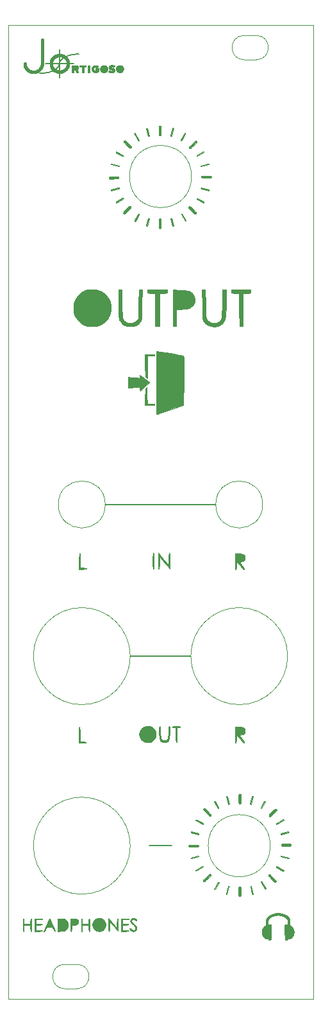
<source format=gto>
G04 #@! TF.GenerationSoftware,KiCad,Pcbnew,(6.0.1)*
G04 #@! TF.CreationDate,2023-06-21T18:59:42+02:00*
G04 #@! TF.ProjectId,front,66726f6e-742e-46b6-9963-61645f706362,rev?*
G04 #@! TF.SameCoordinates,Original*
G04 #@! TF.FileFunction,Legend,Top*
G04 #@! TF.FilePolarity,Positive*
%FSLAX46Y46*%
G04 Gerber Fmt 4.6, Leading zero omitted, Abs format (unit mm)*
G04 Created by KiCad (PCBNEW (6.0.1)) date 2023-06-21 18:59:42*
%MOMM*%
%LPD*%
G01*
G04 APERTURE LIST*
%ADD10C,0.092604*%
%ADD11C,0.456022*%
%ADD12C,0.013218*%
%ADD13C,0.138789*%
%ADD14C,0.005291*%
%ADD15C,0.008819*%
%ADD16C,0.007055*%
%ADD17C,0.150000*%
%ADD18C,0.000176*%
%ADD19C,0.128875*%
G04 #@! TA.AperFunction,Profile*
%ADD20C,0.100000*%
G04 #@! TD*
G04 APERTURE END LIST*
D10*
X72726544Y-54476213D02*
X72723990Y-54474001D01*
D11*
X59557932Y-46184118D02*
X59500095Y-46185540D01*
D10*
X83244289Y-142524391D02*
X83244289Y-142524391D01*
D12*
X63016817Y-45333136D02*
X63016817Y-45561623D01*
X63016817Y-45561623D02*
X62712788Y-45561623D01*
X62712788Y-45561623D02*
X62712788Y-46272550D01*
X62712788Y-46272550D02*
X62477823Y-46272550D01*
X62477823Y-46272550D02*
X62477823Y-45561623D01*
X62477823Y-45561623D02*
X62173807Y-45561623D01*
X62173807Y-45561623D02*
X62173807Y-45333136D01*
X62173807Y-45333136D02*
X63016817Y-45333136D01*
X63016817Y-45333136D02*
X63016817Y-45333136D01*
G36*
X63016817Y-45561623D02*
G01*
X62712788Y-45561623D01*
X62712788Y-46272550D01*
X62477823Y-46272550D01*
X62477823Y-45561623D01*
X62173807Y-45561623D01*
X62173807Y-45333136D01*
X63016817Y-45333136D01*
X63016817Y-45561623D01*
G37*
X63016817Y-45561623D02*
X62712788Y-45561623D01*
X62712788Y-46272550D01*
X62477823Y-46272550D01*
X62477823Y-45561623D01*
X62173807Y-45561623D01*
X62173807Y-45333136D01*
X63016817Y-45333136D01*
X63016817Y-45561623D01*
D10*
X83351174Y-142584587D02*
X83348227Y-142586281D01*
D13*
X61565915Y-43883244D02*
X61693405Y-43872397D01*
D11*
X57004122Y-45727248D02*
X56972138Y-45771119D01*
D10*
X83325392Y-141484330D02*
X83328860Y-141484949D01*
X83381886Y-142545329D02*
X83380780Y-142548599D01*
X83385048Y-142524391D02*
X83384957Y-142528015D01*
X83245718Y-141539708D02*
X83246504Y-141536302D01*
X86138447Y-153084692D02*
X86136680Y-153081531D01*
X86136680Y-153081531D02*
X86135092Y-153078319D01*
X86135092Y-153078319D02*
X86133682Y-153075062D01*
X86133682Y-153075062D02*
X86132449Y-153071767D01*
X86132449Y-153071767D02*
X86131391Y-153068439D01*
X86131391Y-153068439D02*
X86130506Y-153065085D01*
X86130506Y-153065085D02*
X86129793Y-153061709D01*
X86129793Y-153061709D02*
X86129250Y-153058318D01*
X86129250Y-153058318D02*
X86128877Y-153054919D01*
X86128877Y-153054919D02*
X86128670Y-153051516D01*
X86128670Y-153051516D02*
X86128629Y-153048116D01*
X86128629Y-153048116D02*
X86128752Y-153044724D01*
X86128752Y-153044724D02*
X86129037Y-153041347D01*
X86129037Y-153041347D02*
X86129484Y-153037991D01*
X86129484Y-153037991D02*
X86130090Y-153034661D01*
X86130090Y-153034661D02*
X86130854Y-153031364D01*
X86130854Y-153031364D02*
X86131773Y-153028104D01*
X86131773Y-153028104D02*
X86132848Y-153024889D01*
X86132848Y-153024889D02*
X86134076Y-153021724D01*
X86134076Y-153021724D02*
X86135455Y-153018615D01*
X86135455Y-153018615D02*
X86136985Y-153015568D01*
X86136985Y-153015568D02*
X86138663Y-153012589D01*
X86138663Y-153012589D02*
X86140488Y-153009683D01*
X86140488Y-153009683D02*
X86142458Y-153006857D01*
X86142458Y-153006857D02*
X86144572Y-153004117D01*
X86144572Y-153004117D02*
X86146828Y-153001468D01*
X86146828Y-153001468D02*
X86149225Y-152998917D01*
X86149225Y-152998917D02*
X86151761Y-152996469D01*
X86151761Y-152996469D02*
X86154434Y-152994130D01*
X86154434Y-152994130D02*
X86157244Y-152991906D01*
X86157244Y-152991906D02*
X86160188Y-152989804D01*
X86160188Y-152989804D02*
X86163265Y-152987829D01*
X86163265Y-152987829D02*
X86166426Y-152986094D01*
X86166426Y-152986094D02*
X86169638Y-152984536D01*
X86169638Y-152984536D02*
X86172894Y-152983153D01*
X86172894Y-152983153D02*
X86176189Y-152981944D01*
X86176189Y-152981944D02*
X86179516Y-152980908D01*
X86179516Y-152980908D02*
X86182869Y-152980042D01*
X86182869Y-152980042D02*
X86186243Y-152979346D01*
X86186243Y-152979346D02*
X86189632Y-152978818D01*
X86189632Y-152978818D02*
X86193029Y-152978457D01*
X86193029Y-152978457D02*
X86196429Y-152978261D01*
X86196429Y-152978261D02*
X86199826Y-152978229D01*
X86199826Y-152978229D02*
X86203213Y-152978359D01*
X86203213Y-152978359D02*
X86206584Y-152978650D01*
X86206584Y-152978650D02*
X86209934Y-152979102D01*
X86209934Y-152979102D02*
X86213257Y-152979711D01*
X86213257Y-152979711D02*
X86216547Y-152980477D01*
X86216547Y-152980477D02*
X86219797Y-152981399D01*
X86219797Y-152981399D02*
X86223001Y-152982475D01*
X86223001Y-152982475D02*
X86226155Y-152983703D01*
X86226155Y-152983703D02*
X86229251Y-152985083D01*
X86229251Y-152985083D02*
X86232284Y-152986613D01*
X86232284Y-152986613D02*
X86235248Y-152988291D01*
X86235248Y-152988291D02*
X86238136Y-152990116D01*
X86238136Y-152990116D02*
X86240943Y-152992086D01*
X86240943Y-152992086D02*
X86243663Y-152994201D01*
X86243663Y-152994201D02*
X86246290Y-152996459D01*
X86246290Y-152996459D02*
X86248818Y-152998857D01*
X86248818Y-152998857D02*
X86251240Y-153001396D01*
X86251240Y-153001396D02*
X86253551Y-153004074D01*
X86253551Y-153004074D02*
X86255745Y-153006889D01*
X86255745Y-153006889D02*
X86257816Y-153009839D01*
X86257816Y-153009839D02*
X86259758Y-153012924D01*
X86259758Y-153012924D02*
X86753709Y-153847935D01*
X86753709Y-153847935D02*
X86755509Y-153851106D01*
X86755509Y-153851106D02*
X86757127Y-153854327D01*
X86757127Y-153854327D02*
X86758564Y-153857595D01*
X86758564Y-153857595D02*
X86759822Y-153860901D01*
X86759822Y-153860901D02*
X86760902Y-153864240D01*
X86760902Y-153864240D02*
X86761805Y-153867606D01*
X86761805Y-153867606D02*
X86762535Y-153870993D01*
X86762535Y-153870993D02*
X86763092Y-153874394D01*
X86763092Y-153874394D02*
X86763479Y-153877804D01*
X86763479Y-153877804D02*
X86763696Y-153881216D01*
X86763696Y-153881216D02*
X86763746Y-153884624D01*
X86763746Y-153884624D02*
X86763630Y-153888022D01*
X86763630Y-153888022D02*
X86763351Y-153891404D01*
X86763351Y-153891404D02*
X86762909Y-153894764D01*
X86762909Y-153894764D02*
X86762307Y-153898095D01*
X86762307Y-153898095D02*
X86761546Y-153901392D01*
X86761546Y-153901392D02*
X86760627Y-153904648D01*
X86760627Y-153904648D02*
X86759554Y-153907857D01*
X86759554Y-153907857D02*
X86758327Y-153911013D01*
X86758327Y-153911013D02*
X86756947Y-153914110D01*
X86756947Y-153914110D02*
X86755418Y-153917142D01*
X86755418Y-153917142D02*
X86753740Y-153920102D01*
X86753740Y-153920102D02*
X86751915Y-153922985D01*
X86751915Y-153922985D02*
X86749945Y-153925785D01*
X86749945Y-153925785D02*
X86747832Y-153928494D01*
X86747832Y-153928494D02*
X86745577Y-153931107D01*
X86745577Y-153931107D02*
X86743182Y-153933619D01*
X86743182Y-153933619D02*
X86740649Y-153936022D01*
X86740649Y-153936022D02*
X86737980Y-153938311D01*
X86737980Y-153938311D02*
X86735175Y-153940479D01*
X86735175Y-153940479D02*
X86732238Y-153942521D01*
X86732238Y-153942521D02*
X86729169Y-153944430D01*
X86729169Y-153944430D02*
X86725982Y-153946198D01*
X86725982Y-153946198D02*
X86722746Y-153947786D01*
X86722746Y-153947786D02*
X86719467Y-153949197D01*
X86719467Y-153949197D02*
X86716150Y-153950432D01*
X86716150Y-153950432D02*
X86712802Y-153951493D01*
X86712802Y-153951493D02*
X86709429Y-153952380D01*
X86709429Y-153952380D02*
X86706036Y-153953096D01*
X86706036Y-153953096D02*
X86702631Y-153953643D01*
X86702631Y-153953643D02*
X86699218Y-153954021D01*
X86699218Y-153954021D02*
X86695804Y-153954232D01*
X86695804Y-153954232D02*
X86692395Y-153954277D01*
X86692395Y-153954277D02*
X86688996Y-153954159D01*
X86688996Y-153954159D02*
X86685615Y-153953879D01*
X86685615Y-153953879D02*
X86682256Y-153953439D01*
X86682256Y-153953439D02*
X86678927Y-153952839D01*
X86678927Y-153952839D02*
X86675632Y-153952081D01*
X86675632Y-153952081D02*
X86672378Y-153951168D01*
X86672378Y-153951168D02*
X86669172Y-153950100D01*
X86669172Y-153950100D02*
X86666018Y-153948879D01*
X86666018Y-153948879D02*
X86662923Y-153947507D01*
X86662923Y-153947507D02*
X86659894Y-153945985D01*
X86659894Y-153945985D02*
X86656935Y-153944315D01*
X86656935Y-153944315D02*
X86654054Y-153942498D01*
X86654054Y-153942498D02*
X86651255Y-153940536D01*
X86651255Y-153940536D02*
X86648546Y-153938430D01*
X86648546Y-153938430D02*
X86645932Y-153936182D01*
X86645932Y-153936182D02*
X86643419Y-153933794D01*
X86643419Y-153933794D02*
X86641013Y-153931266D01*
X86641013Y-153931266D02*
X86638721Y-153928601D01*
X86638721Y-153928601D02*
X86636547Y-153925800D01*
X86636547Y-153925800D02*
X86634499Y-153922865D01*
X86634499Y-153922865D02*
X86632583Y-153919797D01*
X86632583Y-153919797D02*
X86138447Y-153084692D01*
X86138447Y-153084692D02*
X86138447Y-153084692D01*
G36*
X86203213Y-152978359D02*
G01*
X86206584Y-152978650D01*
X86209934Y-152979102D01*
X86213257Y-152979711D01*
X86216547Y-152980477D01*
X86219797Y-152981399D01*
X86223001Y-152982475D01*
X86226155Y-152983703D01*
X86229251Y-152985083D01*
X86232284Y-152986613D01*
X86235248Y-152988291D01*
X86238136Y-152990116D01*
X86240943Y-152992086D01*
X86243663Y-152994201D01*
X86246290Y-152996459D01*
X86248818Y-152998857D01*
X86251240Y-153001396D01*
X86253551Y-153004074D01*
X86255745Y-153006889D01*
X86257816Y-153009839D01*
X86259758Y-153012924D01*
X86753709Y-153847935D01*
X86755509Y-153851106D01*
X86757127Y-153854327D01*
X86758564Y-153857595D01*
X86759822Y-153860901D01*
X86760902Y-153864240D01*
X86761805Y-153867606D01*
X86762535Y-153870993D01*
X86763092Y-153874394D01*
X86763479Y-153877804D01*
X86763696Y-153881216D01*
X86763746Y-153884624D01*
X86763630Y-153888022D01*
X86763351Y-153891404D01*
X86762909Y-153894764D01*
X86762307Y-153898095D01*
X86761546Y-153901392D01*
X86760627Y-153904648D01*
X86759554Y-153907857D01*
X86758327Y-153911013D01*
X86756947Y-153914110D01*
X86755418Y-153917142D01*
X86753740Y-153920102D01*
X86751915Y-153922985D01*
X86749945Y-153925785D01*
X86747832Y-153928494D01*
X86745577Y-153931107D01*
X86743182Y-153933619D01*
X86740649Y-153936022D01*
X86737980Y-153938311D01*
X86735175Y-153940479D01*
X86732238Y-153942521D01*
X86729169Y-153944430D01*
X86725982Y-153946198D01*
X86722746Y-153947786D01*
X86719467Y-153949197D01*
X86716150Y-153950432D01*
X86712802Y-153951493D01*
X86709429Y-153952380D01*
X86706036Y-153953096D01*
X86702631Y-153953643D01*
X86699218Y-153954021D01*
X86695804Y-153954232D01*
X86692395Y-153954277D01*
X86688996Y-153954159D01*
X86685615Y-153953879D01*
X86682256Y-153953439D01*
X86678927Y-153952839D01*
X86675632Y-153952081D01*
X86672378Y-153951168D01*
X86669172Y-153950100D01*
X86666018Y-153948879D01*
X86662923Y-153947507D01*
X86659894Y-153945985D01*
X86656935Y-153944315D01*
X86654054Y-153942498D01*
X86651255Y-153940536D01*
X86648546Y-153938430D01*
X86645932Y-153936182D01*
X86643419Y-153933794D01*
X86641013Y-153931266D01*
X86638721Y-153928601D01*
X86636547Y-153925800D01*
X86634499Y-153922865D01*
X86632583Y-153919797D01*
X86138447Y-153084692D01*
X86136680Y-153081531D01*
X86135092Y-153078319D01*
X86133682Y-153075062D01*
X86132449Y-153071767D01*
X86131391Y-153068439D01*
X86130506Y-153065085D01*
X86129793Y-153061709D01*
X86129250Y-153058318D01*
X86128877Y-153054919D01*
X86128670Y-153051516D01*
X86128629Y-153048116D01*
X86128752Y-153044724D01*
X86129037Y-153041347D01*
X86129484Y-153037991D01*
X86130090Y-153034661D01*
X86130854Y-153031364D01*
X86131773Y-153028104D01*
X86132848Y-153024889D01*
X86134076Y-153021724D01*
X86135455Y-153018615D01*
X86136985Y-153015568D01*
X86138663Y-153012589D01*
X86140488Y-153009683D01*
X86142458Y-153006857D01*
X86144572Y-153004117D01*
X86146828Y-153001468D01*
X86149225Y-152998917D01*
X86151761Y-152996469D01*
X86154434Y-152994130D01*
X86157244Y-152991906D01*
X86160188Y-152989804D01*
X86163265Y-152987829D01*
X86166426Y-152986094D01*
X86169638Y-152984536D01*
X86172894Y-152983153D01*
X86176189Y-152981944D01*
X86179516Y-152980908D01*
X86182869Y-152980042D01*
X86186243Y-152979346D01*
X86189632Y-152978818D01*
X86193029Y-152978457D01*
X86196429Y-152978261D01*
X86199826Y-152978229D01*
X86203213Y-152978359D01*
G37*
X86203213Y-152978359D02*
X86206584Y-152978650D01*
X86209934Y-152979102D01*
X86213257Y-152979711D01*
X86216547Y-152980477D01*
X86219797Y-152981399D01*
X86223001Y-152982475D01*
X86226155Y-152983703D01*
X86229251Y-152985083D01*
X86232284Y-152986613D01*
X86235248Y-152988291D01*
X86238136Y-152990116D01*
X86240943Y-152992086D01*
X86243663Y-152994201D01*
X86246290Y-152996459D01*
X86248818Y-152998857D01*
X86251240Y-153001396D01*
X86253551Y-153004074D01*
X86255745Y-153006889D01*
X86257816Y-153009839D01*
X86259758Y-153012924D01*
X86753709Y-153847935D01*
X86755509Y-153851106D01*
X86757127Y-153854327D01*
X86758564Y-153857595D01*
X86759822Y-153860901D01*
X86760902Y-153864240D01*
X86761805Y-153867606D01*
X86762535Y-153870993D01*
X86763092Y-153874394D01*
X86763479Y-153877804D01*
X86763696Y-153881216D01*
X86763746Y-153884624D01*
X86763630Y-153888022D01*
X86763351Y-153891404D01*
X86762909Y-153894764D01*
X86762307Y-153898095D01*
X86761546Y-153901392D01*
X86760627Y-153904648D01*
X86759554Y-153907857D01*
X86758327Y-153911013D01*
X86756947Y-153914110D01*
X86755418Y-153917142D01*
X86753740Y-153920102D01*
X86751915Y-153922985D01*
X86749945Y-153925785D01*
X86747832Y-153928494D01*
X86745577Y-153931107D01*
X86743182Y-153933619D01*
X86740649Y-153936022D01*
X86737980Y-153938311D01*
X86735175Y-153940479D01*
X86732238Y-153942521D01*
X86729169Y-153944430D01*
X86725982Y-153946198D01*
X86722746Y-153947786D01*
X86719467Y-153949197D01*
X86716150Y-153950432D01*
X86712802Y-153951493D01*
X86709429Y-153952380D01*
X86706036Y-153953096D01*
X86702631Y-153953643D01*
X86699218Y-153954021D01*
X86695804Y-153954232D01*
X86692395Y-153954277D01*
X86688996Y-153954159D01*
X86685615Y-153953879D01*
X86682256Y-153953439D01*
X86678927Y-153952839D01*
X86675632Y-153952081D01*
X86672378Y-153951168D01*
X86669172Y-153950100D01*
X86666018Y-153948879D01*
X86662923Y-153947507D01*
X86659894Y-153945985D01*
X86656935Y-153944315D01*
X86654054Y-153942498D01*
X86651255Y-153940536D01*
X86648546Y-153938430D01*
X86645932Y-153936182D01*
X86643419Y-153933794D01*
X86641013Y-153931266D01*
X86638721Y-153928601D01*
X86636547Y-153925800D01*
X86634499Y-153922865D01*
X86632583Y-153919797D01*
X86138447Y-153084692D01*
X86136680Y-153081531D01*
X86135092Y-153078319D01*
X86133682Y-153075062D01*
X86132449Y-153071767D01*
X86131391Y-153068439D01*
X86130506Y-153065085D01*
X86129793Y-153061709D01*
X86129250Y-153058318D01*
X86128877Y-153054919D01*
X86128670Y-153051516D01*
X86128629Y-153048116D01*
X86128752Y-153044724D01*
X86129037Y-153041347D01*
X86129484Y-153037991D01*
X86130090Y-153034661D01*
X86130854Y-153031364D01*
X86131773Y-153028104D01*
X86132848Y-153024889D01*
X86134076Y-153021724D01*
X86135455Y-153018615D01*
X86136985Y-153015568D01*
X86138663Y-153012589D01*
X86140488Y-153009683D01*
X86142458Y-153006857D01*
X86144572Y-153004117D01*
X86146828Y-153001468D01*
X86149225Y-152998917D01*
X86151761Y-152996469D01*
X86154434Y-152994130D01*
X86157244Y-152991906D01*
X86160188Y-152989804D01*
X86163265Y-152987829D01*
X86166426Y-152986094D01*
X86169638Y-152984536D01*
X86172894Y-152983153D01*
X86176189Y-152981944D01*
X86179516Y-152980908D01*
X86182869Y-152980042D01*
X86186243Y-152979346D01*
X86189632Y-152978818D01*
X86193029Y-152978457D01*
X86196429Y-152978261D01*
X86199826Y-152978229D01*
X86203213Y-152978359D01*
D11*
X59671255Y-46172947D02*
X59615009Y-46179897D01*
D10*
X72703157Y-53433808D02*
X72704104Y-53430468D01*
D11*
X60588568Y-44819541D02*
X60601117Y-44872415D01*
X59834309Y-44048948D02*
X59886529Y-44066129D01*
X58599530Y-45746546D02*
X58568196Y-45703699D01*
X58538964Y-45659358D02*
X58511902Y-45613592D01*
X60214985Y-45935977D02*
X60172530Y-45968422D01*
D10*
X87170150Y-152310058D02*
X87163435Y-152302969D01*
X87163435Y-152302969D02*
X87157077Y-152295708D01*
X87157077Y-152295708D02*
X87151080Y-152288289D01*
X87151080Y-152288289D02*
X87145443Y-152280727D01*
X87145443Y-152280727D02*
X87140170Y-152273037D01*
X87140170Y-152273037D02*
X87135261Y-152265235D01*
X87135261Y-152265235D02*
X87130719Y-152257335D01*
X87130719Y-152257335D02*
X87126545Y-152249352D01*
X87126545Y-152249352D02*
X87119309Y-152233198D01*
X87119309Y-152233198D02*
X87113567Y-152216894D01*
X87113567Y-152216894D02*
X87111261Y-152208723D01*
X87111261Y-152208723D02*
X87109334Y-152200559D01*
X87109334Y-152200559D02*
X87107788Y-152192418D01*
X87107788Y-152192418D02*
X87106623Y-152184314D01*
X87106623Y-152184314D02*
X87105843Y-152176262D01*
X87105843Y-152176262D02*
X87105449Y-152168277D01*
X87105449Y-152168277D02*
X87105443Y-152160375D01*
X87105443Y-152160375D02*
X87105826Y-152152571D01*
X87105826Y-152152571D02*
X87106600Y-152144879D01*
X87106600Y-152144879D02*
X87107768Y-152137314D01*
X87107768Y-152137314D02*
X87109330Y-152129891D01*
X87109330Y-152129891D02*
X87111288Y-152122626D01*
X87111288Y-152122626D02*
X87113645Y-152115534D01*
X87113645Y-152115534D02*
X87116402Y-152108628D01*
X87116402Y-152108628D02*
X87119561Y-152101926D01*
X87119561Y-152101926D02*
X87123123Y-152095440D01*
X87123123Y-152095440D02*
X87127090Y-152089187D01*
X87127090Y-152089187D02*
X87131465Y-152083182D01*
X87131465Y-152083182D02*
X87136249Y-152077439D01*
X87136249Y-152077439D02*
X87141443Y-152071973D01*
X87141443Y-152071973D02*
X87147000Y-152066869D01*
X87147000Y-152066869D02*
X87152826Y-152062180D01*
X87152826Y-152062180D02*
X87158907Y-152057905D01*
X87158907Y-152057905D02*
X87165228Y-152054041D01*
X87165228Y-152054041D02*
X87171774Y-152050587D01*
X87171774Y-152050587D02*
X87178529Y-152047541D01*
X87178529Y-152047541D02*
X87185480Y-152044901D01*
X87185480Y-152044901D02*
X87192611Y-152042664D01*
X87192611Y-152042664D02*
X87199907Y-152040828D01*
X87199907Y-152040828D02*
X87207354Y-152039392D01*
X87207354Y-152039392D02*
X87214936Y-152038354D01*
X87214936Y-152038354D02*
X87222639Y-152037711D01*
X87222639Y-152037711D02*
X87230449Y-152037461D01*
X87230449Y-152037461D02*
X87238349Y-152037603D01*
X87238349Y-152037603D02*
X87246325Y-152038134D01*
X87246325Y-152038134D02*
X87254362Y-152039052D01*
X87254362Y-152039052D02*
X87262446Y-152040355D01*
X87262446Y-152040355D02*
X87270561Y-152042042D01*
X87270561Y-152042042D02*
X87278693Y-152044110D01*
X87278693Y-152044110D02*
X87286827Y-152046557D01*
X87286827Y-152046557D02*
X87294948Y-152049381D01*
X87294948Y-152049381D02*
X87303040Y-152052580D01*
X87303040Y-152052580D02*
X87311090Y-152056153D01*
X87311090Y-152056153D02*
X87319082Y-152060096D01*
X87319082Y-152060096D02*
X87327002Y-152064408D01*
X87327002Y-152064408D02*
X87334834Y-152069087D01*
X87334834Y-152069087D02*
X87342564Y-152074132D01*
X87342564Y-152074132D02*
X87350177Y-152079539D01*
X87350177Y-152079539D02*
X87357657Y-152085306D01*
X87357657Y-152085306D02*
X87364991Y-152091433D01*
X87364991Y-152091433D02*
X87372163Y-152097916D01*
X87372163Y-152097916D02*
X87379158Y-152104754D01*
X87379158Y-152104754D02*
X88034703Y-152771782D01*
X88034703Y-152771782D02*
X88041426Y-152778888D01*
X88041426Y-152778888D02*
X88047792Y-152786165D01*
X88047792Y-152786165D02*
X88053798Y-152793599D01*
X88053798Y-152793599D02*
X88059443Y-152801175D01*
X88059443Y-152801175D02*
X88064725Y-152808877D01*
X88064725Y-152808877D02*
X88069642Y-152816690D01*
X88069642Y-152816690D02*
X88078374Y-152832593D01*
X88078374Y-152832593D02*
X88085625Y-152848762D01*
X88085625Y-152848762D02*
X88091379Y-152865077D01*
X88091379Y-152865077D02*
X88093691Y-152873252D01*
X88093691Y-152873252D02*
X88095624Y-152881419D01*
X88095624Y-152881419D02*
X88097176Y-152889562D01*
X88097176Y-152889562D02*
X88098345Y-152897666D01*
X88098345Y-152897666D02*
X88099129Y-152905718D01*
X88099129Y-152905718D02*
X88099526Y-152913700D01*
X88099526Y-152913700D02*
X88099535Y-152921600D01*
X88099535Y-152921600D02*
X88099154Y-152929400D01*
X88099154Y-152929400D02*
X88098382Y-152937088D01*
X88098382Y-152937088D02*
X88097215Y-152944647D01*
X88097215Y-152944647D02*
X88095653Y-152952062D01*
X88095653Y-152952062D02*
X88093694Y-152959319D01*
X88093694Y-152959319D02*
X88091336Y-152966403D01*
X88091336Y-152966403D02*
X88088576Y-152973297D01*
X88088576Y-152973297D02*
X88085414Y-152979989D01*
X88085414Y-152979989D02*
X88081848Y-152986462D01*
X88081848Y-152986462D02*
X88077875Y-152992701D01*
X88077875Y-152992701D02*
X88073495Y-152998692D01*
X88073495Y-152998692D02*
X88068704Y-153004419D01*
X88068704Y-153004419D02*
X88063502Y-153009868D01*
X88063502Y-153009868D02*
X88057936Y-153014981D01*
X88057936Y-153014981D02*
X88052102Y-153019678D01*
X88052102Y-153019678D02*
X88046014Y-153023960D01*
X88046014Y-153023960D02*
X88039686Y-153027830D01*
X88039686Y-153027830D02*
X88033135Y-153031290D01*
X88033135Y-153031290D02*
X88026374Y-153034342D01*
X88026374Y-153034342D02*
X88019418Y-153036988D01*
X88019418Y-153036988D02*
X88012283Y-153039229D01*
X88012283Y-153039229D02*
X88004984Y-153041069D01*
X88004984Y-153041069D02*
X87997534Y-153042508D01*
X87997534Y-153042508D02*
X87989950Y-153043549D01*
X87989950Y-153043549D02*
X87982245Y-153044195D01*
X87982245Y-153044195D02*
X87974436Y-153044446D01*
X87974436Y-153044446D02*
X87966536Y-153044306D01*
X87966536Y-153044306D02*
X87958561Y-153043776D01*
X87958561Y-153043776D02*
X87950525Y-153042858D01*
X87950525Y-153042858D02*
X87942444Y-153041554D01*
X87942444Y-153041554D02*
X87934332Y-153039867D01*
X87934332Y-153039867D02*
X87926204Y-153037797D01*
X87926204Y-153037797D02*
X87918076Y-153035348D01*
X87918076Y-153035348D02*
X87909961Y-153032522D01*
X87909961Y-153032522D02*
X87901875Y-153029319D01*
X87901875Y-153029319D02*
X87893833Y-153025744D01*
X87893833Y-153025744D02*
X87885850Y-153021796D01*
X87885850Y-153021796D02*
X87877940Y-153017479D01*
X87877940Y-153017479D02*
X87870118Y-153012795D01*
X87870118Y-153012795D02*
X87862400Y-153007745D01*
X87862400Y-153007745D02*
X87854800Y-153002332D01*
X87854800Y-153002332D02*
X87847333Y-152996558D01*
X87847333Y-152996558D02*
X87840014Y-152990424D01*
X87840014Y-152990424D02*
X87832858Y-152983932D01*
X87832858Y-152983932D02*
X87825880Y-152977086D01*
X87825880Y-152977086D02*
X87170150Y-152310058D01*
X87170150Y-152310058D02*
X87170150Y-152310058D01*
G36*
X87238349Y-152037603D02*
G01*
X87246325Y-152038134D01*
X87254362Y-152039052D01*
X87262446Y-152040355D01*
X87270561Y-152042042D01*
X87278693Y-152044110D01*
X87286827Y-152046557D01*
X87294948Y-152049381D01*
X87303040Y-152052580D01*
X87311090Y-152056153D01*
X87319082Y-152060096D01*
X87327002Y-152064408D01*
X87334834Y-152069087D01*
X87342564Y-152074132D01*
X87350177Y-152079539D01*
X87357657Y-152085306D01*
X87364991Y-152091433D01*
X87372163Y-152097916D01*
X87379158Y-152104754D01*
X88034703Y-152771782D01*
X88041426Y-152778888D01*
X88047792Y-152786165D01*
X88053798Y-152793599D01*
X88059443Y-152801175D01*
X88064725Y-152808877D01*
X88069642Y-152816690D01*
X88078374Y-152832593D01*
X88085625Y-152848762D01*
X88091379Y-152865077D01*
X88093691Y-152873252D01*
X88095624Y-152881419D01*
X88097176Y-152889562D01*
X88098345Y-152897666D01*
X88099129Y-152905718D01*
X88099526Y-152913700D01*
X88099535Y-152921600D01*
X88099154Y-152929400D01*
X88098382Y-152937088D01*
X88097215Y-152944647D01*
X88095653Y-152952062D01*
X88093694Y-152959319D01*
X88091336Y-152966403D01*
X88088576Y-152973297D01*
X88085414Y-152979989D01*
X88081848Y-152986462D01*
X88077875Y-152992701D01*
X88073495Y-152998692D01*
X88068704Y-153004419D01*
X88063502Y-153009868D01*
X88057936Y-153014981D01*
X88052102Y-153019678D01*
X88046014Y-153023960D01*
X88039686Y-153027830D01*
X88033135Y-153031290D01*
X88026374Y-153034342D01*
X88019418Y-153036988D01*
X88012283Y-153039229D01*
X88004984Y-153041069D01*
X87997534Y-153042508D01*
X87989950Y-153043549D01*
X87982245Y-153044195D01*
X87974436Y-153044446D01*
X87966536Y-153044306D01*
X87958561Y-153043776D01*
X87950525Y-153042858D01*
X87942444Y-153041554D01*
X87934332Y-153039867D01*
X87926204Y-153037797D01*
X87918076Y-153035348D01*
X87909961Y-153032522D01*
X87901875Y-153029319D01*
X87893833Y-153025744D01*
X87885850Y-153021796D01*
X87877940Y-153017479D01*
X87870118Y-153012795D01*
X87862400Y-153007745D01*
X87854800Y-153002332D01*
X87847333Y-152996558D01*
X87840014Y-152990424D01*
X87832858Y-152983932D01*
X87825880Y-152977086D01*
X87170150Y-152310058D01*
X87163435Y-152302969D01*
X87157077Y-152295708D01*
X87151080Y-152288289D01*
X87145443Y-152280727D01*
X87140170Y-152273037D01*
X87135261Y-152265235D01*
X87130719Y-152257335D01*
X87126545Y-152249352D01*
X87119309Y-152233198D01*
X87113567Y-152216894D01*
X87111261Y-152208723D01*
X87109334Y-152200559D01*
X87107788Y-152192418D01*
X87106623Y-152184314D01*
X87105843Y-152176262D01*
X87105449Y-152168277D01*
X87105443Y-152160375D01*
X87105826Y-152152571D01*
X87106600Y-152144879D01*
X87107768Y-152137314D01*
X87109330Y-152129891D01*
X87111288Y-152122626D01*
X87113645Y-152115534D01*
X87116402Y-152108628D01*
X87119561Y-152101926D01*
X87123123Y-152095440D01*
X87127090Y-152089187D01*
X87131465Y-152083182D01*
X87136249Y-152077439D01*
X87141443Y-152071973D01*
X87147000Y-152066869D01*
X87152826Y-152062180D01*
X87158907Y-152057905D01*
X87165228Y-152054041D01*
X87171774Y-152050587D01*
X87178529Y-152047541D01*
X87185480Y-152044901D01*
X87192611Y-152042664D01*
X87199907Y-152040828D01*
X87207354Y-152039392D01*
X87214936Y-152038354D01*
X87222639Y-152037711D01*
X87230449Y-152037461D01*
X87238349Y-152037603D01*
G37*
X87238349Y-152037603D02*
X87246325Y-152038134D01*
X87254362Y-152039052D01*
X87262446Y-152040355D01*
X87270561Y-152042042D01*
X87278693Y-152044110D01*
X87286827Y-152046557D01*
X87294948Y-152049381D01*
X87303040Y-152052580D01*
X87311090Y-152056153D01*
X87319082Y-152060096D01*
X87327002Y-152064408D01*
X87334834Y-152069087D01*
X87342564Y-152074132D01*
X87350177Y-152079539D01*
X87357657Y-152085306D01*
X87364991Y-152091433D01*
X87372163Y-152097916D01*
X87379158Y-152104754D01*
X88034703Y-152771782D01*
X88041426Y-152778888D01*
X88047792Y-152786165D01*
X88053798Y-152793599D01*
X88059443Y-152801175D01*
X88064725Y-152808877D01*
X88069642Y-152816690D01*
X88078374Y-152832593D01*
X88085625Y-152848762D01*
X88091379Y-152865077D01*
X88093691Y-152873252D01*
X88095624Y-152881419D01*
X88097176Y-152889562D01*
X88098345Y-152897666D01*
X88099129Y-152905718D01*
X88099526Y-152913700D01*
X88099535Y-152921600D01*
X88099154Y-152929400D01*
X88098382Y-152937088D01*
X88097215Y-152944647D01*
X88095653Y-152952062D01*
X88093694Y-152959319D01*
X88091336Y-152966403D01*
X88088576Y-152973297D01*
X88085414Y-152979989D01*
X88081848Y-152986462D01*
X88077875Y-152992701D01*
X88073495Y-152998692D01*
X88068704Y-153004419D01*
X88063502Y-153009868D01*
X88057936Y-153014981D01*
X88052102Y-153019678D01*
X88046014Y-153023960D01*
X88039686Y-153027830D01*
X88033135Y-153031290D01*
X88026374Y-153034342D01*
X88019418Y-153036988D01*
X88012283Y-153039229D01*
X88004984Y-153041069D01*
X87997534Y-153042508D01*
X87989950Y-153043549D01*
X87982245Y-153044195D01*
X87974436Y-153044446D01*
X87966536Y-153044306D01*
X87958561Y-153043776D01*
X87950525Y-153042858D01*
X87942444Y-153041554D01*
X87934332Y-153039867D01*
X87926204Y-153037797D01*
X87918076Y-153035348D01*
X87909961Y-153032522D01*
X87901875Y-153029319D01*
X87893833Y-153025744D01*
X87885850Y-153021796D01*
X87877940Y-153017479D01*
X87870118Y-153012795D01*
X87862400Y-153007745D01*
X87854800Y-153002332D01*
X87847333Y-152996558D01*
X87840014Y-152990424D01*
X87832858Y-152983932D01*
X87825880Y-152977086D01*
X87170150Y-152310058D01*
X87163435Y-152302969D01*
X87157077Y-152295708D01*
X87151080Y-152288289D01*
X87145443Y-152280727D01*
X87140170Y-152273037D01*
X87135261Y-152265235D01*
X87130719Y-152257335D01*
X87126545Y-152249352D01*
X87119309Y-152233198D01*
X87113567Y-152216894D01*
X87111261Y-152208723D01*
X87109334Y-152200559D01*
X87107788Y-152192418D01*
X87106623Y-152184314D01*
X87105843Y-152176262D01*
X87105449Y-152168277D01*
X87105443Y-152160375D01*
X87105826Y-152152571D01*
X87106600Y-152144879D01*
X87107768Y-152137314D01*
X87109330Y-152129891D01*
X87111288Y-152122626D01*
X87113645Y-152115534D01*
X87116402Y-152108628D01*
X87119561Y-152101926D01*
X87123123Y-152095440D01*
X87127090Y-152089187D01*
X87131465Y-152083182D01*
X87136249Y-152077439D01*
X87141443Y-152071973D01*
X87147000Y-152066869D01*
X87152826Y-152062180D01*
X87158907Y-152057905D01*
X87165228Y-152054041D01*
X87171774Y-152050587D01*
X87178529Y-152047541D01*
X87185480Y-152044901D01*
X87192611Y-152042664D01*
X87199907Y-152040828D01*
X87207354Y-152039392D01*
X87214936Y-152038354D01*
X87222639Y-152037711D01*
X87230449Y-152037461D01*
X87238349Y-152037603D01*
X72834765Y-53420882D02*
X72836174Y-53424000D01*
D11*
X60622485Y-45148910D02*
X60618145Y-45204409D01*
X58487083Y-44618861D02*
X58511902Y-44571739D01*
X58871756Y-44186452D02*
X58917354Y-44158027D01*
D10*
X83373035Y-141514539D02*
X83374865Y-141517394D01*
X83311045Y-141483612D02*
X83314669Y-141483520D01*
D13*
X57800087Y-46300151D02*
X57679638Y-46320343D01*
D12*
X65851348Y-45800851D02*
X65850706Y-45825640D01*
X65850706Y-45825640D02*
X65848798Y-45850100D01*
X65848798Y-45850100D02*
X65845656Y-45874200D01*
X65845656Y-45874200D02*
X65841312Y-45897911D01*
X65841312Y-45897911D02*
X65835795Y-45921203D01*
X65835795Y-45921203D02*
X65829136Y-45944046D01*
X65829136Y-45944046D02*
X65821367Y-45966409D01*
X65821367Y-45966409D02*
X65812519Y-45988264D01*
X65812519Y-45988264D02*
X65802622Y-46009579D01*
X65802622Y-46009579D02*
X65791707Y-46030324D01*
X65791707Y-46030324D02*
X65779806Y-46050470D01*
X65779806Y-46050470D02*
X65766948Y-46069987D01*
X65766948Y-46069987D02*
X65753165Y-46088845D01*
X65753165Y-46088845D02*
X65738488Y-46107013D01*
X65738488Y-46107013D02*
X65722948Y-46124461D01*
X65722948Y-46124461D02*
X65706575Y-46141160D01*
X65706575Y-46141160D02*
X65689400Y-46157080D01*
X65689400Y-46157080D02*
X65671455Y-46172190D01*
X65671455Y-46172190D02*
X65652770Y-46186461D01*
X65652770Y-46186461D02*
X65633376Y-46199862D01*
X65633376Y-46199862D02*
X65613305Y-46212364D01*
X65613305Y-46212364D02*
X65592586Y-46223935D01*
X65592586Y-46223935D02*
X65571250Y-46234548D01*
X65571250Y-46234548D02*
X65549330Y-46244171D01*
X65549330Y-46244171D02*
X65526855Y-46252774D01*
X65526855Y-46252774D02*
X65503856Y-46260327D01*
X65503856Y-46260327D02*
X65480365Y-46266801D01*
X65480365Y-46266801D02*
X65456411Y-46272165D01*
X65456411Y-46272165D02*
X65432027Y-46276389D01*
X65432027Y-46276389D02*
X65407243Y-46279443D01*
X65407243Y-46279443D02*
X65382090Y-46281298D01*
X65382090Y-46281298D02*
X65356599Y-46281923D01*
X65356599Y-46281923D02*
X65331227Y-46281298D01*
X65331227Y-46281298D02*
X65306179Y-46279443D01*
X65306179Y-46279443D02*
X65281485Y-46276389D01*
X65281485Y-46276389D02*
X65257177Y-46272165D01*
X65257177Y-46272165D02*
X65233288Y-46266801D01*
X65233288Y-46266801D02*
X65209848Y-46260327D01*
X65209848Y-46260327D02*
X65186889Y-46252774D01*
X65186889Y-46252774D02*
X65164443Y-46244171D01*
X65164443Y-46244171D02*
X65142541Y-46234548D01*
X65142541Y-46234548D02*
X65121216Y-46223935D01*
X65121216Y-46223935D02*
X65100498Y-46212364D01*
X65100498Y-46212364D02*
X65080420Y-46199862D01*
X65080420Y-46199862D02*
X65061013Y-46186461D01*
X65061013Y-46186461D02*
X65042308Y-46172190D01*
X65042308Y-46172190D02*
X65024338Y-46157080D01*
X65024338Y-46157080D02*
X65007134Y-46141160D01*
X65007134Y-46141160D02*
X64990727Y-46124461D01*
X64990727Y-46124461D02*
X64975149Y-46107013D01*
X64975149Y-46107013D02*
X64960432Y-46088845D01*
X64960432Y-46088845D02*
X64946608Y-46069987D01*
X64946608Y-46069987D02*
X64933708Y-46050470D01*
X64933708Y-46050470D02*
X64921764Y-46030324D01*
X64921764Y-46030324D02*
X64910807Y-46009579D01*
X64910807Y-46009579D02*
X64900869Y-45988264D01*
X64900869Y-45988264D02*
X64891982Y-45966409D01*
X64891982Y-45966409D02*
X64884177Y-45944046D01*
X64884177Y-45944046D02*
X64877486Y-45921203D01*
X64877486Y-45921203D02*
X64871940Y-45897911D01*
X64871940Y-45897911D02*
X64867572Y-45874200D01*
X64867572Y-45874200D02*
X64864413Y-45850100D01*
X64864413Y-45850100D02*
X64862494Y-45825640D01*
X64862494Y-45825640D02*
X64861848Y-45800851D01*
X64861848Y-45800851D02*
X64862494Y-45776175D01*
X64862494Y-45776175D02*
X64864413Y-45751812D01*
X64864413Y-45751812D02*
X64867572Y-45727795D01*
X64867572Y-45727795D02*
X64871940Y-45704154D01*
X64871940Y-45704154D02*
X64877486Y-45680919D01*
X64877486Y-45680919D02*
X64884177Y-45658122D01*
X64884177Y-45658122D02*
X64891982Y-45635793D01*
X64891982Y-45635793D02*
X64900869Y-45613963D01*
X64900869Y-45613963D02*
X64910807Y-45592663D01*
X64910807Y-45592663D02*
X64921764Y-45571923D01*
X64921764Y-45571923D02*
X64933708Y-45551774D01*
X64933708Y-45551774D02*
X64946608Y-45532247D01*
X64946608Y-45532247D02*
X64960432Y-45513373D01*
X64960432Y-45513373D02*
X64975149Y-45495183D01*
X64975149Y-45495183D02*
X64990727Y-45477707D01*
X64990727Y-45477707D02*
X65007134Y-45460975D01*
X65007134Y-45460975D02*
X65024338Y-45445020D01*
X65024338Y-45445020D02*
X65042308Y-45429870D01*
X65042308Y-45429870D02*
X65061013Y-45415558D01*
X65061013Y-45415558D02*
X65080420Y-45402115D01*
X65080420Y-45402115D02*
X65100498Y-45389569D01*
X65100498Y-45389569D02*
X65121216Y-45377954D01*
X65121216Y-45377954D02*
X65142541Y-45367299D01*
X65142541Y-45367299D02*
X65164443Y-45357634D01*
X65164443Y-45357634D02*
X65186889Y-45348992D01*
X65186889Y-45348992D02*
X65209848Y-45341402D01*
X65209848Y-45341402D02*
X65233288Y-45334895D01*
X65233288Y-45334895D02*
X65257177Y-45329503D01*
X65257177Y-45329503D02*
X65281485Y-45325255D01*
X65281485Y-45325255D02*
X65306179Y-45322183D01*
X65306179Y-45322183D02*
X65331227Y-45320317D01*
X65331227Y-45320317D02*
X65356599Y-45319688D01*
X65356599Y-45319688D02*
X65382090Y-45320317D01*
X65382090Y-45320317D02*
X65407243Y-45322183D01*
X65407243Y-45322183D02*
X65432028Y-45325255D01*
X65432028Y-45325255D02*
X65456412Y-45329503D01*
X65456412Y-45329503D02*
X65480365Y-45334895D01*
X65480365Y-45334895D02*
X65503856Y-45341402D01*
X65503856Y-45341402D02*
X65526855Y-45348992D01*
X65526855Y-45348992D02*
X65549330Y-45357634D01*
X65549330Y-45357634D02*
X65571251Y-45367299D01*
X65571251Y-45367299D02*
X65592586Y-45377954D01*
X65592586Y-45377954D02*
X65613305Y-45389569D01*
X65613305Y-45389569D02*
X65633377Y-45402115D01*
X65633377Y-45402115D02*
X65652771Y-45415558D01*
X65652771Y-45415558D02*
X65671456Y-45429870D01*
X65671456Y-45429870D02*
X65689401Y-45445020D01*
X65689401Y-45445020D02*
X65706575Y-45460975D01*
X65706575Y-45460975D02*
X65722948Y-45477707D01*
X65722948Y-45477707D02*
X65738488Y-45495183D01*
X65738488Y-45495183D02*
X65753165Y-45513373D01*
X65753165Y-45513373D02*
X65766948Y-45532247D01*
X65766948Y-45532247D02*
X65779806Y-45551774D01*
X65779806Y-45551774D02*
X65791708Y-45571923D01*
X65791708Y-45571923D02*
X65802622Y-45592663D01*
X65802622Y-45592663D02*
X65812519Y-45613963D01*
X65812519Y-45613963D02*
X65821368Y-45635793D01*
X65821368Y-45635793D02*
X65829136Y-45658122D01*
X65829136Y-45658122D02*
X65835795Y-45680919D01*
X65835795Y-45680919D02*
X65841312Y-45704154D01*
X65841312Y-45704154D02*
X65845656Y-45727795D01*
X65845656Y-45727795D02*
X65848798Y-45751812D01*
X65848798Y-45751812D02*
X65850706Y-45776175D01*
X65850706Y-45776175D02*
X65851348Y-45800851D01*
X65851348Y-45800851D02*
X65851348Y-45800851D01*
G36*
X65382090Y-45320317D02*
G01*
X65407243Y-45322183D01*
X65432028Y-45325255D01*
X65456412Y-45329503D01*
X65480365Y-45334895D01*
X65503856Y-45341402D01*
X65526855Y-45348992D01*
X65549330Y-45357634D01*
X65571251Y-45367299D01*
X65592586Y-45377954D01*
X65613305Y-45389569D01*
X65633377Y-45402115D01*
X65652771Y-45415558D01*
X65671456Y-45429870D01*
X65689401Y-45445020D01*
X65706575Y-45460975D01*
X65722948Y-45477707D01*
X65738488Y-45495183D01*
X65753165Y-45513373D01*
X65766948Y-45532247D01*
X65779806Y-45551774D01*
X65791708Y-45571923D01*
X65802622Y-45592663D01*
X65812519Y-45613963D01*
X65821368Y-45635793D01*
X65829136Y-45658122D01*
X65835795Y-45680919D01*
X65841312Y-45704154D01*
X65845656Y-45727795D01*
X65848798Y-45751812D01*
X65850706Y-45776175D01*
X65851348Y-45800851D01*
X65850706Y-45825640D01*
X65848798Y-45850100D01*
X65845656Y-45874200D01*
X65841312Y-45897911D01*
X65835795Y-45921203D01*
X65829136Y-45944046D01*
X65821367Y-45966409D01*
X65812519Y-45988264D01*
X65802622Y-46009579D01*
X65791707Y-46030324D01*
X65779806Y-46050470D01*
X65766948Y-46069987D01*
X65753165Y-46088845D01*
X65738488Y-46107013D01*
X65722948Y-46124461D01*
X65706575Y-46141160D01*
X65689400Y-46157080D01*
X65671455Y-46172190D01*
X65652770Y-46186461D01*
X65633376Y-46199862D01*
X65613305Y-46212364D01*
X65592586Y-46223935D01*
X65571250Y-46234548D01*
X65549330Y-46244171D01*
X65526855Y-46252774D01*
X65503856Y-46260327D01*
X65480365Y-46266801D01*
X65456411Y-46272165D01*
X65432027Y-46276389D01*
X65407243Y-46279443D01*
X65382090Y-46281298D01*
X65356599Y-46281923D01*
X65331227Y-46281298D01*
X65306179Y-46279443D01*
X65281485Y-46276389D01*
X65257177Y-46272165D01*
X65233288Y-46266801D01*
X65209848Y-46260327D01*
X65186889Y-46252774D01*
X65164443Y-46244171D01*
X65142541Y-46234548D01*
X65121216Y-46223935D01*
X65100498Y-46212364D01*
X65080420Y-46199862D01*
X65061013Y-46186461D01*
X65042308Y-46172190D01*
X65024338Y-46157080D01*
X65007134Y-46141160D01*
X64990727Y-46124461D01*
X64975149Y-46107013D01*
X64960432Y-46088845D01*
X64946608Y-46069987D01*
X64933708Y-46050470D01*
X64921764Y-46030324D01*
X64910807Y-46009579D01*
X64900869Y-45988264D01*
X64891982Y-45966409D01*
X64884177Y-45944046D01*
X64877486Y-45921203D01*
X64871940Y-45897911D01*
X64867572Y-45874200D01*
X64864413Y-45850100D01*
X64862494Y-45825640D01*
X64861848Y-45800851D01*
X64862494Y-45776175D01*
X64864413Y-45751812D01*
X64867572Y-45727795D01*
X64871940Y-45704154D01*
X64877486Y-45680919D01*
X64884177Y-45658122D01*
X64891982Y-45635793D01*
X64900869Y-45613963D01*
X64910807Y-45592663D01*
X64921764Y-45571923D01*
X64933708Y-45551774D01*
X64946608Y-45532247D01*
X64960432Y-45513373D01*
X64975149Y-45495183D01*
X64990727Y-45477707D01*
X65007134Y-45460975D01*
X65024338Y-45445020D01*
X65042308Y-45429870D01*
X65061013Y-45415558D01*
X65080420Y-45402115D01*
X65100498Y-45389569D01*
X65121216Y-45377954D01*
X65142541Y-45367299D01*
X65164443Y-45357634D01*
X65186889Y-45348992D01*
X65209848Y-45341402D01*
X65233288Y-45334895D01*
X65257177Y-45329503D01*
X65281485Y-45325255D01*
X65306179Y-45322183D01*
X65331227Y-45320317D01*
X65356599Y-45319688D01*
X65382090Y-45320317D01*
G37*
X65382090Y-45320317D02*
X65407243Y-45322183D01*
X65432028Y-45325255D01*
X65456412Y-45329503D01*
X65480365Y-45334895D01*
X65503856Y-45341402D01*
X65526855Y-45348992D01*
X65549330Y-45357634D01*
X65571251Y-45367299D01*
X65592586Y-45377954D01*
X65613305Y-45389569D01*
X65633377Y-45402115D01*
X65652771Y-45415558D01*
X65671456Y-45429870D01*
X65689401Y-45445020D01*
X65706575Y-45460975D01*
X65722948Y-45477707D01*
X65738488Y-45495183D01*
X65753165Y-45513373D01*
X65766948Y-45532247D01*
X65779806Y-45551774D01*
X65791708Y-45571923D01*
X65802622Y-45592663D01*
X65812519Y-45613963D01*
X65821368Y-45635793D01*
X65829136Y-45658122D01*
X65835795Y-45680919D01*
X65841312Y-45704154D01*
X65845656Y-45727795D01*
X65848798Y-45751812D01*
X65850706Y-45776175D01*
X65851348Y-45800851D01*
X65850706Y-45825640D01*
X65848798Y-45850100D01*
X65845656Y-45874200D01*
X65841312Y-45897911D01*
X65835795Y-45921203D01*
X65829136Y-45944046D01*
X65821367Y-45966409D01*
X65812519Y-45988264D01*
X65802622Y-46009579D01*
X65791707Y-46030324D01*
X65779806Y-46050470D01*
X65766948Y-46069987D01*
X65753165Y-46088845D01*
X65738488Y-46107013D01*
X65722948Y-46124461D01*
X65706575Y-46141160D01*
X65689400Y-46157080D01*
X65671455Y-46172190D01*
X65652770Y-46186461D01*
X65633376Y-46199862D01*
X65613305Y-46212364D01*
X65592586Y-46223935D01*
X65571250Y-46234548D01*
X65549330Y-46244171D01*
X65526855Y-46252774D01*
X65503856Y-46260327D01*
X65480365Y-46266801D01*
X65456411Y-46272165D01*
X65432027Y-46276389D01*
X65407243Y-46279443D01*
X65382090Y-46281298D01*
X65356599Y-46281923D01*
X65331227Y-46281298D01*
X65306179Y-46279443D01*
X65281485Y-46276389D01*
X65257177Y-46272165D01*
X65233288Y-46266801D01*
X65209848Y-46260327D01*
X65186889Y-46252774D01*
X65164443Y-46244171D01*
X65142541Y-46234548D01*
X65121216Y-46223935D01*
X65100498Y-46212364D01*
X65080420Y-46199862D01*
X65061013Y-46186461D01*
X65042308Y-46172190D01*
X65024338Y-46157080D01*
X65007134Y-46141160D01*
X64990727Y-46124461D01*
X64975149Y-46107013D01*
X64960432Y-46088845D01*
X64946608Y-46069987D01*
X64933708Y-46050470D01*
X64921764Y-46030324D01*
X64910807Y-46009579D01*
X64900869Y-45988264D01*
X64891982Y-45966409D01*
X64884177Y-45944046D01*
X64877486Y-45921203D01*
X64871940Y-45897911D01*
X64867572Y-45874200D01*
X64864413Y-45850100D01*
X64862494Y-45825640D01*
X64861848Y-45800851D01*
X64862494Y-45776175D01*
X64864413Y-45751812D01*
X64867572Y-45727795D01*
X64871940Y-45704154D01*
X64877486Y-45680919D01*
X64884177Y-45658122D01*
X64891982Y-45635793D01*
X64900869Y-45613963D01*
X64910807Y-45592663D01*
X64921764Y-45571923D01*
X64933708Y-45551774D01*
X64946608Y-45532247D01*
X64960432Y-45513373D01*
X64975149Y-45495183D01*
X64990727Y-45477707D01*
X65007134Y-45460975D01*
X65024338Y-45445020D01*
X65042308Y-45429870D01*
X65061013Y-45415558D01*
X65080420Y-45402115D01*
X65100498Y-45389569D01*
X65121216Y-45377954D01*
X65142541Y-45367299D01*
X65164443Y-45357634D01*
X65186889Y-45348992D01*
X65209848Y-45341402D01*
X65233288Y-45334895D01*
X65257177Y-45329503D01*
X65281485Y-45325255D01*
X65306179Y-45322183D01*
X65331227Y-45320317D01*
X65356599Y-45319688D01*
X65382090Y-45320317D01*
D14*
X70815605Y-84905327D02*
X70820897Y-86376410D01*
X70820897Y-86376410D02*
X70947897Y-86471660D01*
X70947897Y-86471660D02*
X71080188Y-86566909D01*
X71080188Y-86566909D02*
X71080188Y-85106410D01*
X71080188Y-85106410D02*
X71080188Y-83651202D01*
X71080188Y-83651202D02*
X71582897Y-83651202D01*
X71582897Y-83651202D02*
X71738195Y-83650778D01*
X71738195Y-83650778D02*
X71857898Y-83648804D01*
X71857898Y-83648804D02*
X71905836Y-83646906D01*
X71905836Y-83646906D02*
X71946596Y-83644225D01*
X71946596Y-83644225D02*
X71980751Y-83640630D01*
X71980751Y-83640630D02*
X72008876Y-83635988D01*
X72008876Y-83635988D02*
X72031544Y-83630168D01*
X72031544Y-83630168D02*
X72049328Y-83623038D01*
X72049328Y-83623038D02*
X72062803Y-83614466D01*
X72062803Y-83614466D02*
X72072541Y-83604321D01*
X72072541Y-83604321D02*
X72079117Y-83592470D01*
X72079117Y-83592470D02*
X72083104Y-83578782D01*
X72083104Y-83578782D02*
X72085075Y-83563126D01*
X72085075Y-83563126D02*
X72085605Y-83545369D01*
X72085605Y-83545369D02*
X72085480Y-83536219D01*
X72085480Y-83536219D02*
X72085043Y-83527611D01*
X72085043Y-83527611D02*
X72084197Y-83519528D01*
X72084197Y-83519528D02*
X72082845Y-83511954D01*
X72082845Y-83511954D02*
X72080893Y-83504873D01*
X72080893Y-83504873D02*
X72079662Y-83501511D01*
X72079662Y-83501511D02*
X72078245Y-83498266D01*
X72078245Y-83498266D02*
X72076629Y-83495137D01*
X72076629Y-83495137D02*
X72074804Y-83492120D01*
X72074804Y-83492120D02*
X72072756Y-83489213D01*
X72072756Y-83489213D02*
X72070474Y-83486416D01*
X72070474Y-83486416D02*
X72067946Y-83483725D01*
X72067946Y-83483725D02*
X72065160Y-83481138D01*
X72065160Y-83481138D02*
X72062104Y-83478654D01*
X72062104Y-83478654D02*
X72058765Y-83476270D01*
X72058765Y-83476270D02*
X72055133Y-83473985D01*
X72055133Y-83473985D02*
X72051195Y-83471796D01*
X72051195Y-83471796D02*
X72046938Y-83469701D01*
X72046938Y-83469701D02*
X72042352Y-83467698D01*
X72042352Y-83467698D02*
X72032141Y-83463961D01*
X72032141Y-83463961D02*
X72020466Y-83460568D01*
X72020466Y-83460568D02*
X72007230Y-83457503D01*
X72007230Y-83457503D02*
X71992339Y-83454748D01*
X71992339Y-83454748D02*
X71975697Y-83452288D01*
X71975697Y-83452288D02*
X71957206Y-83450107D01*
X71957206Y-83450107D02*
X71936772Y-83448186D01*
X71936772Y-83448186D02*
X71914298Y-83446511D01*
X71914298Y-83446511D02*
X71889688Y-83445065D01*
X71889688Y-83445065D02*
X71862847Y-83443831D01*
X71862847Y-83443831D02*
X71833679Y-83442792D01*
X71833679Y-83442792D02*
X71802087Y-83441933D01*
X71802087Y-83441933D02*
X71731251Y-83440686D01*
X71731251Y-83440686D02*
X71649570Y-83439959D01*
X71649570Y-83439959D02*
X71556277Y-83439619D01*
X71556277Y-83439619D02*
X71450605Y-83439535D01*
X71450605Y-83439535D02*
X70815605Y-83439535D01*
X70815605Y-83439535D02*
X70815605Y-84905327D01*
X70815605Y-84905327D02*
X70815605Y-84905327D01*
G36*
X71556277Y-83439619D02*
G01*
X71649570Y-83439959D01*
X71731251Y-83440686D01*
X71802087Y-83441933D01*
X71833679Y-83442792D01*
X71862847Y-83443831D01*
X71889688Y-83445065D01*
X71914298Y-83446511D01*
X71936772Y-83448186D01*
X71957206Y-83450107D01*
X71975697Y-83452288D01*
X71992339Y-83454748D01*
X72007230Y-83457503D01*
X72020466Y-83460568D01*
X72032141Y-83463961D01*
X72042352Y-83467698D01*
X72046938Y-83469701D01*
X72051195Y-83471796D01*
X72055133Y-83473985D01*
X72058765Y-83476270D01*
X72062104Y-83478654D01*
X72065160Y-83481138D01*
X72067946Y-83483725D01*
X72070474Y-83486416D01*
X72072756Y-83489213D01*
X72074804Y-83492120D01*
X72076629Y-83495137D01*
X72078245Y-83498266D01*
X72079662Y-83501511D01*
X72080893Y-83504873D01*
X72082845Y-83511954D01*
X72084197Y-83519528D01*
X72085043Y-83527611D01*
X72085480Y-83536219D01*
X72085605Y-83545369D01*
X72085075Y-83563126D01*
X72083104Y-83578782D01*
X72079117Y-83592470D01*
X72072541Y-83604321D01*
X72062803Y-83614466D01*
X72049328Y-83623038D01*
X72031544Y-83630168D01*
X72008876Y-83635988D01*
X71980751Y-83640630D01*
X71946596Y-83644225D01*
X71905836Y-83646906D01*
X71857898Y-83648804D01*
X71738195Y-83650778D01*
X71582897Y-83651202D01*
X71080188Y-83651202D01*
X71080188Y-86566909D01*
X70947897Y-86471660D01*
X70820897Y-86376410D01*
X70815605Y-84905327D01*
X70815605Y-83439535D01*
X71450605Y-83439535D01*
X71556277Y-83439619D01*
G37*
X71556277Y-83439619D02*
X71649570Y-83439959D01*
X71731251Y-83440686D01*
X71802087Y-83441933D01*
X71833679Y-83442792D01*
X71862847Y-83443831D01*
X71889688Y-83445065D01*
X71914298Y-83446511D01*
X71936772Y-83448186D01*
X71957206Y-83450107D01*
X71975697Y-83452288D01*
X71992339Y-83454748D01*
X72007230Y-83457503D01*
X72020466Y-83460568D01*
X72032141Y-83463961D01*
X72042352Y-83467698D01*
X72046938Y-83469701D01*
X72051195Y-83471796D01*
X72055133Y-83473985D01*
X72058765Y-83476270D01*
X72062104Y-83478654D01*
X72065160Y-83481138D01*
X72067946Y-83483725D01*
X72070474Y-83486416D01*
X72072756Y-83489213D01*
X72074804Y-83492120D01*
X72076629Y-83495137D01*
X72078245Y-83498266D01*
X72079662Y-83501511D01*
X72080893Y-83504873D01*
X72082845Y-83511954D01*
X72084197Y-83519528D01*
X72085043Y-83527611D01*
X72085480Y-83536219D01*
X72085605Y-83545369D01*
X72085075Y-83563126D01*
X72083104Y-83578782D01*
X72079117Y-83592470D01*
X72072541Y-83604321D01*
X72062803Y-83614466D01*
X72049328Y-83623038D01*
X72031544Y-83630168D01*
X72008876Y-83635988D01*
X71980751Y-83640630D01*
X71946596Y-83644225D01*
X71905836Y-83646906D01*
X71857898Y-83648804D01*
X71738195Y-83650778D01*
X71582897Y-83651202D01*
X71080188Y-83651202D01*
X71080188Y-86566909D01*
X70947897Y-86471660D01*
X70820897Y-86376410D01*
X70815605Y-84905327D01*
X70815605Y-83439535D01*
X71450605Y-83439535D01*
X71556277Y-83439619D01*
D10*
X72704104Y-53430468D02*
X72705210Y-53427197D01*
X83244289Y-142524391D02*
X83244289Y-141553899D01*
D15*
X78357229Y-76913059D02*
X78376651Y-78009566D01*
X78376651Y-78009566D02*
X78389309Y-78370181D01*
X78389309Y-78370181D02*
X78406826Y-78633954D01*
X78406826Y-78633954D02*
X78418085Y-78736146D01*
X78418085Y-78736146D02*
X78431372Y-78822073D01*
X78431372Y-78822073D02*
X78446958Y-78894383D01*
X78446958Y-78894383D02*
X78465116Y-78955724D01*
X78465116Y-78955724D02*
X78486116Y-79008745D01*
X78486116Y-79008745D02*
X78510230Y-79056095D01*
X78510230Y-79056095D02*
X78568884Y-79144374D01*
X78568884Y-79144374D02*
X78614481Y-79202685D01*
X78614481Y-79202685D02*
X78663494Y-79258527D01*
X78663494Y-79258527D02*
X78715720Y-79311859D01*
X78715720Y-79311859D02*
X78770958Y-79362641D01*
X78770958Y-79362641D02*
X78829006Y-79410833D01*
X78829006Y-79410833D02*
X78889662Y-79456394D01*
X78889662Y-79456394D02*
X78952724Y-79499284D01*
X78952724Y-79499284D02*
X79017991Y-79539463D01*
X79017991Y-79539463D02*
X79085260Y-79576889D01*
X79085260Y-79576889D02*
X79154329Y-79611524D01*
X79154329Y-79611524D02*
X79224997Y-79643326D01*
X79224997Y-79643326D02*
X79297062Y-79672255D01*
X79297062Y-79672255D02*
X79370322Y-79698270D01*
X79370322Y-79698270D02*
X79444575Y-79721332D01*
X79444575Y-79721332D02*
X79595253Y-79758434D01*
X79595253Y-79758434D02*
X79671274Y-79772392D01*
X79671274Y-79772392D02*
X79747481Y-79783236D01*
X79747481Y-79783236D02*
X79823672Y-79790924D01*
X79823672Y-79790924D02*
X79899644Y-79795416D01*
X79899644Y-79795416D02*
X79975197Y-79796672D01*
X79975197Y-79796672D02*
X80050128Y-79794651D01*
X80050128Y-79794651D02*
X80124235Y-79789313D01*
X80124235Y-79789313D02*
X80197317Y-79780618D01*
X80197317Y-79780618D02*
X80269172Y-79768525D01*
X80269172Y-79768525D02*
X80339597Y-79752994D01*
X80339597Y-79752994D02*
X80408391Y-79733984D01*
X80408391Y-79733984D02*
X80475352Y-79711456D01*
X80475352Y-79711456D02*
X80540279Y-79685368D01*
X80540279Y-79685368D02*
X80602969Y-79655681D01*
X80602969Y-79655681D02*
X80663220Y-79622353D01*
X80663220Y-79622353D02*
X80720831Y-79585346D01*
X80720831Y-79585346D02*
X80784383Y-79541849D01*
X80784383Y-79541849D02*
X80844464Y-79498746D01*
X80844464Y-79498746D02*
X80901170Y-79455656D01*
X80901170Y-79455656D02*
X80954596Y-79412198D01*
X80954596Y-79412198D02*
X81004838Y-79367990D01*
X81004838Y-79367990D02*
X81051991Y-79322652D01*
X81051991Y-79322652D02*
X81096149Y-79275802D01*
X81096149Y-79275802D02*
X81137409Y-79227060D01*
X81137409Y-79227060D02*
X81175866Y-79176043D01*
X81175866Y-79176043D02*
X81211614Y-79122372D01*
X81211614Y-79122372D02*
X81244750Y-79065665D01*
X81244750Y-79065665D02*
X81275368Y-79005540D01*
X81275368Y-79005540D02*
X81303563Y-78941618D01*
X81303563Y-78941618D02*
X81329432Y-78873516D01*
X81329432Y-78873516D02*
X81353069Y-78800853D01*
X81353069Y-78800853D02*
X81374569Y-78723249D01*
X81374569Y-78723249D02*
X81394028Y-78640322D01*
X81394028Y-78640322D02*
X81411541Y-78551691D01*
X81411541Y-78551691D02*
X81427204Y-78456976D01*
X81427204Y-78456976D02*
X81441111Y-78355794D01*
X81441111Y-78355794D02*
X81453358Y-78247765D01*
X81453358Y-78247765D02*
X81464040Y-78132508D01*
X81464040Y-78132508D02*
X81473253Y-78009642D01*
X81473253Y-78009642D02*
X81481091Y-77878785D01*
X81481091Y-77878785D02*
X81493026Y-77591575D01*
X81493026Y-77591575D02*
X81500608Y-77267830D01*
X81500608Y-77267830D02*
X81504598Y-76904501D01*
X81504598Y-76904501D02*
X81505758Y-76498538D01*
X81505758Y-76498538D02*
X81514578Y-74937503D01*
X81514578Y-74937503D02*
X81249990Y-74937503D01*
X81249990Y-74937503D02*
X80985418Y-74937503D01*
X80985418Y-74937503D02*
X80985418Y-76763126D01*
X80985418Y-76763126D02*
X80980474Y-77424033D01*
X80980474Y-77424033D02*
X80969017Y-77934459D01*
X80969017Y-77934459D02*
X80959329Y-78140734D01*
X80959329Y-78140734D02*
X80946191Y-78318380D01*
X80946191Y-78318380D02*
X80928997Y-78470395D01*
X80928997Y-78470395D02*
X80907139Y-78599776D01*
X80907139Y-78599776D02*
X80880010Y-78709519D01*
X80880010Y-78709519D02*
X80847003Y-78802623D01*
X80847003Y-78802623D02*
X80807510Y-78882084D01*
X80807510Y-78882084D02*
X80760926Y-78950900D01*
X80760926Y-78950900D02*
X80706642Y-79012067D01*
X80706642Y-79012067D02*
X80644051Y-79068584D01*
X80644051Y-79068584D02*
X80572547Y-79123446D01*
X80572547Y-79123446D02*
X80491522Y-79179653D01*
X80491522Y-79179653D02*
X80448850Y-79205777D01*
X80448850Y-79205777D02*
X80405215Y-79229584D01*
X80405215Y-79229584D02*
X80360689Y-79251081D01*
X80360689Y-79251081D02*
X80315343Y-79270277D01*
X80315343Y-79270277D02*
X80269247Y-79287180D01*
X80269247Y-79287180D02*
X80222473Y-79301798D01*
X80222473Y-79301798D02*
X80175092Y-79314139D01*
X80175092Y-79314139D02*
X80127174Y-79324211D01*
X80127174Y-79324211D02*
X80078792Y-79332022D01*
X80078792Y-79332022D02*
X80030015Y-79337581D01*
X80030015Y-79337581D02*
X79980915Y-79340894D01*
X79980915Y-79340894D02*
X79931564Y-79341971D01*
X79931564Y-79341971D02*
X79882031Y-79340820D01*
X79882031Y-79340820D02*
X79832389Y-79337448D01*
X79832389Y-79337448D02*
X79782708Y-79331863D01*
X79782708Y-79331863D02*
X79733059Y-79324074D01*
X79733059Y-79324074D02*
X79683513Y-79314089D01*
X79683513Y-79314089D02*
X79634142Y-79301916D01*
X79634142Y-79301916D02*
X79585016Y-79287562D01*
X79585016Y-79287562D02*
X79536207Y-79271037D01*
X79536207Y-79271037D02*
X79487785Y-79252348D01*
X79487785Y-79252348D02*
X79439822Y-79231502D01*
X79439822Y-79231502D02*
X79392388Y-79208509D01*
X79392388Y-79208509D02*
X79345555Y-79183377D01*
X79345555Y-79183377D02*
X79299394Y-79156112D01*
X79299394Y-79156112D02*
X79253976Y-79126724D01*
X79253976Y-79126724D02*
X79209371Y-79095221D01*
X79209371Y-79095221D02*
X79165652Y-79061610D01*
X79165652Y-79061610D02*
X79122888Y-79025899D01*
X79122888Y-79025899D02*
X79081151Y-78988098D01*
X79081151Y-78988098D02*
X79040513Y-78948213D01*
X79040513Y-78948213D02*
X79001043Y-78906253D01*
X79001043Y-78906253D02*
X78986569Y-78889694D01*
X78986569Y-78889694D02*
X78972894Y-78872898D01*
X78972894Y-78872898D02*
X78959991Y-78855575D01*
X78959991Y-78855575D02*
X78947833Y-78837437D01*
X78947833Y-78837437D02*
X78936392Y-78818194D01*
X78936392Y-78818194D02*
X78925640Y-78797558D01*
X78925640Y-78797558D02*
X78915550Y-78775238D01*
X78915550Y-78775238D02*
X78906095Y-78750948D01*
X78906095Y-78750948D02*
X78897247Y-78724396D01*
X78897247Y-78724396D02*
X78888979Y-78695294D01*
X78888979Y-78695294D02*
X78881263Y-78663354D01*
X78881263Y-78663354D02*
X78874072Y-78628285D01*
X78874072Y-78628285D02*
X78867379Y-78589800D01*
X78867379Y-78589800D02*
X78861155Y-78547608D01*
X78861155Y-78547608D02*
X78855374Y-78501421D01*
X78855374Y-78501421D02*
X78850008Y-78450950D01*
X78850008Y-78450950D02*
X78845029Y-78395906D01*
X78845029Y-78395906D02*
X78840411Y-78335999D01*
X78840411Y-78335999D02*
X78832145Y-78200441D01*
X78832145Y-78200441D02*
X78824990Y-78041965D01*
X78824990Y-78041965D02*
X78818726Y-77858258D01*
X78818726Y-77858258D02*
X78813134Y-77647008D01*
X78813134Y-77647008D02*
X78807994Y-77405902D01*
X78807994Y-77405902D02*
X78798193Y-76824871D01*
X78798193Y-76824871D02*
X78771734Y-74937503D01*
X78771734Y-74937503D02*
X78551245Y-74937503D01*
X78551245Y-74937503D02*
X78330755Y-74937503D01*
X78330755Y-74937503D02*
X78357229Y-76913059D01*
X78357229Y-76913059D02*
X78357229Y-76913059D01*
G36*
X78798193Y-76824871D02*
G01*
X78807994Y-77405902D01*
X78813134Y-77647008D01*
X78818726Y-77858258D01*
X78824990Y-78041965D01*
X78832145Y-78200441D01*
X78840411Y-78335999D01*
X78845029Y-78395906D01*
X78850008Y-78450950D01*
X78855374Y-78501421D01*
X78861155Y-78547608D01*
X78867379Y-78589800D01*
X78874072Y-78628285D01*
X78881263Y-78663354D01*
X78888979Y-78695294D01*
X78897247Y-78724396D01*
X78906095Y-78750948D01*
X78915550Y-78775238D01*
X78925640Y-78797558D01*
X78936392Y-78818194D01*
X78947833Y-78837437D01*
X78959991Y-78855575D01*
X78972894Y-78872898D01*
X78986569Y-78889694D01*
X79001043Y-78906253D01*
X79040513Y-78948213D01*
X79081151Y-78988098D01*
X79122888Y-79025899D01*
X79165652Y-79061610D01*
X79209371Y-79095221D01*
X79253976Y-79126724D01*
X79299394Y-79156112D01*
X79345555Y-79183377D01*
X79392388Y-79208509D01*
X79439822Y-79231502D01*
X79487785Y-79252348D01*
X79536207Y-79271037D01*
X79585016Y-79287562D01*
X79634142Y-79301916D01*
X79683513Y-79314089D01*
X79733059Y-79324074D01*
X79782708Y-79331863D01*
X79832389Y-79337448D01*
X79882031Y-79340820D01*
X79931564Y-79341971D01*
X79980915Y-79340894D01*
X80030015Y-79337581D01*
X80078792Y-79332022D01*
X80127174Y-79324211D01*
X80175092Y-79314139D01*
X80222473Y-79301798D01*
X80269247Y-79287180D01*
X80315343Y-79270277D01*
X80360689Y-79251081D01*
X80405215Y-79229584D01*
X80448850Y-79205777D01*
X80491522Y-79179653D01*
X80572547Y-79123446D01*
X80644051Y-79068584D01*
X80706642Y-79012067D01*
X80760926Y-78950900D01*
X80807510Y-78882084D01*
X80847003Y-78802623D01*
X80880010Y-78709519D01*
X80907139Y-78599776D01*
X80928997Y-78470395D01*
X80946191Y-78318380D01*
X80959329Y-78140734D01*
X80969017Y-77934459D01*
X80980474Y-77424033D01*
X80985418Y-76763126D01*
X80985418Y-74937503D01*
X81514578Y-74937503D01*
X81505758Y-76498538D01*
X81504598Y-76904501D01*
X81500608Y-77267830D01*
X81493026Y-77591575D01*
X81481091Y-77878785D01*
X81473253Y-78009642D01*
X81464040Y-78132508D01*
X81453358Y-78247765D01*
X81441111Y-78355794D01*
X81427204Y-78456976D01*
X81411541Y-78551691D01*
X81394028Y-78640322D01*
X81374569Y-78723249D01*
X81353069Y-78800853D01*
X81329432Y-78873516D01*
X81303563Y-78941618D01*
X81275368Y-79005540D01*
X81244750Y-79065665D01*
X81211614Y-79122372D01*
X81175866Y-79176043D01*
X81137409Y-79227060D01*
X81096149Y-79275802D01*
X81051991Y-79322652D01*
X81004838Y-79367990D01*
X80954596Y-79412198D01*
X80901170Y-79455656D01*
X80844464Y-79498746D01*
X80784383Y-79541849D01*
X80720831Y-79585346D01*
X80663220Y-79622353D01*
X80602969Y-79655681D01*
X80540279Y-79685368D01*
X80475352Y-79711456D01*
X80408391Y-79733984D01*
X80339597Y-79752994D01*
X80269172Y-79768525D01*
X80197317Y-79780618D01*
X80124235Y-79789313D01*
X80050128Y-79794651D01*
X79975197Y-79796672D01*
X79899644Y-79795416D01*
X79823672Y-79790924D01*
X79747481Y-79783236D01*
X79671274Y-79772392D01*
X79595253Y-79758434D01*
X79444575Y-79721332D01*
X79370322Y-79698270D01*
X79297062Y-79672255D01*
X79224997Y-79643326D01*
X79154329Y-79611524D01*
X79085260Y-79576889D01*
X79017991Y-79539463D01*
X78952724Y-79499284D01*
X78889662Y-79456394D01*
X78829006Y-79410833D01*
X78770958Y-79362641D01*
X78715720Y-79311859D01*
X78663494Y-79258527D01*
X78614481Y-79202685D01*
X78568884Y-79144374D01*
X78510230Y-79056095D01*
X78486116Y-79008745D01*
X78465116Y-78955724D01*
X78446958Y-78894383D01*
X78431372Y-78822073D01*
X78418085Y-78736146D01*
X78406826Y-78633954D01*
X78389309Y-78370181D01*
X78376651Y-78009566D01*
X78357229Y-76913059D01*
X78330755Y-74937503D01*
X78771734Y-74937503D01*
X78798193Y-76824871D01*
G37*
X78798193Y-76824871D02*
X78807994Y-77405902D01*
X78813134Y-77647008D01*
X78818726Y-77858258D01*
X78824990Y-78041965D01*
X78832145Y-78200441D01*
X78840411Y-78335999D01*
X78845029Y-78395906D01*
X78850008Y-78450950D01*
X78855374Y-78501421D01*
X78861155Y-78547608D01*
X78867379Y-78589800D01*
X78874072Y-78628285D01*
X78881263Y-78663354D01*
X78888979Y-78695294D01*
X78897247Y-78724396D01*
X78906095Y-78750948D01*
X78915550Y-78775238D01*
X78925640Y-78797558D01*
X78936392Y-78818194D01*
X78947833Y-78837437D01*
X78959991Y-78855575D01*
X78972894Y-78872898D01*
X78986569Y-78889694D01*
X79001043Y-78906253D01*
X79040513Y-78948213D01*
X79081151Y-78988098D01*
X79122888Y-79025899D01*
X79165652Y-79061610D01*
X79209371Y-79095221D01*
X79253976Y-79126724D01*
X79299394Y-79156112D01*
X79345555Y-79183377D01*
X79392388Y-79208509D01*
X79439822Y-79231502D01*
X79487785Y-79252348D01*
X79536207Y-79271037D01*
X79585016Y-79287562D01*
X79634142Y-79301916D01*
X79683513Y-79314089D01*
X79733059Y-79324074D01*
X79782708Y-79331863D01*
X79832389Y-79337448D01*
X79882031Y-79340820D01*
X79931564Y-79341971D01*
X79980915Y-79340894D01*
X80030015Y-79337581D01*
X80078792Y-79332022D01*
X80127174Y-79324211D01*
X80175092Y-79314139D01*
X80222473Y-79301798D01*
X80269247Y-79287180D01*
X80315343Y-79270277D01*
X80360689Y-79251081D01*
X80405215Y-79229584D01*
X80448850Y-79205777D01*
X80491522Y-79179653D01*
X80572547Y-79123446D01*
X80644051Y-79068584D01*
X80706642Y-79012067D01*
X80760926Y-78950900D01*
X80807510Y-78882084D01*
X80847003Y-78802623D01*
X80880010Y-78709519D01*
X80907139Y-78599776D01*
X80928997Y-78470395D01*
X80946191Y-78318380D01*
X80959329Y-78140734D01*
X80969017Y-77934459D01*
X80980474Y-77424033D01*
X80985418Y-76763126D01*
X80985418Y-74937503D01*
X81514578Y-74937503D01*
X81505758Y-76498538D01*
X81504598Y-76904501D01*
X81500608Y-77267830D01*
X81493026Y-77591575D01*
X81481091Y-77878785D01*
X81473253Y-78009642D01*
X81464040Y-78132508D01*
X81453358Y-78247765D01*
X81441111Y-78355794D01*
X81427204Y-78456976D01*
X81411541Y-78551691D01*
X81394028Y-78640322D01*
X81374569Y-78723249D01*
X81353069Y-78800853D01*
X81329432Y-78873516D01*
X81303563Y-78941618D01*
X81275368Y-79005540D01*
X81244750Y-79065665D01*
X81211614Y-79122372D01*
X81175866Y-79176043D01*
X81137409Y-79227060D01*
X81096149Y-79275802D01*
X81051991Y-79322652D01*
X81004838Y-79367990D01*
X80954596Y-79412198D01*
X80901170Y-79455656D01*
X80844464Y-79498746D01*
X80784383Y-79541849D01*
X80720831Y-79585346D01*
X80663220Y-79622353D01*
X80602969Y-79655681D01*
X80540279Y-79685368D01*
X80475352Y-79711456D01*
X80408391Y-79733984D01*
X80339597Y-79752994D01*
X80269172Y-79768525D01*
X80197317Y-79780618D01*
X80124235Y-79789313D01*
X80050128Y-79794651D01*
X79975197Y-79796672D01*
X79899644Y-79795416D01*
X79823672Y-79790924D01*
X79747481Y-79783236D01*
X79671274Y-79772392D01*
X79595253Y-79758434D01*
X79444575Y-79721332D01*
X79370322Y-79698270D01*
X79297062Y-79672255D01*
X79224997Y-79643326D01*
X79154329Y-79611524D01*
X79085260Y-79576889D01*
X79017991Y-79539463D01*
X78952724Y-79499284D01*
X78889662Y-79456394D01*
X78829006Y-79410833D01*
X78770958Y-79362641D01*
X78715720Y-79311859D01*
X78663494Y-79258527D01*
X78614481Y-79202685D01*
X78568884Y-79144374D01*
X78510230Y-79056095D01*
X78486116Y-79008745D01*
X78465116Y-78955724D01*
X78446958Y-78894383D01*
X78431372Y-78822073D01*
X78418085Y-78736146D01*
X78406826Y-78633954D01*
X78389309Y-78370181D01*
X78376651Y-78009566D01*
X78357229Y-76913059D01*
X78330755Y-74937503D01*
X78771734Y-74937503D01*
X78798193Y-76824871D01*
D12*
X67715706Y-45800851D02*
X67715369Y-45787827D01*
X67715369Y-45787827D02*
X67714368Y-45774976D01*
X67714368Y-45774976D02*
X67712719Y-45762314D01*
X67712719Y-45762314D02*
X67710438Y-45749857D01*
X67710438Y-45749857D02*
X67707542Y-45737622D01*
X67707542Y-45737622D02*
X67704047Y-45725622D01*
X67704047Y-45725622D02*
X67699970Y-45713875D01*
X67699970Y-45713875D02*
X67695325Y-45702396D01*
X67695325Y-45702396D02*
X67690130Y-45691200D01*
X67690130Y-45691200D02*
X67684400Y-45680304D01*
X67684400Y-45680304D02*
X67678152Y-45669723D01*
X67678152Y-45669723D02*
X67671403Y-45659473D01*
X67671403Y-45659473D02*
X67664167Y-45649569D01*
X67664167Y-45649569D02*
X67656462Y-45640028D01*
X67656462Y-45640028D02*
X67648303Y-45630865D01*
X67648303Y-45630865D02*
X67639707Y-45622095D01*
X67639707Y-45622095D02*
X67630690Y-45613736D01*
X67630690Y-45613736D02*
X67621269Y-45605801D01*
X67621269Y-45605801D02*
X67611458Y-45598308D01*
X67611458Y-45598308D02*
X67601275Y-45591271D01*
X67601275Y-45591271D02*
X67590736Y-45584707D01*
X67590736Y-45584707D02*
X67579857Y-45578631D01*
X67579857Y-45578631D02*
X67568654Y-45573060D01*
X67568654Y-45573060D02*
X67557143Y-45568007D01*
X67557143Y-45568007D02*
X67545340Y-45563491D01*
X67545340Y-45563491D02*
X67533262Y-45559525D01*
X67533262Y-45559525D02*
X67520925Y-45556126D01*
X67520925Y-45556126D02*
X67508345Y-45553310D01*
X67508345Y-45553310D02*
X67495539Y-45551093D01*
X67495539Y-45551093D02*
X67482521Y-45549489D01*
X67482521Y-45549489D02*
X67469310Y-45548516D01*
X67469310Y-45548516D02*
X67455920Y-45548188D01*
X67455920Y-45548188D02*
X67442650Y-45548516D01*
X67442650Y-45548516D02*
X67429543Y-45549489D01*
X67429543Y-45549489D02*
X67416615Y-45551093D01*
X67416615Y-45551093D02*
X67403884Y-45553310D01*
X67403884Y-45553310D02*
X67391367Y-45556126D01*
X67391367Y-45556126D02*
X67379080Y-45559525D01*
X67379080Y-45559525D02*
X67367041Y-45563491D01*
X67367041Y-45563491D02*
X67355265Y-45568007D01*
X67355265Y-45568007D02*
X67343772Y-45573060D01*
X67343772Y-45573060D02*
X67332576Y-45578631D01*
X67332576Y-45578631D02*
X67321696Y-45584707D01*
X67321696Y-45584707D02*
X67311148Y-45591271D01*
X67311148Y-45591271D02*
X67300949Y-45598308D01*
X67300949Y-45598308D02*
X67291117Y-45605801D01*
X67291117Y-45605801D02*
X67281667Y-45613736D01*
X67281667Y-45613736D02*
X67272618Y-45622095D01*
X67272618Y-45622095D02*
X67263986Y-45630865D01*
X67263986Y-45630865D02*
X67255788Y-45640028D01*
X67255788Y-45640028D02*
X67248040Y-45649569D01*
X67248040Y-45649569D02*
X67240761Y-45659473D01*
X67240761Y-45659473D02*
X67233966Y-45669723D01*
X67233966Y-45669723D02*
X67227674Y-45680304D01*
X67227674Y-45680304D02*
X67221900Y-45691200D01*
X67221900Y-45691200D02*
X67216662Y-45702396D01*
X67216662Y-45702396D02*
X67211976Y-45713875D01*
X67211976Y-45713875D02*
X67207861Y-45725622D01*
X67207861Y-45725622D02*
X67204332Y-45737622D01*
X67204332Y-45737622D02*
X67201406Y-45749857D01*
X67201406Y-45749857D02*
X67199101Y-45762314D01*
X67199101Y-45762314D02*
X67197434Y-45774976D01*
X67197434Y-45774976D02*
X67196421Y-45787827D01*
X67196421Y-45787827D02*
X67196080Y-45800851D01*
X67196080Y-45800851D02*
X67196421Y-45813872D01*
X67196421Y-45813872D02*
X67197434Y-45826719D01*
X67197434Y-45826719D02*
X67199101Y-45839378D01*
X67199101Y-45839378D02*
X67201406Y-45851831D01*
X67201406Y-45851831D02*
X67204332Y-45864065D01*
X67204332Y-45864065D02*
X67207861Y-45876061D01*
X67207861Y-45876061D02*
X67211976Y-45887806D01*
X67211976Y-45887806D02*
X67216662Y-45899283D01*
X67216662Y-45899283D02*
X67221900Y-45910477D01*
X67221900Y-45910477D02*
X67227674Y-45921371D01*
X67227674Y-45921371D02*
X67233966Y-45931951D01*
X67233966Y-45931951D02*
X67240761Y-45942199D01*
X67240761Y-45942199D02*
X67248040Y-45952102D01*
X67248040Y-45952102D02*
X67255788Y-45961642D01*
X67255788Y-45961642D02*
X67263986Y-45970804D01*
X67263986Y-45970804D02*
X67272618Y-45979572D01*
X67272618Y-45979572D02*
X67281667Y-45987931D01*
X67281667Y-45987931D02*
X67291117Y-45995865D01*
X67291117Y-45995865D02*
X67300949Y-46003357D01*
X67300949Y-46003357D02*
X67311148Y-46010393D01*
X67311148Y-46010393D02*
X67321696Y-46016957D01*
X67321696Y-46016957D02*
X67332576Y-46023033D01*
X67332576Y-46023033D02*
X67343772Y-46028604D01*
X67343772Y-46028604D02*
X67355265Y-46033656D01*
X67355265Y-46033656D02*
X67367041Y-46038173D01*
X67367041Y-46038173D02*
X67379080Y-46042138D01*
X67379080Y-46042138D02*
X67391367Y-46045537D01*
X67391367Y-46045537D02*
X67403884Y-46048353D01*
X67403884Y-46048353D02*
X67416615Y-46050571D01*
X67416615Y-46050571D02*
X67429543Y-46052174D01*
X67429543Y-46052174D02*
X67442650Y-46053148D01*
X67442650Y-46053148D02*
X67455920Y-46053476D01*
X67455920Y-46053476D02*
X67469310Y-46053148D01*
X67469310Y-46053148D02*
X67482521Y-46052174D01*
X67482521Y-46052174D02*
X67495539Y-46050571D01*
X67495539Y-46050571D02*
X67508345Y-46048353D01*
X67508345Y-46048353D02*
X67520925Y-46045537D01*
X67520925Y-46045537D02*
X67533262Y-46042138D01*
X67533262Y-46042138D02*
X67545340Y-46038173D01*
X67545340Y-46038173D02*
X67557143Y-46033656D01*
X67557143Y-46033656D02*
X67568654Y-46028604D01*
X67568654Y-46028604D02*
X67579857Y-46023033D01*
X67579857Y-46023033D02*
X67590736Y-46016957D01*
X67590736Y-46016957D02*
X67601275Y-46010393D01*
X67601275Y-46010393D02*
X67611458Y-46003357D01*
X67611458Y-46003357D02*
X67621269Y-45995865D01*
X67621269Y-45995865D02*
X67630690Y-45987931D01*
X67630690Y-45987931D02*
X67639707Y-45979572D01*
X67639707Y-45979572D02*
X67648303Y-45970804D01*
X67648303Y-45970804D02*
X67656462Y-45961642D01*
X67656462Y-45961642D02*
X67664167Y-45952102D01*
X67664167Y-45952102D02*
X67671403Y-45942199D01*
X67671403Y-45942199D02*
X67678152Y-45931951D01*
X67678152Y-45931951D02*
X67684400Y-45921371D01*
X67684400Y-45921371D02*
X67690130Y-45910477D01*
X67690130Y-45910477D02*
X67695325Y-45899283D01*
X67695325Y-45899283D02*
X67699970Y-45887806D01*
X67699970Y-45887806D02*
X67704047Y-45876061D01*
X67704047Y-45876061D02*
X67707542Y-45864065D01*
X67707542Y-45864065D02*
X67710438Y-45851831D01*
X67710438Y-45851831D02*
X67712719Y-45839378D01*
X67712719Y-45839378D02*
X67714368Y-45826719D01*
X67714368Y-45826719D02*
X67715369Y-45813872D01*
X67715369Y-45813872D02*
X67715706Y-45800851D01*
X67715706Y-45800851D02*
X67715706Y-45800851D01*
G36*
X67469310Y-45548516D02*
G01*
X67482521Y-45549489D01*
X67495539Y-45551093D01*
X67508345Y-45553310D01*
X67520925Y-45556126D01*
X67533262Y-45559525D01*
X67545340Y-45563491D01*
X67557143Y-45568007D01*
X67568654Y-45573060D01*
X67579857Y-45578631D01*
X67590736Y-45584707D01*
X67601275Y-45591271D01*
X67611458Y-45598308D01*
X67621269Y-45605801D01*
X67630690Y-45613736D01*
X67639707Y-45622095D01*
X67648303Y-45630865D01*
X67656462Y-45640028D01*
X67664167Y-45649569D01*
X67671403Y-45659473D01*
X67678152Y-45669723D01*
X67684400Y-45680304D01*
X67690130Y-45691200D01*
X67695325Y-45702396D01*
X67699970Y-45713875D01*
X67704047Y-45725622D01*
X67707542Y-45737622D01*
X67710438Y-45749857D01*
X67712719Y-45762314D01*
X67714368Y-45774976D01*
X67715369Y-45787827D01*
X67715706Y-45800851D01*
X67715369Y-45813872D01*
X67714368Y-45826719D01*
X67712719Y-45839378D01*
X67710438Y-45851831D01*
X67707542Y-45864065D01*
X67704047Y-45876061D01*
X67699970Y-45887806D01*
X67695325Y-45899283D01*
X67690130Y-45910477D01*
X67684400Y-45921371D01*
X67678152Y-45931951D01*
X67671403Y-45942199D01*
X67664167Y-45952102D01*
X67656462Y-45961642D01*
X67648303Y-45970804D01*
X67639707Y-45979572D01*
X67630690Y-45987931D01*
X67621269Y-45995865D01*
X67611458Y-46003357D01*
X67601275Y-46010393D01*
X67590736Y-46016957D01*
X67579857Y-46023033D01*
X67568654Y-46028604D01*
X67557143Y-46033656D01*
X67545340Y-46038173D01*
X67533262Y-46042138D01*
X67520925Y-46045537D01*
X67508345Y-46048353D01*
X67495539Y-46050571D01*
X67482521Y-46052174D01*
X67469310Y-46053148D01*
X67455920Y-46053476D01*
X67442650Y-46053148D01*
X67429543Y-46052174D01*
X67416615Y-46050571D01*
X67403884Y-46048353D01*
X67391367Y-46045537D01*
X67379080Y-46042138D01*
X67367041Y-46038173D01*
X67355265Y-46033656D01*
X67343772Y-46028604D01*
X67332576Y-46023033D01*
X67321696Y-46016957D01*
X67311148Y-46010393D01*
X67300949Y-46003357D01*
X67291117Y-45995865D01*
X67281667Y-45987931D01*
X67272618Y-45979572D01*
X67263986Y-45970804D01*
X67255788Y-45961642D01*
X67248040Y-45952102D01*
X67240761Y-45942199D01*
X67233966Y-45931951D01*
X67227674Y-45921371D01*
X67221900Y-45910477D01*
X67216662Y-45899283D01*
X67211976Y-45887806D01*
X67207861Y-45876061D01*
X67204332Y-45864065D01*
X67201406Y-45851831D01*
X67199101Y-45839378D01*
X67197434Y-45826719D01*
X67196421Y-45813872D01*
X67196080Y-45800851D01*
X67196421Y-45787827D01*
X67197434Y-45774976D01*
X67199101Y-45762314D01*
X67201406Y-45749857D01*
X67204332Y-45737622D01*
X67207861Y-45725622D01*
X67211976Y-45713875D01*
X67216662Y-45702396D01*
X67221900Y-45691200D01*
X67227674Y-45680304D01*
X67233966Y-45669723D01*
X67240761Y-45659473D01*
X67248040Y-45649569D01*
X67255788Y-45640028D01*
X67263986Y-45630865D01*
X67272618Y-45622095D01*
X67281667Y-45613736D01*
X67291117Y-45605801D01*
X67300949Y-45598308D01*
X67311148Y-45591271D01*
X67321696Y-45584707D01*
X67332576Y-45578631D01*
X67343772Y-45573060D01*
X67355265Y-45568007D01*
X67367041Y-45563491D01*
X67379080Y-45559525D01*
X67391367Y-45556126D01*
X67403884Y-45553310D01*
X67416615Y-45551093D01*
X67429543Y-45549489D01*
X67442650Y-45548516D01*
X67455920Y-45548188D01*
X67469310Y-45548516D01*
G37*
X67469310Y-45548516D02*
X67482521Y-45549489D01*
X67495539Y-45551093D01*
X67508345Y-45553310D01*
X67520925Y-45556126D01*
X67533262Y-45559525D01*
X67545340Y-45563491D01*
X67557143Y-45568007D01*
X67568654Y-45573060D01*
X67579857Y-45578631D01*
X67590736Y-45584707D01*
X67601275Y-45591271D01*
X67611458Y-45598308D01*
X67621269Y-45605801D01*
X67630690Y-45613736D01*
X67639707Y-45622095D01*
X67648303Y-45630865D01*
X67656462Y-45640028D01*
X67664167Y-45649569D01*
X67671403Y-45659473D01*
X67678152Y-45669723D01*
X67684400Y-45680304D01*
X67690130Y-45691200D01*
X67695325Y-45702396D01*
X67699970Y-45713875D01*
X67704047Y-45725622D01*
X67707542Y-45737622D01*
X67710438Y-45749857D01*
X67712719Y-45762314D01*
X67714368Y-45774976D01*
X67715369Y-45787827D01*
X67715706Y-45800851D01*
X67715369Y-45813872D01*
X67714368Y-45826719D01*
X67712719Y-45839378D01*
X67710438Y-45851831D01*
X67707542Y-45864065D01*
X67704047Y-45876061D01*
X67699970Y-45887806D01*
X67695325Y-45899283D01*
X67690130Y-45910477D01*
X67684400Y-45921371D01*
X67678152Y-45931951D01*
X67671403Y-45942199D01*
X67664167Y-45952102D01*
X67656462Y-45961642D01*
X67648303Y-45970804D01*
X67639707Y-45979572D01*
X67630690Y-45987931D01*
X67621269Y-45995865D01*
X67611458Y-46003357D01*
X67601275Y-46010393D01*
X67590736Y-46016957D01*
X67579857Y-46023033D01*
X67568654Y-46028604D01*
X67557143Y-46033656D01*
X67545340Y-46038173D01*
X67533262Y-46042138D01*
X67520925Y-46045537D01*
X67508345Y-46048353D01*
X67495539Y-46050571D01*
X67482521Y-46052174D01*
X67469310Y-46053148D01*
X67455920Y-46053476D01*
X67442650Y-46053148D01*
X67429543Y-46052174D01*
X67416615Y-46050571D01*
X67403884Y-46048353D01*
X67391367Y-46045537D01*
X67379080Y-46042138D01*
X67367041Y-46038173D01*
X67355265Y-46033656D01*
X67343772Y-46028604D01*
X67332576Y-46023033D01*
X67321696Y-46016957D01*
X67311148Y-46010393D01*
X67300949Y-46003357D01*
X67291117Y-45995865D01*
X67281667Y-45987931D01*
X67272618Y-45979572D01*
X67263986Y-45970804D01*
X67255788Y-45961642D01*
X67248040Y-45952102D01*
X67240761Y-45942199D01*
X67233966Y-45931951D01*
X67227674Y-45921371D01*
X67221900Y-45910477D01*
X67216662Y-45899283D01*
X67211976Y-45887806D01*
X67207861Y-45876061D01*
X67204332Y-45864065D01*
X67201406Y-45851831D01*
X67199101Y-45839378D01*
X67197434Y-45826719D01*
X67196421Y-45813872D01*
X67196080Y-45800851D01*
X67196421Y-45787827D01*
X67197434Y-45774976D01*
X67199101Y-45762314D01*
X67201406Y-45749857D01*
X67204332Y-45737622D01*
X67207861Y-45725622D01*
X67211976Y-45713875D01*
X67216662Y-45702396D01*
X67221900Y-45691200D01*
X67227674Y-45680304D01*
X67233966Y-45669723D01*
X67240761Y-45659473D01*
X67248040Y-45649569D01*
X67255788Y-45640028D01*
X67263986Y-45630865D01*
X67272618Y-45622095D01*
X67281667Y-45613736D01*
X67291117Y-45605801D01*
X67300949Y-45598308D01*
X67311148Y-45591271D01*
X67321696Y-45584707D01*
X67332576Y-45578631D01*
X67343772Y-45573060D01*
X67355265Y-45568007D01*
X67367041Y-45563491D01*
X67379080Y-45559525D01*
X67391367Y-45556126D01*
X67403884Y-45553310D01*
X67416615Y-45551093D01*
X67429543Y-45549489D01*
X67442650Y-45548516D01*
X67455920Y-45548188D01*
X67469310Y-45548516D01*
D13*
X58827278Y-45957194D02*
X58741498Y-46001822D01*
D11*
X60623948Y-45092673D02*
X60623948Y-45092673D01*
D15*
X63090765Y-74946323D02*
X62972965Y-74985680D01*
X62972965Y-74985680D02*
X62857787Y-75030916D01*
X62857787Y-75030916D02*
X62745375Y-75081914D01*
X62745375Y-75081914D02*
X62635870Y-75138558D01*
X62635870Y-75138558D02*
X62529414Y-75200731D01*
X62529414Y-75200731D02*
X62426150Y-75268317D01*
X62426150Y-75268317D02*
X62326219Y-75341201D01*
X62326219Y-75341201D02*
X62229763Y-75419265D01*
X62229763Y-75419265D02*
X62136925Y-75502394D01*
X62136925Y-75502394D02*
X62047847Y-75590470D01*
X62047847Y-75590470D02*
X61962670Y-75683379D01*
X61962670Y-75683379D02*
X61881537Y-75781003D01*
X61881537Y-75781003D02*
X61804590Y-75883226D01*
X61804590Y-75883226D02*
X61731972Y-75989932D01*
X61731972Y-75989932D02*
X61663823Y-76101004D01*
X61663823Y-76101004D02*
X61600286Y-76216327D01*
X61600286Y-76216327D02*
X61565634Y-76283752D01*
X61565634Y-76283752D02*
X61534341Y-76347703D01*
X61534341Y-76347703D02*
X61506253Y-76409044D01*
X61506253Y-76409044D02*
X61481213Y-76468641D01*
X61481213Y-76468641D02*
X61459068Y-76527360D01*
X61459068Y-76527360D02*
X61439662Y-76586066D01*
X61439662Y-76586066D02*
X61422840Y-76645625D01*
X61422840Y-76645625D02*
X61408447Y-76706902D01*
X61408447Y-76706902D02*
X61396328Y-76770763D01*
X61396328Y-76770763D02*
X61386328Y-76838074D01*
X61386328Y-76838074D02*
X61378292Y-76909700D01*
X61378292Y-76909700D02*
X61372065Y-76986506D01*
X61372065Y-76986506D02*
X61367491Y-77069359D01*
X61367491Y-77069359D02*
X61364416Y-77159123D01*
X61364416Y-77159123D02*
X61362685Y-77256665D01*
X61362685Y-77256665D02*
X61362143Y-77362850D01*
X61362143Y-77362850D02*
X61363658Y-77506173D01*
X61363658Y-77506173D02*
X61368482Y-77639199D01*
X61368482Y-77639199D02*
X61377026Y-77763001D01*
X61377026Y-77763001D02*
X61389704Y-77878651D01*
X61389704Y-77878651D02*
X61406929Y-77987222D01*
X61406929Y-77987222D02*
X61429116Y-78089784D01*
X61429116Y-78089784D02*
X61456677Y-78187412D01*
X61456677Y-78187412D02*
X61490026Y-78281176D01*
X61490026Y-78281176D02*
X61529577Y-78372150D01*
X61529577Y-78372150D02*
X61575742Y-78461405D01*
X61575742Y-78461405D02*
X61628935Y-78550015D01*
X61628935Y-78550015D02*
X61689569Y-78639050D01*
X61689569Y-78639050D02*
X61758059Y-78729584D01*
X61758059Y-78729584D02*
X61834817Y-78822689D01*
X61834817Y-78822689D02*
X61920257Y-78919437D01*
X61920257Y-78919437D02*
X62014791Y-79020900D01*
X62014791Y-79020900D02*
X62113871Y-79124948D01*
X62113871Y-79124948D02*
X62210057Y-79219099D01*
X62210057Y-79219099D02*
X62304383Y-79303794D01*
X62304383Y-79303794D02*
X62397883Y-79379470D01*
X62397883Y-79379470D02*
X62491589Y-79446568D01*
X62491589Y-79446568D02*
X62538843Y-79477037D01*
X62538843Y-79477037D02*
X62586536Y-79505527D01*
X62586536Y-79505527D02*
X62634797Y-79532091D01*
X62634797Y-79532091D02*
X62683757Y-79556786D01*
X62683757Y-79556786D02*
X62733543Y-79579665D01*
X62733543Y-79579665D02*
X62784285Y-79600784D01*
X62784285Y-79600784D02*
X62836112Y-79620197D01*
X62836112Y-79620197D02*
X62889153Y-79637961D01*
X62889153Y-79637961D02*
X62943539Y-79654128D01*
X62943539Y-79654128D02*
X62999397Y-79668755D01*
X62999397Y-79668755D02*
X63116048Y-79693607D01*
X63116048Y-79693607D02*
X63240140Y-79712955D01*
X63240140Y-79712955D02*
X63372708Y-79727239D01*
X63372708Y-79727239D02*
X63514784Y-79736898D01*
X63514784Y-79736898D02*
X63667401Y-79742371D01*
X63667401Y-79742371D02*
X63831594Y-79744098D01*
X63831594Y-79744098D02*
X63986550Y-79742985D01*
X63986550Y-79742985D02*
X64128251Y-79739327D01*
X64128251Y-79739327D02*
X64258118Y-79732646D01*
X64258118Y-79732646D02*
X64377572Y-79722464D01*
X64377572Y-79722464D02*
X64488035Y-79708303D01*
X64488035Y-79708303D02*
X64590927Y-79689684D01*
X64590927Y-79689684D02*
X64687670Y-79666131D01*
X64687670Y-79666131D02*
X64779684Y-79637165D01*
X64779684Y-79637165D02*
X64868391Y-79602307D01*
X64868391Y-79602307D02*
X64955211Y-79561080D01*
X64955211Y-79561080D02*
X65041567Y-79513006D01*
X65041567Y-79513006D02*
X65128878Y-79457606D01*
X65128878Y-79457606D02*
X65218566Y-79394403D01*
X65218566Y-79394403D02*
X65312053Y-79322919D01*
X65312053Y-79322919D02*
X65410758Y-79242675D01*
X65410758Y-79242675D02*
X65516104Y-79153194D01*
X65516104Y-79153194D02*
X65609021Y-79065542D01*
X65609021Y-79065542D02*
X65695958Y-78974531D01*
X65695958Y-78974531D02*
X65776925Y-78880110D01*
X65776925Y-78880110D02*
X65851937Y-78782226D01*
X65851937Y-78782226D02*
X65921006Y-78680828D01*
X65921006Y-78680828D02*
X65984144Y-78575865D01*
X65984144Y-78575865D02*
X66041366Y-78467284D01*
X66041366Y-78467284D02*
X66092684Y-78355034D01*
X66092684Y-78355034D02*
X66138110Y-78239064D01*
X66138110Y-78239064D02*
X66177658Y-78119321D01*
X66177658Y-78119321D02*
X66211341Y-77995754D01*
X66211341Y-77995754D02*
X66239171Y-77868312D01*
X66239171Y-77868312D02*
X66261162Y-77736942D01*
X66261162Y-77736942D02*
X66277326Y-77601593D01*
X66277326Y-77601593D02*
X66287677Y-77462214D01*
X66287677Y-77462214D02*
X66292227Y-77318752D01*
X66292227Y-77318752D02*
X66289918Y-77121916D01*
X66289918Y-77121916D02*
X66286762Y-77035648D01*
X66286762Y-77035648D02*
X66282029Y-76956189D01*
X66282029Y-76956189D02*
X66275539Y-76882569D01*
X66275539Y-76882569D02*
X66267112Y-76813820D01*
X66267112Y-76813820D02*
X66256565Y-76748972D01*
X66256565Y-76748972D02*
X66243719Y-76687057D01*
X66243719Y-76687057D02*
X66228392Y-76627106D01*
X66228392Y-76627106D02*
X66210404Y-76568149D01*
X66210404Y-76568149D02*
X66189574Y-76509218D01*
X66189574Y-76509218D02*
X66165721Y-76449345D01*
X66165721Y-76449345D02*
X66138664Y-76387559D01*
X66138664Y-76387559D02*
X66108221Y-76322893D01*
X66108221Y-76322893D02*
X66036459Y-76181041D01*
X66036459Y-76181041D02*
X65950981Y-76033451D01*
X65950981Y-76033451D02*
X65859896Y-75894929D01*
X65859896Y-75894929D02*
X65812243Y-75829061D01*
X65812243Y-75829061D02*
X65763178Y-75765451D01*
X65763178Y-75765451D02*
X65712699Y-75704094D01*
X65712699Y-75704094D02*
X65660803Y-75644989D01*
X65660803Y-75644989D02*
X65607485Y-75588132D01*
X65607485Y-75588132D02*
X65552743Y-75533519D01*
X65552743Y-75533519D02*
X65496573Y-75481148D01*
X65496573Y-75481148D02*
X65438972Y-75431015D01*
X65438972Y-75431015D02*
X65379938Y-75383117D01*
X65379938Y-75383117D02*
X65319466Y-75337451D01*
X65319466Y-75337451D02*
X65257554Y-75294013D01*
X65257554Y-75294013D02*
X65194199Y-75252800D01*
X65194199Y-75252800D02*
X65129396Y-75213810D01*
X65129396Y-75213810D02*
X65063143Y-75177038D01*
X65063143Y-75177038D02*
X64995437Y-75142482D01*
X64995437Y-75142482D02*
X64926274Y-75110138D01*
X64926274Y-75110138D02*
X64855651Y-75080004D01*
X64855651Y-75080004D02*
X64783566Y-75052075D01*
X64783566Y-75052075D02*
X64710013Y-75026349D01*
X64710013Y-75026349D02*
X64634992Y-75002823D01*
X64634992Y-75002823D02*
X64558497Y-74981493D01*
X64558497Y-74981493D02*
X64480527Y-74962356D01*
X64480527Y-74962356D02*
X64320145Y-74930647D01*
X64320145Y-74930647D02*
X64153821Y-74907673D01*
X64153821Y-74907673D02*
X63981527Y-74893405D01*
X63981527Y-74893405D02*
X63856435Y-74885912D01*
X63856435Y-74885912D02*
X63728242Y-74883070D01*
X63728242Y-74883070D02*
X63600464Y-74884569D01*
X63600464Y-74884569D02*
X63476614Y-74890098D01*
X63476614Y-74890098D02*
X63360205Y-74899348D01*
X63360205Y-74899348D02*
X63254752Y-74912009D01*
X63254752Y-74912009D02*
X63163767Y-74927771D01*
X63163767Y-74927771D02*
X63124799Y-74936717D01*
X63124799Y-74936717D02*
X63090765Y-74946323D01*
X63090765Y-74946323D02*
X63090765Y-74946323D01*
G36*
X63856435Y-74885912D02*
G01*
X63981527Y-74893405D01*
X64153821Y-74907673D01*
X64320145Y-74930647D01*
X64480527Y-74962356D01*
X64558497Y-74981493D01*
X64634992Y-75002823D01*
X64710013Y-75026349D01*
X64783566Y-75052075D01*
X64855651Y-75080004D01*
X64926274Y-75110138D01*
X64995437Y-75142482D01*
X65063143Y-75177038D01*
X65129396Y-75213810D01*
X65194199Y-75252800D01*
X65257554Y-75294013D01*
X65319466Y-75337451D01*
X65379938Y-75383117D01*
X65438972Y-75431015D01*
X65496573Y-75481148D01*
X65552743Y-75533519D01*
X65607485Y-75588132D01*
X65660803Y-75644989D01*
X65712699Y-75704094D01*
X65763178Y-75765451D01*
X65812243Y-75829061D01*
X65859896Y-75894929D01*
X65950981Y-76033451D01*
X66036459Y-76181041D01*
X66108221Y-76322893D01*
X66138664Y-76387559D01*
X66165721Y-76449345D01*
X66189574Y-76509218D01*
X66210404Y-76568149D01*
X66228392Y-76627106D01*
X66243719Y-76687057D01*
X66256565Y-76748972D01*
X66267112Y-76813820D01*
X66275539Y-76882569D01*
X66282029Y-76956189D01*
X66286762Y-77035648D01*
X66289918Y-77121916D01*
X66292227Y-77318752D01*
X66287677Y-77462214D01*
X66277326Y-77601593D01*
X66261162Y-77736942D01*
X66239171Y-77868312D01*
X66211341Y-77995754D01*
X66177658Y-78119321D01*
X66138110Y-78239064D01*
X66092684Y-78355034D01*
X66041366Y-78467284D01*
X65984144Y-78575865D01*
X65921006Y-78680828D01*
X65851937Y-78782226D01*
X65776925Y-78880110D01*
X65695958Y-78974531D01*
X65609021Y-79065542D01*
X65516104Y-79153194D01*
X65410758Y-79242675D01*
X65312053Y-79322919D01*
X65218566Y-79394403D01*
X65128878Y-79457606D01*
X65041567Y-79513006D01*
X64955211Y-79561080D01*
X64868391Y-79602307D01*
X64779684Y-79637165D01*
X64687670Y-79666131D01*
X64590927Y-79689684D01*
X64488035Y-79708303D01*
X64377572Y-79722464D01*
X64258118Y-79732646D01*
X64128251Y-79739327D01*
X63986550Y-79742985D01*
X63831594Y-79744098D01*
X63667401Y-79742371D01*
X63514784Y-79736898D01*
X63372708Y-79727239D01*
X63240140Y-79712955D01*
X63116048Y-79693607D01*
X62999397Y-79668755D01*
X62943539Y-79654128D01*
X62889153Y-79637961D01*
X62836112Y-79620197D01*
X62784285Y-79600784D01*
X62733543Y-79579665D01*
X62683757Y-79556786D01*
X62634797Y-79532091D01*
X62586536Y-79505527D01*
X62538843Y-79477037D01*
X62491589Y-79446568D01*
X62397883Y-79379470D01*
X62304383Y-79303794D01*
X62210057Y-79219099D01*
X62113871Y-79124948D01*
X62014791Y-79020900D01*
X61920257Y-78919437D01*
X61834817Y-78822689D01*
X61758059Y-78729584D01*
X61689569Y-78639050D01*
X61628935Y-78550015D01*
X61575742Y-78461405D01*
X61529577Y-78372150D01*
X61490026Y-78281176D01*
X61456677Y-78187412D01*
X61429116Y-78089784D01*
X61406929Y-77987222D01*
X61389704Y-77878651D01*
X61377026Y-77763001D01*
X61368482Y-77639199D01*
X61363658Y-77506173D01*
X61362143Y-77362850D01*
X61362685Y-77256665D01*
X61364416Y-77159123D01*
X61367491Y-77069359D01*
X61372065Y-76986506D01*
X61378292Y-76909700D01*
X61386328Y-76838074D01*
X61396328Y-76770763D01*
X61408447Y-76706902D01*
X61422840Y-76645625D01*
X61439662Y-76586066D01*
X61459068Y-76527360D01*
X61481213Y-76468641D01*
X61506253Y-76409044D01*
X61534341Y-76347703D01*
X61565634Y-76283752D01*
X61600286Y-76216327D01*
X61663823Y-76101004D01*
X61731972Y-75989932D01*
X61804590Y-75883226D01*
X61881537Y-75781003D01*
X61962670Y-75683379D01*
X62047847Y-75590470D01*
X62136925Y-75502394D01*
X62229763Y-75419265D01*
X62326219Y-75341201D01*
X62426150Y-75268317D01*
X62529414Y-75200731D01*
X62635870Y-75138558D01*
X62745375Y-75081914D01*
X62857787Y-75030916D01*
X62972965Y-74985680D01*
X63090765Y-74946323D01*
X63124799Y-74936717D01*
X63163767Y-74927771D01*
X63254752Y-74912009D01*
X63360205Y-74899348D01*
X63476614Y-74890098D01*
X63600464Y-74884569D01*
X63728242Y-74883070D01*
X63856435Y-74885912D01*
G37*
X63856435Y-74885912D02*
X63981527Y-74893405D01*
X64153821Y-74907673D01*
X64320145Y-74930647D01*
X64480527Y-74962356D01*
X64558497Y-74981493D01*
X64634992Y-75002823D01*
X64710013Y-75026349D01*
X64783566Y-75052075D01*
X64855651Y-75080004D01*
X64926274Y-75110138D01*
X64995437Y-75142482D01*
X65063143Y-75177038D01*
X65129396Y-75213810D01*
X65194199Y-75252800D01*
X65257554Y-75294013D01*
X65319466Y-75337451D01*
X65379938Y-75383117D01*
X65438972Y-75431015D01*
X65496573Y-75481148D01*
X65552743Y-75533519D01*
X65607485Y-75588132D01*
X65660803Y-75644989D01*
X65712699Y-75704094D01*
X65763178Y-75765451D01*
X65812243Y-75829061D01*
X65859896Y-75894929D01*
X65950981Y-76033451D01*
X66036459Y-76181041D01*
X66108221Y-76322893D01*
X66138664Y-76387559D01*
X66165721Y-76449345D01*
X66189574Y-76509218D01*
X66210404Y-76568149D01*
X66228392Y-76627106D01*
X66243719Y-76687057D01*
X66256565Y-76748972D01*
X66267112Y-76813820D01*
X66275539Y-76882569D01*
X66282029Y-76956189D01*
X66286762Y-77035648D01*
X66289918Y-77121916D01*
X66292227Y-77318752D01*
X66287677Y-77462214D01*
X66277326Y-77601593D01*
X66261162Y-77736942D01*
X66239171Y-77868312D01*
X66211341Y-77995754D01*
X66177658Y-78119321D01*
X66138110Y-78239064D01*
X66092684Y-78355034D01*
X66041366Y-78467284D01*
X65984144Y-78575865D01*
X65921006Y-78680828D01*
X65851937Y-78782226D01*
X65776925Y-78880110D01*
X65695958Y-78974531D01*
X65609021Y-79065542D01*
X65516104Y-79153194D01*
X65410758Y-79242675D01*
X65312053Y-79322919D01*
X65218566Y-79394403D01*
X65128878Y-79457606D01*
X65041567Y-79513006D01*
X64955211Y-79561080D01*
X64868391Y-79602307D01*
X64779684Y-79637165D01*
X64687670Y-79666131D01*
X64590927Y-79689684D01*
X64488035Y-79708303D01*
X64377572Y-79722464D01*
X64258118Y-79732646D01*
X64128251Y-79739327D01*
X63986550Y-79742985D01*
X63831594Y-79744098D01*
X63667401Y-79742371D01*
X63514784Y-79736898D01*
X63372708Y-79727239D01*
X63240140Y-79712955D01*
X63116048Y-79693607D01*
X62999397Y-79668755D01*
X62943539Y-79654128D01*
X62889153Y-79637961D01*
X62836112Y-79620197D01*
X62784285Y-79600784D01*
X62733543Y-79579665D01*
X62683757Y-79556786D01*
X62634797Y-79532091D01*
X62586536Y-79505527D01*
X62538843Y-79477037D01*
X62491589Y-79446568D01*
X62397883Y-79379470D01*
X62304383Y-79303794D01*
X62210057Y-79219099D01*
X62113871Y-79124948D01*
X62014791Y-79020900D01*
X61920257Y-78919437D01*
X61834817Y-78822689D01*
X61758059Y-78729584D01*
X61689569Y-78639050D01*
X61628935Y-78550015D01*
X61575742Y-78461405D01*
X61529577Y-78372150D01*
X61490026Y-78281176D01*
X61456677Y-78187412D01*
X61429116Y-78089784D01*
X61406929Y-77987222D01*
X61389704Y-77878651D01*
X61377026Y-77763001D01*
X61368482Y-77639199D01*
X61363658Y-77506173D01*
X61362143Y-77362850D01*
X61362685Y-77256665D01*
X61364416Y-77159123D01*
X61367491Y-77069359D01*
X61372065Y-76986506D01*
X61378292Y-76909700D01*
X61386328Y-76838074D01*
X61396328Y-76770763D01*
X61408447Y-76706902D01*
X61422840Y-76645625D01*
X61439662Y-76586066D01*
X61459068Y-76527360D01*
X61481213Y-76468641D01*
X61506253Y-76409044D01*
X61534341Y-76347703D01*
X61565634Y-76283752D01*
X61600286Y-76216327D01*
X61663823Y-76101004D01*
X61731972Y-75989932D01*
X61804590Y-75883226D01*
X61881537Y-75781003D01*
X61962670Y-75683379D01*
X62047847Y-75590470D01*
X62136925Y-75502394D01*
X62229763Y-75419265D01*
X62326219Y-75341201D01*
X62426150Y-75268317D01*
X62529414Y-75200731D01*
X62635870Y-75138558D01*
X62745375Y-75081914D01*
X62857787Y-75030916D01*
X62972965Y-74985680D01*
X63090765Y-74946323D01*
X63124799Y-74936717D01*
X63163767Y-74927771D01*
X63254752Y-74912009D01*
X63360205Y-74899348D01*
X63476614Y-74890098D01*
X63600464Y-74884569D01*
X63728242Y-74883070D01*
X63856435Y-74885912D01*
D10*
X72771322Y-54492276D02*
X72771322Y-54492276D01*
D11*
X59442265Y-46184118D02*
X59385193Y-46179897D01*
D10*
X72810682Y-53393039D02*
X72813441Y-53395001D01*
D13*
X58651521Y-46044369D02*
X58557510Y-46084753D01*
D16*
X57790234Y-158637439D02*
X57646585Y-158950313D01*
X57646585Y-158950313D02*
X57530057Y-159214238D01*
X57530057Y-159214238D02*
X57451893Y-159401430D01*
X57451893Y-159401430D02*
X57430712Y-159457569D01*
X57430712Y-159457569D02*
X57423340Y-159484106D01*
X57423340Y-159484106D02*
X57423728Y-159497217D01*
X57423728Y-159497217D02*
X57424873Y-159508781D01*
X57424873Y-159508781D02*
X57426746Y-159518823D01*
X57426746Y-159518823D02*
X57429320Y-159527367D01*
X57429320Y-159527367D02*
X57430861Y-159531086D01*
X57430861Y-159531086D02*
X57432566Y-159534439D01*
X57432566Y-159534439D02*
X57434432Y-159537430D01*
X57434432Y-159537430D02*
X57436455Y-159540062D01*
X57436455Y-159540062D02*
X57438632Y-159542338D01*
X57438632Y-159542338D02*
X57440959Y-159544261D01*
X57440959Y-159544261D02*
X57443433Y-159545835D01*
X57443433Y-159545835D02*
X57446050Y-159547062D01*
X57446050Y-159547062D02*
X57448806Y-159547945D01*
X57448806Y-159547945D02*
X57451699Y-159548487D01*
X57451699Y-159548487D02*
X57454724Y-159548692D01*
X57454724Y-159548692D02*
X57457877Y-159548562D01*
X57457877Y-159548562D02*
X57461156Y-159548101D01*
X57461156Y-159548101D02*
X57464557Y-159547312D01*
X57464557Y-159547312D02*
X57471709Y-159544761D01*
X57471709Y-159544761D02*
X57479306Y-159540933D01*
X57479306Y-159540933D02*
X57487319Y-159535853D01*
X57487319Y-159535853D02*
X57495720Y-159529547D01*
X57495720Y-159529547D02*
X57504480Y-159522037D01*
X57504480Y-159522037D02*
X57513570Y-159513349D01*
X57513570Y-159513349D02*
X57522963Y-159503507D01*
X57522963Y-159503507D02*
X57532630Y-159492536D01*
X57532630Y-159492536D02*
X57542542Y-159480461D01*
X57542542Y-159480461D02*
X57552671Y-159467305D01*
X57552671Y-159467305D02*
X57562989Y-159453094D01*
X57562989Y-159453094D02*
X57573467Y-159437853D01*
X57573467Y-159437853D02*
X57584076Y-159421605D01*
X57584076Y-159421605D02*
X57594790Y-159404375D01*
X57594790Y-159404375D02*
X57605578Y-159386187D01*
X57605578Y-159386187D02*
X57616412Y-159367068D01*
X57616412Y-159367068D02*
X57627265Y-159347040D01*
X57627265Y-159347040D02*
X57638107Y-159326128D01*
X57638107Y-159326128D02*
X57648911Y-159304357D01*
X57648911Y-159304357D02*
X57659647Y-159281752D01*
X57659647Y-159281752D02*
X57670288Y-159258337D01*
X57670288Y-159258337D02*
X57692812Y-159209821D01*
X57692812Y-159209821D02*
X57713228Y-159167206D01*
X57713228Y-159167206D02*
X57732238Y-159130111D01*
X57732238Y-159130111D02*
X57750546Y-159098152D01*
X57750546Y-159098152D02*
X57759656Y-159083979D01*
X57759656Y-159083979D02*
X57768853Y-159070947D01*
X57768853Y-159070947D02*
X57778226Y-159059008D01*
X57778226Y-159059008D02*
X57787863Y-159048114D01*
X57787863Y-159048114D02*
X57797851Y-159038218D01*
X57797851Y-159038218D02*
X57808279Y-159029271D01*
X57808279Y-159029271D02*
X57819233Y-159021226D01*
X57819233Y-159021226D02*
X57830803Y-159014035D01*
X57830803Y-159014035D02*
X57843075Y-159007650D01*
X57843075Y-159007650D02*
X57856138Y-159002024D01*
X57856138Y-159002024D02*
X57870079Y-158997108D01*
X57870079Y-158997108D02*
X57884987Y-158992854D01*
X57884987Y-158992854D02*
X57900948Y-158989216D01*
X57900948Y-158989216D02*
X57918052Y-158986145D01*
X57918052Y-158986145D02*
X57936386Y-158983593D01*
X57936386Y-158983593D02*
X57956037Y-158981513D01*
X57956037Y-158981513D02*
X57999644Y-158978576D01*
X57999644Y-158978576D02*
X58049577Y-158976951D01*
X58049577Y-158976951D02*
X58106537Y-158976257D01*
X58106537Y-158976257D02*
X58171228Y-158976111D01*
X58171228Y-158976111D02*
X58293213Y-158976951D01*
X58293213Y-158976951D02*
X58343560Y-158978576D01*
X58343560Y-158978576D02*
X58387747Y-158981513D01*
X58387747Y-158981513D02*
X58426476Y-158986145D01*
X58426476Y-158986145D02*
X58444014Y-158989216D01*
X58444014Y-158989216D02*
X58460451Y-158992854D01*
X58460451Y-158992854D02*
X58475875Y-158997108D01*
X58475875Y-158997108D02*
X58490374Y-159002024D01*
X58490374Y-159002024D02*
X58504037Y-159007650D01*
X58504037Y-159007650D02*
X58516949Y-159014035D01*
X58516949Y-159014035D02*
X58529200Y-159021226D01*
X58529200Y-159021226D02*
X58540878Y-159029271D01*
X58540878Y-159029271D02*
X58552070Y-159038218D01*
X58552070Y-159038218D02*
X58562864Y-159048114D01*
X58562864Y-159048114D02*
X58573348Y-159059008D01*
X58573348Y-159059008D02*
X58583610Y-159070947D01*
X58583610Y-159070947D02*
X58603818Y-159098152D01*
X58603818Y-159098152D02*
X58624192Y-159130111D01*
X58624192Y-159130111D02*
X58645434Y-159167206D01*
X58645434Y-159167206D02*
X58693335Y-159258337D01*
X58693335Y-159258337D02*
X58728176Y-159323910D01*
X58728176Y-159323910D02*
X58761053Y-159380419D01*
X58761053Y-159380419D02*
X58791656Y-159427894D01*
X58791656Y-159427894D02*
X58806008Y-159448254D01*
X58806008Y-159448254D02*
X58819675Y-159466368D01*
X58819675Y-159466368D02*
X58832619Y-159482238D01*
X58832619Y-159482238D02*
X58844801Y-159495869D01*
X58844801Y-159495869D02*
X58856181Y-159507266D01*
X58856181Y-159507266D02*
X58866722Y-159516431D01*
X58866722Y-159516431D02*
X58876385Y-159523369D01*
X58876385Y-159523369D02*
X58885130Y-159528083D01*
X58885130Y-159528083D02*
X58892919Y-159530578D01*
X58892919Y-159530578D02*
X58899713Y-159530858D01*
X58899713Y-159530858D02*
X58905474Y-159528925D01*
X58905474Y-159528925D02*
X58910162Y-159524785D01*
X58910162Y-159524785D02*
X58913739Y-159518441D01*
X58913739Y-159518441D02*
X58916167Y-159509897D01*
X58916167Y-159509897D02*
X58917406Y-159499156D01*
X58917406Y-159499156D02*
X58917418Y-159486223D01*
X58917418Y-159486223D02*
X58916163Y-159471102D01*
X58916163Y-159471102D02*
X58913604Y-159453796D01*
X58913604Y-159453796D02*
X58909701Y-159434310D01*
X58909701Y-159434310D02*
X58904416Y-159412646D01*
X58904416Y-159412646D02*
X58897709Y-159388810D01*
X58897709Y-159388810D02*
X58889543Y-159362805D01*
X58889543Y-159362805D02*
X58868676Y-159304302D01*
X58868676Y-159304302D02*
X58841504Y-159237170D01*
X58841504Y-159237170D02*
X58619803Y-158743167D01*
X58619803Y-158743167D02*
X58411996Y-158296133D01*
X58411996Y-158296133D02*
X58324257Y-158114000D01*
X58324257Y-158114000D02*
X58253138Y-157972132D01*
X58253138Y-157972132D02*
X58203019Y-157880040D01*
X58203019Y-157880040D02*
X58187205Y-157855630D01*
X58187205Y-157855630D02*
X58178283Y-157847229D01*
X58178283Y-157847229D02*
X58176489Y-157848274D01*
X58176489Y-157848274D02*
X58173770Y-157851375D01*
X58173770Y-157851375D02*
X58165660Y-157863531D01*
X58165660Y-157863531D02*
X58154161Y-157883273D01*
X58154161Y-157883273D02*
X58139477Y-157910177D01*
X58139477Y-157910177D02*
X58101388Y-157983776D01*
X58101388Y-157983776D02*
X58053047Y-158080940D01*
X58053047Y-158080940D02*
X57996107Y-158198278D01*
X57996107Y-158198278D02*
X57932222Y-158332401D01*
X57932222Y-158332401D02*
X57863047Y-158479918D01*
X57863047Y-158479918D02*
X57790234Y-158637439D01*
X57790234Y-158637439D02*
X57790234Y-158637439D01*
G36*
X58187205Y-157855630D02*
G01*
X58203019Y-157880040D01*
X58253138Y-157972132D01*
X58324257Y-158114000D01*
X58411996Y-158296133D01*
X58619803Y-158743167D01*
X58841504Y-159237170D01*
X58868676Y-159304302D01*
X58889543Y-159362805D01*
X58897709Y-159388810D01*
X58904416Y-159412646D01*
X58909701Y-159434310D01*
X58913604Y-159453796D01*
X58916163Y-159471102D01*
X58917418Y-159486223D01*
X58917406Y-159499156D01*
X58916167Y-159509897D01*
X58913739Y-159518441D01*
X58910162Y-159524785D01*
X58905474Y-159528925D01*
X58899713Y-159530858D01*
X58892919Y-159530578D01*
X58885130Y-159528083D01*
X58876385Y-159523369D01*
X58866722Y-159516431D01*
X58856181Y-159507266D01*
X58844801Y-159495869D01*
X58832619Y-159482238D01*
X58819675Y-159466368D01*
X58806008Y-159448254D01*
X58791656Y-159427894D01*
X58761053Y-159380419D01*
X58728176Y-159323910D01*
X58693335Y-159258337D01*
X58645434Y-159167206D01*
X58624192Y-159130111D01*
X58603818Y-159098152D01*
X58583610Y-159070947D01*
X58573348Y-159059008D01*
X58562864Y-159048114D01*
X58552070Y-159038218D01*
X58540878Y-159029271D01*
X58529200Y-159021226D01*
X58516949Y-159014035D01*
X58504037Y-159007650D01*
X58490374Y-159002024D01*
X58475875Y-158997108D01*
X58460451Y-158992854D01*
X58444014Y-158989216D01*
X58426476Y-158986145D01*
X58387747Y-158981513D01*
X58343560Y-158978576D01*
X58293213Y-158976951D01*
X58171228Y-158976111D01*
X58106537Y-158976257D01*
X58049577Y-158976951D01*
X57999644Y-158978576D01*
X57956037Y-158981513D01*
X57936386Y-158983593D01*
X57918052Y-158986145D01*
X57900948Y-158989216D01*
X57884987Y-158992854D01*
X57870079Y-158997108D01*
X57856138Y-159002024D01*
X57843075Y-159007650D01*
X57830803Y-159014035D01*
X57819233Y-159021226D01*
X57808279Y-159029271D01*
X57797851Y-159038218D01*
X57787863Y-159048114D01*
X57778226Y-159059008D01*
X57768853Y-159070947D01*
X57759656Y-159083979D01*
X57750546Y-159098152D01*
X57732238Y-159130111D01*
X57713228Y-159167206D01*
X57692812Y-159209821D01*
X57670288Y-159258337D01*
X57659647Y-159281752D01*
X57648911Y-159304357D01*
X57638107Y-159326128D01*
X57627265Y-159347040D01*
X57616412Y-159367068D01*
X57605578Y-159386187D01*
X57594790Y-159404375D01*
X57584076Y-159421605D01*
X57573467Y-159437853D01*
X57562989Y-159453094D01*
X57552671Y-159467305D01*
X57542542Y-159480461D01*
X57532630Y-159492536D01*
X57522963Y-159503507D01*
X57513570Y-159513349D01*
X57504480Y-159522037D01*
X57495720Y-159529547D01*
X57487319Y-159535853D01*
X57479306Y-159540933D01*
X57471709Y-159544761D01*
X57464557Y-159547312D01*
X57461156Y-159548101D01*
X57457877Y-159548562D01*
X57454724Y-159548692D01*
X57451699Y-159548487D01*
X57448806Y-159547945D01*
X57446050Y-159547062D01*
X57443433Y-159545835D01*
X57440959Y-159544261D01*
X57438632Y-159542338D01*
X57436455Y-159540062D01*
X57434432Y-159537430D01*
X57432566Y-159534439D01*
X57430861Y-159531086D01*
X57429320Y-159527367D01*
X57426746Y-159518823D01*
X57424873Y-159508781D01*
X57423728Y-159497217D01*
X57423340Y-159484106D01*
X57430712Y-159457569D01*
X57451893Y-159401430D01*
X57530057Y-159214238D01*
X57646585Y-158950313D01*
X57790234Y-158637439D01*
X57863047Y-158479918D01*
X57932222Y-158332401D01*
X57996107Y-158198278D01*
X58053047Y-158080940D01*
X58101388Y-157983776D01*
X58139477Y-157910177D01*
X58154161Y-157883273D01*
X58165660Y-157863531D01*
X58173770Y-157851375D01*
X58176489Y-157848274D01*
X58178283Y-157847229D01*
X58187205Y-157855630D01*
G37*
X58187205Y-157855630D02*
X58203019Y-157880040D01*
X58253138Y-157972132D01*
X58324257Y-158114000D01*
X58411996Y-158296133D01*
X58619803Y-158743167D01*
X58841504Y-159237170D01*
X58868676Y-159304302D01*
X58889543Y-159362805D01*
X58897709Y-159388810D01*
X58904416Y-159412646D01*
X58909701Y-159434310D01*
X58913604Y-159453796D01*
X58916163Y-159471102D01*
X58917418Y-159486223D01*
X58917406Y-159499156D01*
X58916167Y-159509897D01*
X58913739Y-159518441D01*
X58910162Y-159524785D01*
X58905474Y-159528925D01*
X58899713Y-159530858D01*
X58892919Y-159530578D01*
X58885130Y-159528083D01*
X58876385Y-159523369D01*
X58866722Y-159516431D01*
X58856181Y-159507266D01*
X58844801Y-159495869D01*
X58832619Y-159482238D01*
X58819675Y-159466368D01*
X58806008Y-159448254D01*
X58791656Y-159427894D01*
X58761053Y-159380419D01*
X58728176Y-159323910D01*
X58693335Y-159258337D01*
X58645434Y-159167206D01*
X58624192Y-159130111D01*
X58603818Y-159098152D01*
X58583610Y-159070947D01*
X58573348Y-159059008D01*
X58562864Y-159048114D01*
X58552070Y-159038218D01*
X58540878Y-159029271D01*
X58529200Y-159021226D01*
X58516949Y-159014035D01*
X58504037Y-159007650D01*
X58490374Y-159002024D01*
X58475875Y-158997108D01*
X58460451Y-158992854D01*
X58444014Y-158989216D01*
X58426476Y-158986145D01*
X58387747Y-158981513D01*
X58343560Y-158978576D01*
X58293213Y-158976951D01*
X58171228Y-158976111D01*
X58106537Y-158976257D01*
X58049577Y-158976951D01*
X57999644Y-158978576D01*
X57956037Y-158981513D01*
X57936386Y-158983593D01*
X57918052Y-158986145D01*
X57900948Y-158989216D01*
X57884987Y-158992854D01*
X57870079Y-158997108D01*
X57856138Y-159002024D01*
X57843075Y-159007650D01*
X57830803Y-159014035D01*
X57819233Y-159021226D01*
X57808279Y-159029271D01*
X57797851Y-159038218D01*
X57787863Y-159048114D01*
X57778226Y-159059008D01*
X57768853Y-159070947D01*
X57759656Y-159083979D01*
X57750546Y-159098152D01*
X57732238Y-159130111D01*
X57713228Y-159167206D01*
X57692812Y-159209821D01*
X57670288Y-159258337D01*
X57659647Y-159281752D01*
X57648911Y-159304357D01*
X57638107Y-159326128D01*
X57627265Y-159347040D01*
X57616412Y-159367068D01*
X57605578Y-159386187D01*
X57594790Y-159404375D01*
X57584076Y-159421605D01*
X57573467Y-159437853D01*
X57562989Y-159453094D01*
X57552671Y-159467305D01*
X57542542Y-159480461D01*
X57532630Y-159492536D01*
X57522963Y-159503507D01*
X57513570Y-159513349D01*
X57504480Y-159522037D01*
X57495720Y-159529547D01*
X57487319Y-159535853D01*
X57479306Y-159540933D01*
X57471709Y-159544761D01*
X57464557Y-159547312D01*
X57461156Y-159548101D01*
X57457877Y-159548562D01*
X57454724Y-159548692D01*
X57451699Y-159548487D01*
X57448806Y-159547945D01*
X57446050Y-159547062D01*
X57443433Y-159545835D01*
X57440959Y-159544261D01*
X57438632Y-159542338D01*
X57436455Y-159540062D01*
X57434432Y-159537430D01*
X57432566Y-159534439D01*
X57430861Y-159531086D01*
X57429320Y-159527367D01*
X57426746Y-159518823D01*
X57424873Y-159508781D01*
X57423728Y-159497217D01*
X57423340Y-159484106D01*
X57430712Y-159457569D01*
X57451893Y-159401430D01*
X57530057Y-159214238D01*
X57646585Y-158950313D01*
X57790234Y-158637439D01*
X57863047Y-158479918D01*
X57932222Y-158332401D01*
X57996107Y-158198278D01*
X58053047Y-158080940D01*
X58101388Y-157983776D01*
X58139477Y-157910177D01*
X58154161Y-157883273D01*
X58165660Y-157863531D01*
X58173770Y-157851375D01*
X58176489Y-157848274D01*
X58178283Y-157847229D01*
X58187205Y-157855630D01*
D10*
X72837433Y-53427197D02*
X72838539Y-53430468D01*
X72821097Y-53401631D02*
X72823426Y-53404074D01*
D11*
X58538964Y-44525974D02*
X58568197Y-44481633D01*
D10*
X72717005Y-53406627D02*
X72719217Y-53404074D01*
X72767698Y-54492185D02*
X72764122Y-54491913D01*
X74292808Y-54629238D02*
X74291796Y-54632717D01*
X74291796Y-54632717D02*
X74290622Y-54636104D01*
X74290622Y-54636104D02*
X74289291Y-54639395D01*
X74289291Y-54639395D02*
X74287808Y-54642587D01*
X74287808Y-54642587D02*
X74286179Y-54645678D01*
X74286179Y-54645678D02*
X74284410Y-54648663D01*
X74284410Y-54648663D02*
X74282505Y-54651541D01*
X74282505Y-54651541D02*
X74280470Y-54654307D01*
X74280470Y-54654307D02*
X74278310Y-54656959D01*
X74278310Y-54656959D02*
X74276031Y-54659494D01*
X74276031Y-54659494D02*
X74273638Y-54661909D01*
X74273638Y-54661909D02*
X74271137Y-54664200D01*
X74271137Y-54664200D02*
X74268532Y-54666364D01*
X74268532Y-54666364D02*
X74265830Y-54668399D01*
X74265830Y-54668399D02*
X74263035Y-54670301D01*
X74263035Y-54670301D02*
X74260153Y-54672067D01*
X74260153Y-54672067D02*
X74257190Y-54673694D01*
X74257190Y-54673694D02*
X74254150Y-54675180D01*
X74254150Y-54675180D02*
X74251039Y-54676520D01*
X74251039Y-54676520D02*
X74247863Y-54677712D01*
X74247863Y-54677712D02*
X74244627Y-54678753D01*
X74244627Y-54678753D02*
X74241336Y-54679639D01*
X74241336Y-54679639D02*
X74237995Y-54680368D01*
X74237995Y-54680368D02*
X74234610Y-54680937D01*
X74234610Y-54680937D02*
X74231187Y-54681342D01*
X74231187Y-54681342D02*
X74227731Y-54681580D01*
X74227731Y-54681580D02*
X74224246Y-54681648D01*
X74224246Y-54681648D02*
X74220739Y-54681544D01*
X74220739Y-54681544D02*
X74217215Y-54681264D01*
X74217215Y-54681264D02*
X74213679Y-54680805D01*
X74213679Y-54680805D02*
X74210137Y-54680163D01*
X74210137Y-54680163D02*
X74206594Y-54679336D01*
X74206594Y-54679336D02*
X74203123Y-54678308D01*
X74203123Y-54678308D02*
X74199744Y-54677119D01*
X74199744Y-54677119D02*
X74196460Y-54675774D01*
X74196460Y-54675774D02*
X74193275Y-54674280D01*
X74193275Y-54674280D02*
X74190191Y-54672640D01*
X74190191Y-54672640D02*
X74187212Y-54670862D01*
X74187212Y-54670862D02*
X74184341Y-54668949D01*
X74184341Y-54668949D02*
X74181580Y-54666907D01*
X74181580Y-54666907D02*
X74178934Y-54664742D01*
X74178934Y-54664742D02*
X74176405Y-54662459D01*
X74176405Y-54662459D02*
X74173996Y-54660063D01*
X74173996Y-54660063D02*
X74171711Y-54657560D01*
X74171711Y-54657560D02*
X74169553Y-54654954D01*
X74169553Y-54654954D02*
X74167524Y-54652252D01*
X74167524Y-54652252D02*
X74165628Y-54649458D01*
X74165628Y-54649458D02*
X74163868Y-54646578D01*
X74163868Y-54646578D02*
X74162248Y-54643617D01*
X74162248Y-54643617D02*
X74160769Y-54640580D01*
X74160769Y-54640580D02*
X74159436Y-54637474D01*
X74159436Y-54637474D02*
X74158252Y-54634302D01*
X74158252Y-54634302D02*
X74157219Y-54631071D01*
X74157219Y-54631071D02*
X74156342Y-54627786D01*
X74156342Y-54627786D02*
X74155622Y-54624452D01*
X74155622Y-54624452D02*
X74155063Y-54621074D01*
X74155063Y-54621074D02*
X74154669Y-54617658D01*
X74154669Y-54617658D02*
X74154442Y-54614209D01*
X74154442Y-54614209D02*
X74154386Y-54610732D01*
X74154386Y-54610732D02*
X74154503Y-54607234D01*
X74154503Y-54607234D02*
X74154797Y-54603718D01*
X74154797Y-54603718D02*
X74155271Y-54600190D01*
X74155271Y-54600190D02*
X74155929Y-54596657D01*
X74155929Y-54596657D02*
X74156772Y-54593122D01*
X74156772Y-54593122D02*
X74405970Y-53655320D01*
X74405970Y-53655320D02*
X74406982Y-53651840D01*
X74406982Y-53651840D02*
X74408157Y-53648452D01*
X74408157Y-53648452D02*
X74409489Y-53645160D01*
X74409489Y-53645160D02*
X74410973Y-53641966D01*
X74410973Y-53641966D02*
X74412604Y-53638874D01*
X74412604Y-53638874D02*
X74414376Y-53635887D01*
X74414376Y-53635887D02*
X74416283Y-53633007D01*
X74416283Y-53633007D02*
X74418320Y-53630238D01*
X74418320Y-53630238D02*
X74420482Y-53627584D01*
X74420482Y-53627584D02*
X74422763Y-53625047D01*
X74422763Y-53625047D02*
X74425158Y-53622631D01*
X74425158Y-53622631D02*
X74427661Y-53620338D01*
X74427661Y-53620338D02*
X74430267Y-53618172D01*
X74430267Y-53618172D02*
X74432970Y-53616136D01*
X74432970Y-53616136D02*
X74435766Y-53614234D01*
X74435766Y-53614234D02*
X74438648Y-53612467D01*
X74438648Y-53612467D02*
X74441611Y-53610840D01*
X74441611Y-53610840D02*
X74444650Y-53609356D01*
X74444650Y-53609356D02*
X74447759Y-53608017D01*
X74447759Y-53608017D02*
X74450933Y-53606827D01*
X74450933Y-53606827D02*
X74454166Y-53605790D01*
X74454166Y-53605790D02*
X74457454Y-53604907D01*
X74457454Y-53604907D02*
X74460789Y-53604183D01*
X74460789Y-53604183D02*
X74464168Y-53603621D01*
X74464168Y-53603621D02*
X74467584Y-53603223D01*
X74467584Y-53603223D02*
X74471032Y-53602993D01*
X74471032Y-53602993D02*
X74474507Y-53602934D01*
X74474507Y-53602934D02*
X74478004Y-53603049D01*
X74478004Y-53603049D02*
X74481516Y-53603341D01*
X74481516Y-53603341D02*
X74485038Y-53603814D01*
X74485038Y-53603814D02*
X74488565Y-53604470D01*
X74488565Y-53604470D02*
X74492092Y-53605313D01*
X74492092Y-53605313D02*
X74495580Y-53606334D01*
X74495580Y-53606334D02*
X74498974Y-53607516D01*
X74498974Y-53607516D02*
X74502271Y-53608854D01*
X74502271Y-53608854D02*
X74505468Y-53610343D01*
X74505468Y-53610343D02*
X74508563Y-53611978D01*
X74508563Y-53611978D02*
X74511552Y-53613753D01*
X74511552Y-53613753D02*
X74514432Y-53615663D01*
X74514432Y-53615663D02*
X74517199Y-53617702D01*
X74517199Y-53617702D02*
X74519852Y-53619865D01*
X74519852Y-53619865D02*
X74522387Y-53622147D01*
X74522387Y-53622147D02*
X74524801Y-53624542D01*
X74524801Y-53624542D02*
X74527090Y-53627045D01*
X74527090Y-53627045D02*
X74529252Y-53629650D01*
X74529252Y-53629650D02*
X74531284Y-53632352D01*
X74531284Y-53632352D02*
X74533183Y-53635146D01*
X74533183Y-53635146D02*
X74534945Y-53638026D01*
X74534945Y-53638026D02*
X74536568Y-53640987D01*
X74536568Y-53640987D02*
X74538048Y-53644023D01*
X74538048Y-53644023D02*
X74539382Y-53647130D01*
X74539382Y-53647130D02*
X74540568Y-53650301D01*
X74540568Y-53650301D02*
X74541603Y-53653531D01*
X74541603Y-53653531D02*
X74542483Y-53656815D01*
X74542483Y-53656815D02*
X74543204Y-53660148D01*
X74543204Y-53660148D02*
X74543766Y-53663524D01*
X74543766Y-53663524D02*
X74544163Y-53666937D01*
X74544163Y-53666937D02*
X74544393Y-53670383D01*
X74544393Y-53670383D02*
X74544453Y-53673856D01*
X74544453Y-53673856D02*
X74544341Y-53677350D01*
X74544341Y-53677350D02*
X74544052Y-53680861D01*
X74544052Y-53680861D02*
X74543584Y-53684382D01*
X74543584Y-53684382D02*
X74542934Y-53687909D01*
X74542934Y-53687909D02*
X74542099Y-53691435D01*
X74542099Y-53691435D02*
X74292808Y-54629238D01*
X74292808Y-54629238D02*
X74292808Y-54629238D01*
G36*
X74478004Y-53603049D02*
G01*
X74481516Y-53603341D01*
X74485038Y-53603814D01*
X74488565Y-53604470D01*
X74492092Y-53605313D01*
X74495580Y-53606334D01*
X74498974Y-53607516D01*
X74502271Y-53608854D01*
X74505468Y-53610343D01*
X74508563Y-53611978D01*
X74511552Y-53613753D01*
X74514432Y-53615663D01*
X74517199Y-53617702D01*
X74519852Y-53619865D01*
X74522387Y-53622147D01*
X74524801Y-53624542D01*
X74527090Y-53627045D01*
X74529252Y-53629650D01*
X74531284Y-53632352D01*
X74533183Y-53635146D01*
X74534945Y-53638026D01*
X74536568Y-53640987D01*
X74538048Y-53644023D01*
X74539382Y-53647130D01*
X74540568Y-53650301D01*
X74541603Y-53653531D01*
X74542483Y-53656815D01*
X74543204Y-53660148D01*
X74543766Y-53663524D01*
X74544163Y-53666937D01*
X74544393Y-53670383D01*
X74544453Y-53673856D01*
X74544341Y-53677350D01*
X74544052Y-53680861D01*
X74543584Y-53684382D01*
X74542934Y-53687909D01*
X74542099Y-53691435D01*
X74292808Y-54629238D01*
X74291796Y-54632717D01*
X74290622Y-54636104D01*
X74289291Y-54639395D01*
X74287808Y-54642587D01*
X74286179Y-54645678D01*
X74284410Y-54648663D01*
X74282505Y-54651541D01*
X74280470Y-54654307D01*
X74278310Y-54656959D01*
X74276031Y-54659494D01*
X74273638Y-54661909D01*
X74271137Y-54664200D01*
X74268532Y-54666364D01*
X74265830Y-54668399D01*
X74263035Y-54670301D01*
X74260153Y-54672067D01*
X74257190Y-54673694D01*
X74254150Y-54675180D01*
X74251039Y-54676520D01*
X74247863Y-54677712D01*
X74244627Y-54678753D01*
X74241336Y-54679639D01*
X74237995Y-54680368D01*
X74234610Y-54680937D01*
X74231187Y-54681342D01*
X74227731Y-54681580D01*
X74224246Y-54681648D01*
X74220739Y-54681544D01*
X74217215Y-54681264D01*
X74213679Y-54680805D01*
X74210137Y-54680163D01*
X74206594Y-54679336D01*
X74203123Y-54678308D01*
X74199744Y-54677119D01*
X74196460Y-54675774D01*
X74193275Y-54674280D01*
X74190191Y-54672640D01*
X74187212Y-54670862D01*
X74184341Y-54668949D01*
X74181580Y-54666907D01*
X74178934Y-54664742D01*
X74176405Y-54662459D01*
X74173996Y-54660063D01*
X74171711Y-54657560D01*
X74169553Y-54654954D01*
X74167524Y-54652252D01*
X74165628Y-54649458D01*
X74163868Y-54646578D01*
X74162248Y-54643617D01*
X74160769Y-54640580D01*
X74159436Y-54637474D01*
X74158252Y-54634302D01*
X74157219Y-54631071D01*
X74156342Y-54627786D01*
X74155622Y-54624452D01*
X74155063Y-54621074D01*
X74154669Y-54617658D01*
X74154442Y-54614209D01*
X74154386Y-54610732D01*
X74154503Y-54607234D01*
X74154797Y-54603718D01*
X74155271Y-54600190D01*
X74155929Y-54596657D01*
X74156772Y-54593122D01*
X74405970Y-53655320D01*
X74406982Y-53651840D01*
X74408157Y-53648452D01*
X74409489Y-53645160D01*
X74410973Y-53641966D01*
X74412604Y-53638874D01*
X74414376Y-53635887D01*
X74416283Y-53633007D01*
X74418320Y-53630238D01*
X74420482Y-53627584D01*
X74422763Y-53625047D01*
X74425158Y-53622631D01*
X74427661Y-53620338D01*
X74430267Y-53618172D01*
X74432970Y-53616136D01*
X74435766Y-53614234D01*
X74438648Y-53612467D01*
X74441611Y-53610840D01*
X74444650Y-53609356D01*
X74447759Y-53608017D01*
X74450933Y-53606827D01*
X74454166Y-53605790D01*
X74457454Y-53604907D01*
X74460789Y-53604183D01*
X74464168Y-53603621D01*
X74467584Y-53603223D01*
X74471032Y-53602993D01*
X74474507Y-53602934D01*
X74478004Y-53603049D01*
G37*
X74478004Y-53603049D02*
X74481516Y-53603341D01*
X74485038Y-53603814D01*
X74488565Y-53604470D01*
X74492092Y-53605313D01*
X74495580Y-53606334D01*
X74498974Y-53607516D01*
X74502271Y-53608854D01*
X74505468Y-53610343D01*
X74508563Y-53611978D01*
X74511552Y-53613753D01*
X74514432Y-53615663D01*
X74517199Y-53617702D01*
X74519852Y-53619865D01*
X74522387Y-53622147D01*
X74524801Y-53624542D01*
X74527090Y-53627045D01*
X74529252Y-53629650D01*
X74531284Y-53632352D01*
X74533183Y-53635146D01*
X74534945Y-53638026D01*
X74536568Y-53640987D01*
X74538048Y-53644023D01*
X74539382Y-53647130D01*
X74540568Y-53650301D01*
X74541603Y-53653531D01*
X74542483Y-53656815D01*
X74543204Y-53660148D01*
X74543766Y-53663524D01*
X74544163Y-53666937D01*
X74544393Y-53670383D01*
X74544453Y-53673856D01*
X74544341Y-53677350D01*
X74544052Y-53680861D01*
X74543584Y-53684382D01*
X74542934Y-53687909D01*
X74542099Y-53691435D01*
X74292808Y-54629238D01*
X74291796Y-54632717D01*
X74290622Y-54636104D01*
X74289291Y-54639395D01*
X74287808Y-54642587D01*
X74286179Y-54645678D01*
X74284410Y-54648663D01*
X74282505Y-54651541D01*
X74280470Y-54654307D01*
X74278310Y-54656959D01*
X74276031Y-54659494D01*
X74273638Y-54661909D01*
X74271137Y-54664200D01*
X74268532Y-54666364D01*
X74265830Y-54668399D01*
X74263035Y-54670301D01*
X74260153Y-54672067D01*
X74257190Y-54673694D01*
X74254150Y-54675180D01*
X74251039Y-54676520D01*
X74247863Y-54677712D01*
X74244627Y-54678753D01*
X74241336Y-54679639D01*
X74237995Y-54680368D01*
X74234610Y-54680937D01*
X74231187Y-54681342D01*
X74227731Y-54681580D01*
X74224246Y-54681648D01*
X74220739Y-54681544D01*
X74217215Y-54681264D01*
X74213679Y-54680805D01*
X74210137Y-54680163D01*
X74206594Y-54679336D01*
X74203123Y-54678308D01*
X74199744Y-54677119D01*
X74196460Y-54675774D01*
X74193275Y-54674280D01*
X74190191Y-54672640D01*
X74187212Y-54670862D01*
X74184341Y-54668949D01*
X74181580Y-54666907D01*
X74178934Y-54664742D01*
X74176405Y-54662459D01*
X74173996Y-54660063D01*
X74171711Y-54657560D01*
X74169553Y-54654954D01*
X74167524Y-54652252D01*
X74165628Y-54649458D01*
X74163868Y-54646578D01*
X74162248Y-54643617D01*
X74160769Y-54640580D01*
X74159436Y-54637474D01*
X74158252Y-54634302D01*
X74157219Y-54631071D01*
X74156342Y-54627786D01*
X74155622Y-54624452D01*
X74155063Y-54621074D01*
X74154669Y-54617658D01*
X74154442Y-54614209D01*
X74154386Y-54610732D01*
X74154503Y-54607234D01*
X74154797Y-54603718D01*
X74155271Y-54600190D01*
X74155929Y-54596657D01*
X74156772Y-54593122D01*
X74405970Y-53655320D01*
X74406982Y-53651840D01*
X74408157Y-53648452D01*
X74409489Y-53645160D01*
X74410973Y-53641966D01*
X74412604Y-53638874D01*
X74414376Y-53635887D01*
X74416283Y-53633007D01*
X74418320Y-53630238D01*
X74420482Y-53627584D01*
X74422763Y-53625047D01*
X74425158Y-53622631D01*
X74427661Y-53620338D01*
X74430267Y-53618172D01*
X74432970Y-53616136D01*
X74435766Y-53614234D01*
X74438648Y-53612467D01*
X74441611Y-53610840D01*
X74444650Y-53609356D01*
X74447759Y-53608017D01*
X74450933Y-53606827D01*
X74454166Y-53605790D01*
X74457454Y-53604907D01*
X74460789Y-53604183D01*
X74464168Y-53603621D01*
X74467584Y-53603223D01*
X74471032Y-53602993D01*
X74474507Y-53602934D01*
X74478004Y-53603049D01*
X72712956Y-54461257D02*
X72711126Y-54458402D01*
X72705210Y-53427197D02*
X72706470Y-53424000D01*
D11*
X55368463Y-45999225D02*
X55413741Y-46030018D01*
X56972138Y-45771119D02*
X56938081Y-45813387D01*
X60294793Y-44319896D02*
X60332005Y-44357849D01*
D10*
X72764122Y-54491913D02*
X72760598Y-54491466D01*
D15*
X76231726Y-75466670D02*
X76292389Y-75485383D01*
X76292389Y-75485383D02*
X76350327Y-75506715D01*
X76350327Y-75506715D02*
X76405504Y-75530546D01*
X76405504Y-75530546D02*
X76457882Y-75556758D01*
X76457882Y-75556758D02*
X76507425Y-75585231D01*
X76507425Y-75585231D02*
X76554095Y-75615845D01*
X76554095Y-75615845D02*
X76597854Y-75648482D01*
X76597854Y-75648482D02*
X76638667Y-75683020D01*
X76638667Y-75683020D02*
X76676495Y-75719341D01*
X76676495Y-75719341D02*
X76711301Y-75757326D01*
X76711301Y-75757326D02*
X76743049Y-75796855D01*
X76743049Y-75796855D02*
X76771701Y-75837808D01*
X76771701Y-75837808D02*
X76797220Y-75880066D01*
X76797220Y-75880066D02*
X76819569Y-75923509D01*
X76819569Y-75923509D02*
X76838711Y-75968018D01*
X76838711Y-75968018D02*
X76854608Y-76013473D01*
X76854608Y-76013473D02*
X76867224Y-76059755D01*
X76867224Y-76059755D02*
X76876522Y-76106745D01*
X76876522Y-76106745D02*
X76882463Y-76154322D01*
X76882463Y-76154322D02*
X76885012Y-76202368D01*
X76885012Y-76202368D02*
X76884130Y-76250762D01*
X76884130Y-76250762D02*
X76879782Y-76299386D01*
X76879782Y-76299386D02*
X76871929Y-76348119D01*
X76871929Y-76348119D02*
X76860534Y-76396843D01*
X76860534Y-76396843D02*
X76845561Y-76445438D01*
X76845561Y-76445438D02*
X76826972Y-76493784D01*
X76826972Y-76493784D02*
X76804730Y-76541762D01*
X76804730Y-76541762D02*
X76778798Y-76589252D01*
X76778798Y-76589252D02*
X76749139Y-76636135D01*
X76749139Y-76636135D02*
X76715715Y-76682291D01*
X76715715Y-76682291D02*
X76678490Y-76727601D01*
X76678490Y-76727601D02*
X76637426Y-76771945D01*
X76637426Y-76771945D02*
X76597364Y-76809509D01*
X76597364Y-76809509D02*
X76559174Y-76843017D01*
X76559174Y-76843017D02*
X76540463Y-76858338D01*
X76540463Y-76858338D02*
X76521837Y-76872752D01*
X76521837Y-76872752D02*
X76503168Y-76886294D01*
X76503168Y-76886294D02*
X76484331Y-76898999D01*
X76484331Y-76898999D02*
X76465196Y-76910904D01*
X76465196Y-76910904D02*
X76445636Y-76922043D01*
X76445636Y-76922043D02*
X76425523Y-76932452D01*
X76425523Y-76932452D02*
X76404731Y-76942167D01*
X76404731Y-76942167D02*
X76383132Y-76951223D01*
X76383132Y-76951223D02*
X76360597Y-76959655D01*
X76360597Y-76959655D02*
X76337000Y-76967500D01*
X76337000Y-76967500D02*
X76312212Y-76974793D01*
X76312212Y-76974793D02*
X76286107Y-76981569D01*
X76286107Y-76981569D02*
X76258556Y-76987863D01*
X76258556Y-76987863D02*
X76229432Y-76993712D01*
X76229432Y-76993712D02*
X76198608Y-76999151D01*
X76198608Y-76999151D02*
X76131348Y-77008940D01*
X76131348Y-77008940D02*
X76055756Y-77017515D01*
X76055756Y-77017515D02*
X75970810Y-77025159D01*
X75970810Y-77025159D02*
X75875491Y-77032157D01*
X75875491Y-77032157D02*
X75768777Y-77038794D01*
X75768777Y-77038794D02*
X75649649Y-77045352D01*
X75649649Y-77045352D02*
X74900000Y-77071804D01*
X74900000Y-77071804D02*
X74900000Y-76225139D01*
X74900000Y-76225139D02*
X74900000Y-75378475D01*
X74900000Y-75378475D02*
X75411520Y-75378475D01*
X75411520Y-75378475D02*
X75518026Y-75380456D01*
X75518026Y-75380456D02*
X75630216Y-75386054D01*
X75630216Y-75386054D02*
X75744678Y-75394753D01*
X75744678Y-75394753D02*
X75858004Y-75406036D01*
X75858004Y-75406036D02*
X75966781Y-75419386D01*
X75966781Y-75419386D02*
X76067601Y-75434286D01*
X76067601Y-75434286D02*
X76157053Y-75450220D01*
X76157053Y-75450220D02*
X76231726Y-75466670D01*
X76231726Y-75466670D02*
X76231726Y-75466670D01*
G36*
X75518026Y-75380456D02*
G01*
X75630216Y-75386054D01*
X75744678Y-75394753D01*
X75858004Y-75406036D01*
X75966781Y-75419386D01*
X76067601Y-75434286D01*
X76157053Y-75450220D01*
X76231726Y-75466670D01*
X76292389Y-75485383D01*
X76350327Y-75506715D01*
X76405504Y-75530546D01*
X76457882Y-75556758D01*
X76507425Y-75585231D01*
X76554095Y-75615845D01*
X76597854Y-75648482D01*
X76638667Y-75683020D01*
X76676495Y-75719341D01*
X76711301Y-75757326D01*
X76743049Y-75796855D01*
X76771701Y-75837808D01*
X76797220Y-75880066D01*
X76819569Y-75923509D01*
X76838711Y-75968018D01*
X76854608Y-76013473D01*
X76867224Y-76059755D01*
X76876522Y-76106745D01*
X76882463Y-76154322D01*
X76885012Y-76202368D01*
X76884130Y-76250762D01*
X76879782Y-76299386D01*
X76871929Y-76348119D01*
X76860534Y-76396843D01*
X76845561Y-76445438D01*
X76826972Y-76493784D01*
X76804730Y-76541762D01*
X76778798Y-76589252D01*
X76749139Y-76636135D01*
X76715715Y-76682291D01*
X76678490Y-76727601D01*
X76637426Y-76771945D01*
X76597364Y-76809509D01*
X76559174Y-76843017D01*
X76540463Y-76858338D01*
X76521837Y-76872752D01*
X76503168Y-76886294D01*
X76484331Y-76898999D01*
X76465196Y-76910904D01*
X76445636Y-76922043D01*
X76425523Y-76932452D01*
X76404731Y-76942167D01*
X76383132Y-76951223D01*
X76360597Y-76959655D01*
X76337000Y-76967500D01*
X76312212Y-76974793D01*
X76286107Y-76981569D01*
X76258556Y-76987863D01*
X76229432Y-76993712D01*
X76198608Y-76999151D01*
X76131348Y-77008940D01*
X76055756Y-77017515D01*
X75970810Y-77025159D01*
X75875491Y-77032157D01*
X75768777Y-77038794D01*
X75649649Y-77045352D01*
X74900000Y-77071804D01*
X74900000Y-75378475D01*
X75411520Y-75378475D01*
X75518026Y-75380456D01*
G37*
X75518026Y-75380456D02*
X75630216Y-75386054D01*
X75744678Y-75394753D01*
X75858004Y-75406036D01*
X75966781Y-75419386D01*
X76067601Y-75434286D01*
X76157053Y-75450220D01*
X76231726Y-75466670D01*
X76292389Y-75485383D01*
X76350327Y-75506715D01*
X76405504Y-75530546D01*
X76457882Y-75556758D01*
X76507425Y-75585231D01*
X76554095Y-75615845D01*
X76597854Y-75648482D01*
X76638667Y-75683020D01*
X76676495Y-75719341D01*
X76711301Y-75757326D01*
X76743049Y-75796855D01*
X76771701Y-75837808D01*
X76797220Y-75880066D01*
X76819569Y-75923509D01*
X76838711Y-75968018D01*
X76854608Y-76013473D01*
X76867224Y-76059755D01*
X76876522Y-76106745D01*
X76882463Y-76154322D01*
X76885012Y-76202368D01*
X76884130Y-76250762D01*
X76879782Y-76299386D01*
X76871929Y-76348119D01*
X76860534Y-76396843D01*
X76845561Y-76445438D01*
X76826972Y-76493784D01*
X76804730Y-76541762D01*
X76778798Y-76589252D01*
X76749139Y-76636135D01*
X76715715Y-76682291D01*
X76678490Y-76727601D01*
X76637426Y-76771945D01*
X76597364Y-76809509D01*
X76559174Y-76843017D01*
X76540463Y-76858338D01*
X76521837Y-76872752D01*
X76503168Y-76886294D01*
X76484331Y-76898999D01*
X76465196Y-76910904D01*
X76445636Y-76922043D01*
X76425523Y-76932452D01*
X76404731Y-76942167D01*
X76383132Y-76951223D01*
X76360597Y-76959655D01*
X76337000Y-76967500D01*
X76312212Y-76974793D01*
X76286107Y-76981569D01*
X76258556Y-76987863D01*
X76229432Y-76993712D01*
X76198608Y-76999151D01*
X76131348Y-77008940D01*
X76055756Y-77017515D01*
X75970810Y-77025159D01*
X75875491Y-77032157D01*
X75768777Y-77038794D01*
X75649649Y-77045352D01*
X74900000Y-77071804D01*
X74900000Y-75378475D01*
X75411520Y-75378475D01*
X75518026Y-75380456D01*
D10*
X83244381Y-142528015D02*
X83244289Y-142524391D01*
X72841701Y-54421897D02*
X72841701Y-54421897D01*
X72707878Y-54452420D02*
X72706470Y-54449302D01*
X83371073Y-141511780D02*
X83373035Y-141514539D01*
X83290460Y-141487788D02*
X83293731Y-141486682D01*
D17*
X71350000Y-148250000D02*
X74350001Y-148250000D01*
D14*
X70127688Y-86355243D02*
X70127688Y-86577493D01*
X70127688Y-86577493D02*
X69640855Y-86540451D01*
X69640855Y-86540451D02*
X69211569Y-86506055D01*
X69211569Y-86506055D02*
X69018009Y-86488362D01*
X69018009Y-86488362D02*
X68938004Y-86479825D01*
X68938004Y-86479825D02*
X68873563Y-86471660D01*
X68873563Y-86471660D02*
X68593105Y-86439910D01*
X68593105Y-86439910D02*
X68593105Y-87164868D01*
X68593105Y-87164868D02*
X68593105Y-87889826D01*
X68593105Y-87889826D02*
X68847105Y-87858076D01*
X68847105Y-87858076D02*
X69581324Y-87776056D01*
X69581324Y-87776056D02*
X69923133Y-87740502D01*
X69923133Y-87740502D02*
X70085356Y-87725785D01*
X70085356Y-87725785D02*
X70087340Y-87726139D01*
X70087340Y-87726139D02*
X70089322Y-87727189D01*
X70089322Y-87727189D02*
X70091300Y-87728920D01*
X70091300Y-87728920D02*
X70093272Y-87731314D01*
X70093272Y-87731314D02*
X70095237Y-87734356D01*
X70095237Y-87734356D02*
X70097192Y-87738028D01*
X70097192Y-87738028D02*
X70099135Y-87742315D01*
X70099135Y-87742315D02*
X70101065Y-87747200D01*
X70101065Y-87747200D02*
X70104876Y-87758696D01*
X70104876Y-87758696D02*
X70108610Y-87772387D01*
X70108610Y-87772387D02*
X70112250Y-87788139D01*
X70112250Y-87788139D02*
X70115782Y-87805821D01*
X70115782Y-87805821D02*
X70119190Y-87825302D01*
X70119190Y-87825302D02*
X70122459Y-87846449D01*
X70122459Y-87846449D02*
X70125572Y-87869131D01*
X70125572Y-87869131D02*
X70128515Y-87893216D01*
X70128515Y-87893216D02*
X70131272Y-87918573D01*
X70131272Y-87918573D02*
X70133828Y-87945068D01*
X70133828Y-87945068D02*
X70136166Y-87972572D01*
X70136166Y-87972572D02*
X70138272Y-88000951D01*
X70138272Y-88000951D02*
X70154147Y-88276117D01*
X70154147Y-88276117D02*
X70741522Y-87725785D01*
X70741522Y-87725785D02*
X70972619Y-87506759D01*
X70972619Y-87506759D02*
X71161548Y-87322957D01*
X71161548Y-87322957D02*
X71289954Y-87193724D01*
X71289954Y-87193724D02*
X71325724Y-87155618D01*
X71325724Y-87155618D02*
X71339480Y-87138409D01*
X71339480Y-87138409D02*
X71339526Y-87135651D01*
X71339526Y-87135651D02*
X71338607Y-87132283D01*
X71338607Y-87132283D02*
X71336626Y-87128221D01*
X71336626Y-87128221D02*
X71333486Y-87123382D01*
X71333486Y-87123382D02*
X71329090Y-87117682D01*
X71329090Y-87117682D02*
X71323342Y-87111039D01*
X71323342Y-87111039D02*
X71316144Y-87103369D01*
X71316144Y-87103369D02*
X71307399Y-87094588D01*
X71307399Y-87094588D02*
X71284884Y-87073362D01*
X71284884Y-87073362D02*
X71255020Y-87046694D01*
X71255020Y-87046694D02*
X71217033Y-87013918D01*
X71217033Y-87013918D02*
X71170147Y-86974368D01*
X71170147Y-86974368D02*
X71113587Y-86927376D01*
X71113587Y-86927376D02*
X71046578Y-86872276D01*
X71046578Y-86872276D02*
X70878113Y-86735085D01*
X70878113Y-86735085D02*
X70658550Y-86557463D01*
X70658550Y-86557463D02*
X70381689Y-86334076D01*
X70381689Y-86334076D02*
X70127688Y-86127702D01*
X70127688Y-86127702D02*
X70127688Y-86355243D01*
X70127688Y-86355243D02*
X70127688Y-86355243D01*
G36*
X70381689Y-86334076D02*
G01*
X70658550Y-86557463D01*
X70878113Y-86735085D01*
X71046578Y-86872276D01*
X71113587Y-86927376D01*
X71170147Y-86974368D01*
X71217033Y-87013918D01*
X71255020Y-87046694D01*
X71284884Y-87073362D01*
X71307399Y-87094588D01*
X71316144Y-87103369D01*
X71323342Y-87111039D01*
X71329090Y-87117682D01*
X71333486Y-87123382D01*
X71336626Y-87128221D01*
X71338607Y-87132283D01*
X71339526Y-87135651D01*
X71339480Y-87138409D01*
X71325724Y-87155618D01*
X71289954Y-87193724D01*
X71161548Y-87322957D01*
X70972619Y-87506759D01*
X70741522Y-87725785D01*
X70154147Y-88276117D01*
X70138272Y-88000951D01*
X70136166Y-87972572D01*
X70133828Y-87945068D01*
X70131272Y-87918573D01*
X70128515Y-87893216D01*
X70125572Y-87869131D01*
X70122459Y-87846449D01*
X70119190Y-87825302D01*
X70115782Y-87805821D01*
X70112250Y-87788139D01*
X70108610Y-87772387D01*
X70104876Y-87758696D01*
X70101065Y-87747200D01*
X70099135Y-87742315D01*
X70097192Y-87738028D01*
X70095237Y-87734356D01*
X70093272Y-87731314D01*
X70091300Y-87728920D01*
X70089322Y-87727189D01*
X70087340Y-87726139D01*
X70085356Y-87725785D01*
X69923133Y-87740502D01*
X69581324Y-87776056D01*
X68847105Y-87858076D01*
X68593105Y-87889826D01*
X68593105Y-86439910D01*
X68873563Y-86471660D01*
X68938004Y-86479825D01*
X69018009Y-86488362D01*
X69211569Y-86506055D01*
X69640855Y-86540451D01*
X70127688Y-86577493D01*
X70127688Y-86127702D01*
X70381689Y-86334076D01*
G37*
X70381689Y-86334076D02*
X70658550Y-86557463D01*
X70878113Y-86735085D01*
X71046578Y-86872276D01*
X71113587Y-86927376D01*
X71170147Y-86974368D01*
X71217033Y-87013918D01*
X71255020Y-87046694D01*
X71284884Y-87073362D01*
X71307399Y-87094588D01*
X71316144Y-87103369D01*
X71323342Y-87111039D01*
X71329090Y-87117682D01*
X71333486Y-87123382D01*
X71336626Y-87128221D01*
X71338607Y-87132283D01*
X71339526Y-87135651D01*
X71339480Y-87138409D01*
X71325724Y-87155618D01*
X71289954Y-87193724D01*
X71161548Y-87322957D01*
X70972619Y-87506759D01*
X70741522Y-87725785D01*
X70154147Y-88276117D01*
X70138272Y-88000951D01*
X70136166Y-87972572D01*
X70133828Y-87945068D01*
X70131272Y-87918573D01*
X70128515Y-87893216D01*
X70125572Y-87869131D01*
X70122459Y-87846449D01*
X70119190Y-87825302D01*
X70115782Y-87805821D01*
X70112250Y-87788139D01*
X70108610Y-87772387D01*
X70104876Y-87758696D01*
X70101065Y-87747200D01*
X70099135Y-87742315D01*
X70097192Y-87738028D01*
X70095237Y-87734356D01*
X70093272Y-87731314D01*
X70091300Y-87728920D01*
X70089322Y-87727189D01*
X70087340Y-87726139D01*
X70085356Y-87725785D01*
X69923133Y-87740502D01*
X69581324Y-87776056D01*
X68847105Y-87858076D01*
X68593105Y-87889826D01*
X68593105Y-86439910D01*
X68873563Y-86471660D01*
X68938004Y-86479825D01*
X69018009Y-86488362D01*
X69211569Y-86506055D01*
X69640855Y-86540451D01*
X70127688Y-86577493D01*
X70127688Y-86127702D01*
X70381689Y-86334076D01*
D11*
X56393765Y-46170150D02*
X56339282Y-46185218D01*
D13*
X60257580Y-44219564D02*
X60347423Y-44178701D01*
D11*
X56227183Y-46207536D02*
X56169710Y-46214646D01*
X60573425Y-44767679D02*
X60588568Y-44819541D01*
X60035807Y-44131714D02*
X60082871Y-44158027D01*
D10*
X72804880Y-54483787D02*
X72801845Y-54485340D01*
D11*
X58511902Y-45613592D02*
X58487083Y-45566469D01*
D10*
X72700942Y-54421897D02*
X72700942Y-53451405D01*
D11*
X58785239Y-45935977D02*
X58744460Y-45901628D01*
D13*
X61822980Y-43864553D02*
X61954477Y-43859790D01*
X59470263Y-45288569D02*
X59447493Y-45351903D01*
D11*
X58487083Y-45566469D02*
X58464577Y-45518060D01*
D10*
X80449773Y-153058392D02*
X80451648Y-153055289D01*
X80451648Y-153055289D02*
X80453655Y-153052318D01*
X80453655Y-153052318D02*
X80455789Y-153049481D01*
X80455789Y-153049481D02*
X80458044Y-153046779D01*
X80458044Y-153046779D02*
X80460414Y-153044214D01*
X80460414Y-153044214D02*
X80462893Y-153041787D01*
X80462893Y-153041787D02*
X80465475Y-153039500D01*
X80465475Y-153039500D02*
X80468154Y-153037354D01*
X80468154Y-153037354D02*
X80470924Y-153035350D01*
X80470924Y-153035350D02*
X80473779Y-153033491D01*
X80473779Y-153033491D02*
X80476713Y-153031778D01*
X80476713Y-153031778D02*
X80479720Y-153030212D01*
X80479720Y-153030212D02*
X80482795Y-153028794D01*
X80482795Y-153028794D02*
X80485930Y-153027526D01*
X80485930Y-153027526D02*
X80489120Y-153026411D01*
X80489120Y-153026411D02*
X80492360Y-153025448D01*
X80492360Y-153025448D02*
X80495643Y-153024640D01*
X80495643Y-153024640D02*
X80498962Y-153023988D01*
X80498962Y-153023988D02*
X80502313Y-153023494D01*
X80502313Y-153023494D02*
X80505690Y-153023159D01*
X80505690Y-153023159D02*
X80509085Y-153022985D01*
X80509085Y-153022985D02*
X80512494Y-153022972D01*
X80512494Y-153022972D02*
X80515909Y-153023123D01*
X80515909Y-153023123D02*
X80519327Y-153023440D01*
X80519327Y-153023440D02*
X80522739Y-153023923D01*
X80522739Y-153023923D02*
X80526140Y-153024574D01*
X80526140Y-153024574D02*
X80529525Y-153025394D01*
X80529525Y-153025394D02*
X80532887Y-153026386D01*
X80532887Y-153026386D02*
X80536221Y-153027550D01*
X80536221Y-153027550D02*
X80539520Y-153028888D01*
X80539520Y-153028888D02*
X80542778Y-153030402D01*
X80542778Y-153030402D02*
X80545989Y-153032093D01*
X80545989Y-153032093D02*
X80549076Y-153033983D01*
X80549076Y-153033983D02*
X80552033Y-153036005D01*
X80552033Y-153036005D02*
X80554857Y-153038153D01*
X80554857Y-153038153D02*
X80557549Y-153040420D01*
X80557549Y-153040420D02*
X80560105Y-153042800D01*
X80560105Y-153042800D02*
X80562524Y-153045289D01*
X80562524Y-153045289D02*
X80564805Y-153047878D01*
X80564805Y-153047878D02*
X80566945Y-153050564D01*
X80566945Y-153050564D02*
X80568944Y-153053339D01*
X80568944Y-153053339D02*
X80570800Y-153056199D01*
X80570800Y-153056199D02*
X80572510Y-153059136D01*
X80572510Y-153059136D02*
X80574074Y-153062145D01*
X80574074Y-153062145D02*
X80575489Y-153065220D01*
X80575489Y-153065220D02*
X80576755Y-153068355D01*
X80576755Y-153068355D02*
X80577868Y-153071545D01*
X80577868Y-153071545D02*
X80578829Y-153074783D01*
X80578829Y-153074783D02*
X80579635Y-153078063D01*
X80579635Y-153078063D02*
X80580284Y-153081379D01*
X80580284Y-153081379D02*
X80580775Y-153084726D01*
X80580775Y-153084726D02*
X80581106Y-153088098D01*
X80581106Y-153088098D02*
X80581275Y-153091488D01*
X80581275Y-153091488D02*
X80581281Y-153094891D01*
X80581281Y-153094891D02*
X80581123Y-153098300D01*
X80581123Y-153098300D02*
X80580798Y-153101710D01*
X80580798Y-153101710D02*
X80580305Y-153105115D01*
X80580305Y-153105115D02*
X80579643Y-153108509D01*
X80579643Y-153108509D02*
X80578809Y-153111886D01*
X80578809Y-153111886D02*
X80577802Y-153115240D01*
X80577802Y-153115240D02*
X80576620Y-153118566D01*
X80576620Y-153118566D02*
X80575262Y-153121856D01*
X80575262Y-153121856D02*
X80573726Y-153125106D01*
X80573726Y-153125106D02*
X80572011Y-153128308D01*
X80572011Y-153128308D02*
X80090469Y-153970636D01*
X80090469Y-153970636D02*
X80088594Y-153973757D01*
X80088594Y-153973757D02*
X80086585Y-153976745D01*
X80086585Y-153976745D02*
X80084447Y-153979599D01*
X80084447Y-153979599D02*
X80082188Y-153982318D01*
X80082188Y-153982318D02*
X80079813Y-153984899D01*
X80079813Y-153984899D02*
X80077328Y-153987342D01*
X80077328Y-153987342D02*
X80074740Y-153989645D01*
X80074740Y-153989645D02*
X80072054Y-153991805D01*
X80072054Y-153991805D02*
X80069278Y-153993822D01*
X80069278Y-153993822D02*
X80066416Y-153995694D01*
X80066416Y-153995694D02*
X80063476Y-153997419D01*
X80063476Y-153997419D02*
X80060464Y-153998996D01*
X80060464Y-153998996D02*
X80057385Y-154000423D01*
X80057385Y-154000423D02*
X80054247Y-154001698D01*
X80054247Y-154001698D02*
X80051054Y-154002821D01*
X80051054Y-154002821D02*
X80047814Y-154003789D01*
X80047814Y-154003789D02*
X80044532Y-154004600D01*
X80044532Y-154004600D02*
X80041215Y-154005254D01*
X80041215Y-154005254D02*
X80037868Y-154005748D01*
X80037868Y-154005748D02*
X80034499Y-154006081D01*
X80034499Y-154006081D02*
X80031113Y-154006251D01*
X80031113Y-154006251D02*
X80027717Y-154006258D01*
X80027717Y-154006258D02*
X80024316Y-154006098D01*
X80024316Y-154006098D02*
X80020916Y-154005771D01*
X80020916Y-154005771D02*
X80017525Y-154005275D01*
X80017525Y-154005275D02*
X80014148Y-154004608D01*
X80014148Y-154004608D02*
X80010792Y-154003769D01*
X80010792Y-154003769D02*
X80007462Y-154002756D01*
X80007462Y-154002756D02*
X80004165Y-154001568D01*
X80004165Y-154001568D02*
X80000906Y-154000203D01*
X80000906Y-154000203D02*
X79997693Y-153998660D01*
X79997693Y-153998660D02*
X79994531Y-153996936D01*
X79994531Y-153996936D02*
X79991419Y-153995053D01*
X79991419Y-153995053D02*
X79988438Y-153993037D01*
X79988438Y-153993037D02*
X79985590Y-153990895D01*
X79985590Y-153990895D02*
X79982876Y-153988631D01*
X79982876Y-153988631D02*
X79980299Y-153986254D01*
X79980299Y-153986254D02*
X79977859Y-153983767D01*
X79977859Y-153983767D02*
X79975559Y-153981178D01*
X79975559Y-153981178D02*
X79973400Y-153978493D01*
X79973400Y-153978493D02*
X79971384Y-153975717D01*
X79971384Y-153975717D02*
X79969512Y-153972858D01*
X79969512Y-153972858D02*
X79967786Y-153969919D01*
X79967786Y-153969919D02*
X79966207Y-153966909D01*
X79966207Y-153966909D02*
X79964778Y-153963833D01*
X79964778Y-153963833D02*
X79963500Y-153960697D01*
X79963500Y-153960697D02*
X79962374Y-153957506D01*
X79962374Y-153957506D02*
X79961402Y-153954268D01*
X79961402Y-153954268D02*
X79960586Y-153950988D01*
X79960586Y-153950988D02*
X79959927Y-153947673D01*
X79959927Y-153947673D02*
X79959428Y-153944328D01*
X79959428Y-153944328D02*
X79959089Y-153940959D01*
X79959089Y-153940959D02*
X79958912Y-153937573D01*
X79958912Y-153937573D02*
X79958899Y-153934175D01*
X79958899Y-153934175D02*
X79959051Y-153930772D01*
X79959051Y-153930772D02*
X79959371Y-153927369D01*
X79959371Y-153927369D02*
X79959859Y-153923974D01*
X79959859Y-153923974D02*
X79960518Y-153920591D01*
X79960518Y-153920591D02*
X79961349Y-153917227D01*
X79961349Y-153917227D02*
X79962353Y-153913888D01*
X79962353Y-153913888D02*
X79963533Y-153910581D01*
X79963533Y-153910581D02*
X79964889Y-153907310D01*
X79964889Y-153907310D02*
X79966424Y-153904082D01*
X79966424Y-153904082D02*
X79968139Y-153900904D01*
X79968139Y-153900904D02*
X80449773Y-153058392D01*
X80449773Y-153058392D02*
X80449773Y-153058392D01*
G36*
X80515909Y-153023123D02*
G01*
X80519327Y-153023440D01*
X80522739Y-153023923D01*
X80526140Y-153024574D01*
X80529525Y-153025394D01*
X80532887Y-153026386D01*
X80536221Y-153027550D01*
X80539520Y-153028888D01*
X80542778Y-153030402D01*
X80545989Y-153032093D01*
X80549076Y-153033983D01*
X80552033Y-153036005D01*
X80554857Y-153038153D01*
X80557549Y-153040420D01*
X80560105Y-153042800D01*
X80562524Y-153045289D01*
X80564805Y-153047878D01*
X80566945Y-153050564D01*
X80568944Y-153053339D01*
X80570800Y-153056199D01*
X80572510Y-153059136D01*
X80574074Y-153062145D01*
X80575489Y-153065220D01*
X80576755Y-153068355D01*
X80577868Y-153071545D01*
X80578829Y-153074783D01*
X80579635Y-153078063D01*
X80580284Y-153081379D01*
X80580775Y-153084726D01*
X80581106Y-153088098D01*
X80581275Y-153091488D01*
X80581281Y-153094891D01*
X80581123Y-153098300D01*
X80580798Y-153101710D01*
X80580305Y-153105115D01*
X80579643Y-153108509D01*
X80578809Y-153111886D01*
X80577802Y-153115240D01*
X80576620Y-153118566D01*
X80575262Y-153121856D01*
X80573726Y-153125106D01*
X80572011Y-153128308D01*
X80090469Y-153970636D01*
X80088594Y-153973757D01*
X80086585Y-153976745D01*
X80084447Y-153979599D01*
X80082188Y-153982318D01*
X80079813Y-153984899D01*
X80077328Y-153987342D01*
X80074740Y-153989645D01*
X80072054Y-153991805D01*
X80069278Y-153993822D01*
X80066416Y-153995694D01*
X80063476Y-153997419D01*
X80060464Y-153998996D01*
X80057385Y-154000423D01*
X80054247Y-154001698D01*
X80051054Y-154002821D01*
X80047814Y-154003789D01*
X80044532Y-154004600D01*
X80041215Y-154005254D01*
X80037868Y-154005748D01*
X80034499Y-154006081D01*
X80031113Y-154006251D01*
X80027717Y-154006258D01*
X80024316Y-154006098D01*
X80020916Y-154005771D01*
X80017525Y-154005275D01*
X80014148Y-154004608D01*
X80010792Y-154003769D01*
X80007462Y-154002756D01*
X80004165Y-154001568D01*
X80000906Y-154000203D01*
X79997693Y-153998660D01*
X79994531Y-153996936D01*
X79991419Y-153995053D01*
X79988438Y-153993037D01*
X79985590Y-153990895D01*
X79982876Y-153988631D01*
X79980299Y-153986254D01*
X79977859Y-153983767D01*
X79975559Y-153981178D01*
X79973400Y-153978493D01*
X79971384Y-153975717D01*
X79969512Y-153972858D01*
X79967786Y-153969919D01*
X79966207Y-153966909D01*
X79964778Y-153963833D01*
X79963500Y-153960697D01*
X79962374Y-153957506D01*
X79961402Y-153954268D01*
X79960586Y-153950988D01*
X79959927Y-153947673D01*
X79959428Y-153944328D01*
X79959089Y-153940959D01*
X79958912Y-153937573D01*
X79958899Y-153934175D01*
X79959051Y-153930772D01*
X79959371Y-153927369D01*
X79959859Y-153923974D01*
X79960518Y-153920591D01*
X79961349Y-153917227D01*
X79962353Y-153913888D01*
X79963533Y-153910581D01*
X79964889Y-153907310D01*
X79966424Y-153904082D01*
X79968139Y-153900904D01*
X80449773Y-153058392D01*
X80451648Y-153055289D01*
X80453655Y-153052318D01*
X80455789Y-153049481D01*
X80458044Y-153046779D01*
X80460414Y-153044214D01*
X80462893Y-153041787D01*
X80465475Y-153039500D01*
X80468154Y-153037354D01*
X80470924Y-153035350D01*
X80473779Y-153033491D01*
X80476713Y-153031778D01*
X80479720Y-153030212D01*
X80482795Y-153028794D01*
X80485930Y-153027526D01*
X80489120Y-153026411D01*
X80492360Y-153025448D01*
X80495643Y-153024640D01*
X80498962Y-153023988D01*
X80502313Y-153023494D01*
X80505690Y-153023159D01*
X80509085Y-153022985D01*
X80512494Y-153022972D01*
X80515909Y-153023123D01*
G37*
X80515909Y-153023123D02*
X80519327Y-153023440D01*
X80522739Y-153023923D01*
X80526140Y-153024574D01*
X80529525Y-153025394D01*
X80532887Y-153026386D01*
X80536221Y-153027550D01*
X80539520Y-153028888D01*
X80542778Y-153030402D01*
X80545989Y-153032093D01*
X80549076Y-153033983D01*
X80552033Y-153036005D01*
X80554857Y-153038153D01*
X80557549Y-153040420D01*
X80560105Y-153042800D01*
X80562524Y-153045289D01*
X80564805Y-153047878D01*
X80566945Y-153050564D01*
X80568944Y-153053339D01*
X80570800Y-153056199D01*
X80572510Y-153059136D01*
X80574074Y-153062145D01*
X80575489Y-153065220D01*
X80576755Y-153068355D01*
X80577868Y-153071545D01*
X80578829Y-153074783D01*
X80579635Y-153078063D01*
X80580284Y-153081379D01*
X80580775Y-153084726D01*
X80581106Y-153088098D01*
X80581275Y-153091488D01*
X80581281Y-153094891D01*
X80581123Y-153098300D01*
X80580798Y-153101710D01*
X80580305Y-153105115D01*
X80579643Y-153108509D01*
X80578809Y-153111886D01*
X80577802Y-153115240D01*
X80576620Y-153118566D01*
X80575262Y-153121856D01*
X80573726Y-153125106D01*
X80572011Y-153128308D01*
X80090469Y-153970636D01*
X80088594Y-153973757D01*
X80086585Y-153976745D01*
X80084447Y-153979599D01*
X80082188Y-153982318D01*
X80079813Y-153984899D01*
X80077328Y-153987342D01*
X80074740Y-153989645D01*
X80072054Y-153991805D01*
X80069278Y-153993822D01*
X80066416Y-153995694D01*
X80063476Y-153997419D01*
X80060464Y-153998996D01*
X80057385Y-154000423D01*
X80054247Y-154001698D01*
X80051054Y-154002821D01*
X80047814Y-154003789D01*
X80044532Y-154004600D01*
X80041215Y-154005254D01*
X80037868Y-154005748D01*
X80034499Y-154006081D01*
X80031113Y-154006251D01*
X80027717Y-154006258D01*
X80024316Y-154006098D01*
X80020916Y-154005771D01*
X80017525Y-154005275D01*
X80014148Y-154004608D01*
X80010792Y-154003769D01*
X80007462Y-154002756D01*
X80004165Y-154001568D01*
X80000906Y-154000203D01*
X79997693Y-153998660D01*
X79994531Y-153996936D01*
X79991419Y-153995053D01*
X79988438Y-153993037D01*
X79985590Y-153990895D01*
X79982876Y-153988631D01*
X79980299Y-153986254D01*
X79977859Y-153983767D01*
X79975559Y-153981178D01*
X79973400Y-153978493D01*
X79971384Y-153975717D01*
X79969512Y-153972858D01*
X79967786Y-153969919D01*
X79966207Y-153966909D01*
X79964778Y-153963833D01*
X79963500Y-153960697D01*
X79962374Y-153957506D01*
X79961402Y-153954268D01*
X79960586Y-153950988D01*
X79959927Y-153947673D01*
X79959428Y-153944328D01*
X79959089Y-153940959D01*
X79958912Y-153937573D01*
X79958899Y-153934175D01*
X79959051Y-153930772D01*
X79959371Y-153927369D01*
X79959859Y-153923974D01*
X79960518Y-153920591D01*
X79961349Y-153917227D01*
X79962353Y-153913888D01*
X79963533Y-153910581D01*
X79964889Y-153907310D01*
X79966424Y-153904082D01*
X79968139Y-153900904D01*
X80449773Y-153058392D01*
X80451648Y-153055289D01*
X80453655Y-153052318D01*
X80455789Y-153049481D01*
X80458044Y-153046779D01*
X80460414Y-153044214D01*
X80462893Y-153041787D01*
X80465475Y-153039500D01*
X80468154Y-153037354D01*
X80470924Y-153035350D01*
X80473779Y-153033491D01*
X80476713Y-153031778D01*
X80479720Y-153030212D01*
X80482795Y-153028794D01*
X80485930Y-153027526D01*
X80489120Y-153026411D01*
X80492360Y-153025448D01*
X80495643Y-153024640D01*
X80498962Y-153023988D01*
X80502313Y-153023494D01*
X80505690Y-153023159D01*
X80509085Y-153022985D01*
X80512494Y-153022972D01*
X80515909Y-153023123D01*
D11*
X58668217Y-45827486D02*
X58632894Y-45787832D01*
X59442265Y-44001240D02*
X59500096Y-43999819D01*
D10*
X86194380Y-143310415D02*
X86192497Y-143313510D01*
X86192497Y-143313510D02*
X86190482Y-143316474D01*
X86190482Y-143316474D02*
X86188339Y-143319305D01*
X86188339Y-143319305D02*
X86186076Y-143322001D01*
X86186076Y-143322001D02*
X86183697Y-143324561D01*
X86183697Y-143324561D02*
X86181210Y-143326984D01*
X86181210Y-143326984D02*
X86178621Y-143329267D01*
X86178621Y-143329267D02*
X86175935Y-143331410D01*
X86175935Y-143331410D02*
X86173158Y-143333410D01*
X86173158Y-143333410D02*
X86170296Y-143335266D01*
X86170296Y-143335266D02*
X86167356Y-143336977D01*
X86167356Y-143336977D02*
X86164344Y-143338540D01*
X86164344Y-143338540D02*
X86161265Y-143339955D01*
X86161265Y-143339955D02*
X86158126Y-143341219D01*
X86158126Y-143341219D02*
X86154932Y-143342331D01*
X86154932Y-143342331D02*
X86151690Y-143343289D01*
X86151690Y-143343289D02*
X86148405Y-143344093D01*
X86148405Y-143344093D02*
X86145084Y-143344739D01*
X86145084Y-143344739D02*
X86141733Y-143345228D01*
X86141733Y-143345228D02*
X86138358Y-143345556D01*
X86138358Y-143345556D02*
X86134965Y-143345722D01*
X86134965Y-143345722D02*
X86131559Y-143345726D01*
X86131559Y-143345726D02*
X86128148Y-143345565D01*
X86128148Y-143345565D02*
X86124736Y-143345237D01*
X86124736Y-143345237D02*
X86121330Y-143344742D01*
X86121330Y-143344742D02*
X86117937Y-143344076D01*
X86117937Y-143344076D02*
X86114561Y-143343240D01*
X86114561Y-143343240D02*
X86111209Y-143342231D01*
X86111209Y-143342231D02*
X86107888Y-143341048D01*
X86107888Y-143341048D02*
X86104602Y-143339689D01*
X86104602Y-143339689D02*
X86101359Y-143338152D01*
X86101359Y-143338152D02*
X86098164Y-143336437D01*
X86098164Y-143336437D02*
X86095078Y-143334546D01*
X86095078Y-143334546D02*
X86092122Y-143332523D01*
X86092122Y-143332523D02*
X86089299Y-143330374D01*
X86089299Y-143330374D02*
X86086609Y-143328106D01*
X86086609Y-143328106D02*
X86084055Y-143325723D01*
X86084055Y-143325723D02*
X86081639Y-143323233D01*
X86081639Y-143323233D02*
X86079361Y-143320641D01*
X86079361Y-143320641D02*
X86077224Y-143317954D01*
X86077224Y-143317954D02*
X86075229Y-143315176D01*
X86075229Y-143315176D02*
X86073378Y-143312315D01*
X86073378Y-143312315D02*
X86071673Y-143309376D01*
X86071673Y-143309376D02*
X86070114Y-143306365D01*
X86070114Y-143306365D02*
X86068704Y-143303288D01*
X86068704Y-143303288D02*
X86067444Y-143300151D01*
X86067444Y-143300151D02*
X86066337Y-143296961D01*
X86066337Y-143296961D02*
X86065383Y-143293723D01*
X86065383Y-143293723D02*
X86064584Y-143290443D01*
X86064584Y-143290443D02*
X86063941Y-143287128D01*
X86063941Y-143287128D02*
X86063458Y-143283782D01*
X86063458Y-143283782D02*
X86063134Y-143280413D01*
X86063134Y-143280413D02*
X86062972Y-143277026D01*
X86062972Y-143277026D02*
X86062973Y-143273627D01*
X86062973Y-143273627D02*
X86063140Y-143270223D01*
X86063140Y-143270223D02*
X86063473Y-143266819D01*
X86063473Y-143266819D02*
X86063974Y-143263421D01*
X86063974Y-143263421D02*
X86064645Y-143260035D01*
X86064645Y-143260035D02*
X86065487Y-143256667D01*
X86065487Y-143256667D02*
X86066503Y-143253324D01*
X86066503Y-143253324D02*
X86067693Y-143250011D01*
X86067693Y-143250011D02*
X86069059Y-143246734D01*
X86069059Y-143246734D02*
X86070604Y-143243500D01*
X86070604Y-143243500D02*
X86072328Y-143240314D01*
X86072328Y-143240314D02*
X86555814Y-142398912D01*
X86555814Y-142398912D02*
X86557697Y-142395817D01*
X86557697Y-142395817D02*
X86559713Y-142392852D01*
X86559713Y-142392852D02*
X86561856Y-142390020D01*
X86561856Y-142390020D02*
X86564119Y-142387322D01*
X86564119Y-142387322D02*
X86566497Y-142384760D01*
X86566497Y-142384760D02*
X86568984Y-142382335D01*
X86568984Y-142382335D02*
X86571573Y-142380049D01*
X86571573Y-142380049D02*
X86574259Y-142377904D01*
X86574259Y-142377904D02*
X86577035Y-142375901D01*
X86577035Y-142375901D02*
X86579895Y-142374042D01*
X86579895Y-142374042D02*
X86582834Y-142372329D01*
X86582834Y-142372329D02*
X86585846Y-142370762D01*
X86585846Y-142370762D02*
X86588923Y-142369345D01*
X86588923Y-142369345D02*
X86592061Y-142368078D01*
X86592061Y-142368078D02*
X86595253Y-142366964D01*
X86595253Y-142366964D02*
X86598493Y-142366003D01*
X86598493Y-142366003D02*
X86601776Y-142365198D01*
X86601776Y-142365198D02*
X86605094Y-142364549D01*
X86605094Y-142364549D02*
X86608442Y-142364060D01*
X86608442Y-142364060D02*
X86611814Y-142363731D01*
X86611814Y-142363731D02*
X86615204Y-142363564D01*
X86615204Y-142363564D02*
X86618605Y-142363560D01*
X86618605Y-142363560D02*
X86622012Y-142363722D01*
X86622012Y-142363722D02*
X86625419Y-142364051D01*
X86625419Y-142364051D02*
X86628820Y-142364549D01*
X86628820Y-142364549D02*
X86632208Y-142365216D01*
X86632208Y-142365216D02*
X86635578Y-142366056D01*
X86635578Y-142366056D02*
X86638923Y-142367069D01*
X86638923Y-142367069D02*
X86642238Y-142368258D01*
X86642238Y-142368258D02*
X86645516Y-142369623D01*
X86645516Y-142369623D02*
X86648751Y-142371167D01*
X86648751Y-142371167D02*
X86651937Y-142372890D01*
X86651937Y-142372890D02*
X86655032Y-142374781D01*
X86655032Y-142374781D02*
X86657996Y-142376804D01*
X86657996Y-142376804D02*
X86660827Y-142378953D01*
X86660827Y-142378953D02*
X86663523Y-142381221D01*
X86663523Y-142381221D02*
X86666083Y-142383604D01*
X86666083Y-142383604D02*
X86668506Y-142386094D01*
X86668506Y-142386094D02*
X86670789Y-142388686D01*
X86670789Y-142388686D02*
X86672931Y-142391374D01*
X86672931Y-142391374D02*
X86674931Y-142394151D01*
X86674931Y-142394151D02*
X86676786Y-142397012D01*
X86676786Y-142397012D02*
X86678496Y-142399952D01*
X86678496Y-142399952D02*
X86680058Y-142402962D01*
X86680058Y-142402962D02*
X86681471Y-142406039D01*
X86681471Y-142406039D02*
X86682733Y-142409176D01*
X86682733Y-142409176D02*
X86683844Y-142412366D01*
X86683844Y-142412366D02*
X86684800Y-142415604D01*
X86684800Y-142415604D02*
X86685601Y-142418884D01*
X86685601Y-142418884D02*
X86686245Y-142422199D01*
X86686245Y-142422199D02*
X86686731Y-142425545D01*
X86686731Y-142425545D02*
X86687056Y-142428914D01*
X86687056Y-142428914D02*
X86687219Y-142432301D01*
X86687219Y-142432301D02*
X86687218Y-142435700D01*
X86687218Y-142435700D02*
X86687053Y-142439104D01*
X86687053Y-142439104D02*
X86686720Y-142442508D01*
X86686720Y-142442508D02*
X86686220Y-142445906D01*
X86686220Y-142445906D02*
X86685549Y-142449292D01*
X86685549Y-142449292D02*
X86684707Y-142452660D01*
X86684707Y-142452660D02*
X86683692Y-142456003D01*
X86683692Y-142456003D02*
X86682502Y-142459316D01*
X86682502Y-142459316D02*
X86681135Y-142462593D01*
X86681135Y-142462593D02*
X86679591Y-142465827D01*
X86679591Y-142465827D02*
X86677867Y-142469013D01*
X86677867Y-142469013D02*
X86194380Y-143310415D01*
X86194380Y-143310415D02*
X86194380Y-143310415D01*
G36*
X86622012Y-142363722D02*
G01*
X86625419Y-142364051D01*
X86628820Y-142364549D01*
X86632208Y-142365216D01*
X86635578Y-142366056D01*
X86638923Y-142367069D01*
X86642238Y-142368258D01*
X86645516Y-142369623D01*
X86648751Y-142371167D01*
X86651937Y-142372890D01*
X86655032Y-142374781D01*
X86657996Y-142376804D01*
X86660827Y-142378953D01*
X86663523Y-142381221D01*
X86666083Y-142383604D01*
X86668506Y-142386094D01*
X86670789Y-142388686D01*
X86672931Y-142391374D01*
X86674931Y-142394151D01*
X86676786Y-142397012D01*
X86678496Y-142399952D01*
X86680058Y-142402962D01*
X86681471Y-142406039D01*
X86682733Y-142409176D01*
X86683844Y-142412366D01*
X86684800Y-142415604D01*
X86685601Y-142418884D01*
X86686245Y-142422199D01*
X86686731Y-142425545D01*
X86687056Y-142428914D01*
X86687219Y-142432301D01*
X86687218Y-142435700D01*
X86687053Y-142439104D01*
X86686720Y-142442508D01*
X86686220Y-142445906D01*
X86685549Y-142449292D01*
X86684707Y-142452660D01*
X86683692Y-142456003D01*
X86682502Y-142459316D01*
X86681135Y-142462593D01*
X86679591Y-142465827D01*
X86677867Y-142469013D01*
X86194380Y-143310415D01*
X86192497Y-143313510D01*
X86190482Y-143316474D01*
X86188339Y-143319305D01*
X86186076Y-143322001D01*
X86183697Y-143324561D01*
X86181210Y-143326984D01*
X86178621Y-143329267D01*
X86175935Y-143331410D01*
X86173158Y-143333410D01*
X86170296Y-143335266D01*
X86167356Y-143336977D01*
X86164344Y-143338540D01*
X86161265Y-143339955D01*
X86158126Y-143341219D01*
X86154932Y-143342331D01*
X86151690Y-143343289D01*
X86148405Y-143344093D01*
X86145084Y-143344739D01*
X86141733Y-143345228D01*
X86138358Y-143345556D01*
X86134965Y-143345722D01*
X86131559Y-143345726D01*
X86128148Y-143345565D01*
X86124736Y-143345237D01*
X86121330Y-143344742D01*
X86117937Y-143344076D01*
X86114561Y-143343240D01*
X86111209Y-143342231D01*
X86107888Y-143341048D01*
X86104602Y-143339689D01*
X86101359Y-143338152D01*
X86098164Y-143336437D01*
X86095078Y-143334546D01*
X86092122Y-143332523D01*
X86089299Y-143330374D01*
X86086609Y-143328106D01*
X86084055Y-143325723D01*
X86081639Y-143323233D01*
X86079361Y-143320641D01*
X86077224Y-143317954D01*
X86075229Y-143315176D01*
X86073378Y-143312315D01*
X86071673Y-143309376D01*
X86070114Y-143306365D01*
X86068704Y-143303288D01*
X86067444Y-143300151D01*
X86066337Y-143296961D01*
X86065383Y-143293723D01*
X86064584Y-143290443D01*
X86063941Y-143287128D01*
X86063458Y-143283782D01*
X86063134Y-143280413D01*
X86062972Y-143277026D01*
X86062973Y-143273627D01*
X86063140Y-143270223D01*
X86063473Y-143266819D01*
X86063974Y-143263421D01*
X86064645Y-143260035D01*
X86065487Y-143256667D01*
X86066503Y-143253324D01*
X86067693Y-143250011D01*
X86069059Y-143246734D01*
X86070604Y-143243500D01*
X86072328Y-143240314D01*
X86555814Y-142398912D01*
X86557697Y-142395817D01*
X86559713Y-142392852D01*
X86561856Y-142390020D01*
X86564119Y-142387322D01*
X86566497Y-142384760D01*
X86568984Y-142382335D01*
X86571573Y-142380049D01*
X86574259Y-142377904D01*
X86577035Y-142375901D01*
X86579895Y-142374042D01*
X86582834Y-142372329D01*
X86585846Y-142370762D01*
X86588923Y-142369345D01*
X86592061Y-142368078D01*
X86595253Y-142366964D01*
X86598493Y-142366003D01*
X86601776Y-142365198D01*
X86605094Y-142364549D01*
X86608442Y-142364060D01*
X86611814Y-142363731D01*
X86615204Y-142363564D01*
X86618605Y-142363560D01*
X86622012Y-142363722D01*
G37*
X86622012Y-142363722D02*
X86625419Y-142364051D01*
X86628820Y-142364549D01*
X86632208Y-142365216D01*
X86635578Y-142366056D01*
X86638923Y-142367069D01*
X86642238Y-142368258D01*
X86645516Y-142369623D01*
X86648751Y-142371167D01*
X86651937Y-142372890D01*
X86655032Y-142374781D01*
X86657996Y-142376804D01*
X86660827Y-142378953D01*
X86663523Y-142381221D01*
X86666083Y-142383604D01*
X86668506Y-142386094D01*
X86670789Y-142388686D01*
X86672931Y-142391374D01*
X86674931Y-142394151D01*
X86676786Y-142397012D01*
X86678496Y-142399952D01*
X86680058Y-142402962D01*
X86681471Y-142406039D01*
X86682733Y-142409176D01*
X86683844Y-142412366D01*
X86684800Y-142415604D01*
X86685601Y-142418884D01*
X86686245Y-142422199D01*
X86686731Y-142425545D01*
X86687056Y-142428914D01*
X86687219Y-142432301D01*
X86687218Y-142435700D01*
X86687053Y-142439104D01*
X86686720Y-142442508D01*
X86686220Y-142445906D01*
X86685549Y-142449292D01*
X86684707Y-142452660D01*
X86683692Y-142456003D01*
X86682502Y-142459316D01*
X86681135Y-142462593D01*
X86679591Y-142465827D01*
X86677867Y-142469013D01*
X86194380Y-143310415D01*
X86192497Y-143313510D01*
X86190482Y-143316474D01*
X86188339Y-143319305D01*
X86186076Y-143322001D01*
X86183697Y-143324561D01*
X86181210Y-143326984D01*
X86178621Y-143329267D01*
X86175935Y-143331410D01*
X86173158Y-143333410D01*
X86170296Y-143335266D01*
X86167356Y-143336977D01*
X86164344Y-143338540D01*
X86161265Y-143339955D01*
X86158126Y-143341219D01*
X86154932Y-143342331D01*
X86151690Y-143343289D01*
X86148405Y-143344093D01*
X86145084Y-143344739D01*
X86141733Y-143345228D01*
X86138358Y-143345556D01*
X86134965Y-143345722D01*
X86131559Y-143345726D01*
X86128148Y-143345565D01*
X86124736Y-143345237D01*
X86121330Y-143344742D01*
X86117937Y-143344076D01*
X86114561Y-143343240D01*
X86111209Y-143342231D01*
X86107888Y-143341048D01*
X86104602Y-143339689D01*
X86101359Y-143338152D01*
X86098164Y-143336437D01*
X86095078Y-143334546D01*
X86092122Y-143332523D01*
X86089299Y-143330374D01*
X86086609Y-143328106D01*
X86084055Y-143325723D01*
X86081639Y-143323233D01*
X86079361Y-143320641D01*
X86077224Y-143317954D01*
X86075229Y-143315176D01*
X86073378Y-143312315D01*
X86071673Y-143309376D01*
X86070114Y-143306365D01*
X86068704Y-143303288D01*
X86067444Y-143300151D01*
X86066337Y-143296961D01*
X86065383Y-143293723D01*
X86064584Y-143290443D01*
X86063941Y-143287128D01*
X86063458Y-143283782D01*
X86063134Y-143280413D01*
X86062972Y-143277026D01*
X86062973Y-143273627D01*
X86063140Y-143270223D01*
X86063473Y-143266819D01*
X86063974Y-143263421D01*
X86064645Y-143260035D01*
X86065487Y-143256667D01*
X86066503Y-143253324D01*
X86067693Y-143250011D01*
X86069059Y-143246734D01*
X86070604Y-143243500D01*
X86072328Y-143240314D01*
X86555814Y-142398912D01*
X86557697Y-142395817D01*
X86559713Y-142392852D01*
X86561856Y-142390020D01*
X86564119Y-142387322D01*
X86566497Y-142384760D01*
X86568984Y-142382335D01*
X86571573Y-142380049D01*
X86574259Y-142377904D01*
X86577035Y-142375901D01*
X86579895Y-142374042D01*
X86582834Y-142372329D01*
X86585846Y-142370762D01*
X86588923Y-142369345D01*
X86592061Y-142368078D01*
X86595253Y-142366964D01*
X86598493Y-142366003D01*
X86601776Y-142365198D01*
X86605094Y-142364549D01*
X86608442Y-142364060D01*
X86611814Y-142363731D01*
X86615204Y-142363564D01*
X86618605Y-142363560D01*
X86622012Y-142363722D01*
D13*
X58358033Y-46158714D02*
X58252891Y-46192130D01*
D10*
X80538025Y-143253186D02*
X80539766Y-143256363D01*
X80539766Y-143256363D02*
X80541327Y-143259590D01*
X80541327Y-143259590D02*
X80542710Y-143262860D01*
X80542710Y-143262860D02*
X80543916Y-143266166D01*
X80543916Y-143266166D02*
X80544946Y-143269503D01*
X80544946Y-143269503D02*
X80545803Y-143272866D01*
X80545803Y-143272866D02*
X80546489Y-143276247D01*
X80546489Y-143276247D02*
X80547003Y-143279641D01*
X80547003Y-143279641D02*
X80547350Y-143283043D01*
X80547350Y-143283043D02*
X80547529Y-143286445D01*
X80547529Y-143286445D02*
X80547543Y-143289843D01*
X80547543Y-143289843D02*
X80547393Y-143293230D01*
X80547393Y-143293230D02*
X80547082Y-143296600D01*
X80547082Y-143296600D02*
X80546609Y-143299947D01*
X80546609Y-143299947D02*
X80545979Y-143303265D01*
X80545979Y-143303265D02*
X80545191Y-143306549D01*
X80545191Y-143306549D02*
X80544247Y-143309792D01*
X80544247Y-143309792D02*
X80543150Y-143312988D01*
X80543150Y-143312988D02*
X80541900Y-143316132D01*
X80541900Y-143316132D02*
X80540500Y-143319217D01*
X80540500Y-143319217D02*
X80538952Y-143322237D01*
X80538952Y-143322237D02*
X80537256Y-143325187D01*
X80537256Y-143325187D02*
X80535414Y-143328061D01*
X80535414Y-143328061D02*
X80533428Y-143330852D01*
X80533428Y-143330852D02*
X80531300Y-143333554D01*
X80531300Y-143333554D02*
X80529032Y-143336162D01*
X80529032Y-143336162D02*
X80526624Y-143338670D01*
X80526624Y-143338670D02*
X80524079Y-143341071D01*
X80524079Y-143341071D02*
X80521399Y-143343360D01*
X80521399Y-143343360D02*
X80518584Y-143345531D01*
X80518584Y-143345531D02*
X80515637Y-143347578D01*
X80515637Y-143347578D02*
X80512559Y-143349494D01*
X80512559Y-143349494D02*
X80509365Y-143351218D01*
X80509365Y-143351218D02*
X80506123Y-143352765D01*
X80506123Y-143352765D02*
X80502840Y-143354134D01*
X80502840Y-143354134D02*
X80499522Y-143355327D01*
X80499522Y-143355327D02*
X80496174Y-143356347D01*
X80496174Y-143356347D02*
X80492803Y-143357194D01*
X80492803Y-143357194D02*
X80489414Y-143357871D01*
X80489414Y-143357871D02*
X80486013Y-143358378D01*
X80486013Y-143358378D02*
X80482607Y-143358718D01*
X80482607Y-143358718D02*
X80479201Y-143358891D01*
X80479201Y-143358891D02*
X80475802Y-143358900D01*
X80475802Y-143358900D02*
X80472414Y-143358746D01*
X80472414Y-143358746D02*
X80469044Y-143358431D01*
X80469044Y-143358431D02*
X80465699Y-143357956D01*
X80465699Y-143357956D02*
X80462383Y-143357322D01*
X80462383Y-143357322D02*
X80459103Y-143356532D01*
X80459103Y-143356532D02*
X80455865Y-143355586D01*
X80455865Y-143355586D02*
X80452675Y-143354487D01*
X80452675Y-143354487D02*
X80449538Y-143353236D01*
X80449538Y-143353236D02*
X80446461Y-143351834D01*
X80446461Y-143351834D02*
X80443449Y-143350284D01*
X80443449Y-143350284D02*
X80440509Y-143348586D01*
X80440509Y-143348586D02*
X80437646Y-143346742D01*
X80437646Y-143346742D02*
X80434867Y-143344754D01*
X80434867Y-143344754D02*
X80432177Y-143342623D01*
X80432177Y-143342623D02*
X80429582Y-143340351D01*
X80429582Y-143340351D02*
X80427088Y-143337939D01*
X80427088Y-143337939D02*
X80424701Y-143335390D01*
X80424701Y-143335390D02*
X80422427Y-143332704D01*
X80422427Y-143332704D02*
X80420272Y-143329883D01*
X80420272Y-143329883D02*
X80418242Y-143326928D01*
X80418242Y-143326928D02*
X80416343Y-143323842D01*
X80416343Y-143323842D02*
X79929523Y-142484478D01*
X79929523Y-142484478D02*
X79927773Y-142481300D01*
X79927773Y-142481300D02*
X79926204Y-142478071D01*
X79926204Y-142478071D02*
X79924814Y-142474798D01*
X79924814Y-142474798D02*
X79923602Y-142471486D01*
X79923602Y-142471486D02*
X79922565Y-142468143D01*
X79922565Y-142468143D02*
X79921702Y-142464774D01*
X79921702Y-142464774D02*
X79921012Y-142461386D01*
X79921012Y-142461386D02*
X79920493Y-142457983D01*
X79920493Y-142457983D02*
X79920142Y-142454574D01*
X79920142Y-142454574D02*
X79919960Y-142451163D01*
X79919960Y-142451163D02*
X79919943Y-142447756D01*
X79919943Y-142447756D02*
X79920090Y-142444361D01*
X79920090Y-142444361D02*
X79920400Y-142440983D01*
X79920400Y-142440983D02*
X79920871Y-142437627D01*
X79920871Y-142437627D02*
X79921501Y-142434301D01*
X79921501Y-142434301D02*
X79922288Y-142431011D01*
X79922288Y-142431011D02*
X79923232Y-142427762D01*
X79923232Y-142427762D02*
X79924330Y-142424561D01*
X79924330Y-142424561D02*
X79925581Y-142421413D01*
X79925581Y-142421413D02*
X79926983Y-142418325D01*
X79926983Y-142418325D02*
X79928534Y-142415303D01*
X79928534Y-142415303D02*
X79930233Y-142412354D01*
X79930233Y-142412354D02*
X79932078Y-142409482D01*
X79932078Y-142409482D02*
X79934068Y-142406695D01*
X79934068Y-142406695D02*
X79936200Y-142403999D01*
X79936200Y-142403999D02*
X79938474Y-142401399D01*
X79938474Y-142401399D02*
X79940887Y-142398901D01*
X79940887Y-142398901D02*
X79943439Y-142396513D01*
X79943439Y-142396513D02*
X79946126Y-142394239D01*
X79946126Y-142394239D02*
X79948948Y-142392087D01*
X79948948Y-142392087D02*
X79951903Y-142390062D01*
X79951903Y-142390062D02*
X79954989Y-142388170D01*
X79954989Y-142388170D02*
X79958176Y-142386429D01*
X79958176Y-142386429D02*
X79961410Y-142384868D01*
X79961410Y-142384868D02*
X79964687Y-142383485D01*
X79964687Y-142383485D02*
X79968000Y-142382279D01*
X79968000Y-142382279D02*
X79971344Y-142381249D01*
X79971344Y-142381249D02*
X79974712Y-142380392D01*
X79974712Y-142380392D02*
X79978098Y-142379708D01*
X79978098Y-142379708D02*
X79981497Y-142379193D01*
X79981497Y-142379193D02*
X79984903Y-142378847D01*
X79984903Y-142378847D02*
X79988309Y-142378669D01*
X79988309Y-142378669D02*
X79991709Y-142378656D01*
X79991709Y-142378656D02*
X79995098Y-142378807D01*
X79995098Y-142378807D02*
X79998470Y-142379120D01*
X79998470Y-142379120D02*
X80001819Y-142379594D01*
X80001819Y-142379594D02*
X80005138Y-142380226D01*
X80005138Y-142380226D02*
X80008422Y-142381016D01*
X80008422Y-142381016D02*
X80011665Y-142381962D01*
X80011665Y-142381962D02*
X80014860Y-142383062D01*
X80014860Y-142383062D02*
X80018002Y-142384314D01*
X80018002Y-142384314D02*
X80021085Y-142385717D01*
X80021085Y-142385717D02*
X80024104Y-142387270D01*
X80024104Y-142387270D02*
X80027050Y-142388970D01*
X80027050Y-142388970D02*
X80029920Y-142390816D01*
X80029920Y-142390816D02*
X80032707Y-142392806D01*
X80032707Y-142392806D02*
X80035405Y-142394939D01*
X80035405Y-142394939D02*
X80038008Y-142397213D01*
X80038008Y-142397213D02*
X80040510Y-142399626D01*
X80040510Y-142399626D02*
X80042905Y-142402178D01*
X80042905Y-142402178D02*
X80045188Y-142404865D01*
X80045188Y-142404865D02*
X80047351Y-142407687D01*
X80047351Y-142407687D02*
X80049390Y-142410642D01*
X80049390Y-142410642D02*
X80051298Y-142413729D01*
X80051298Y-142413729D02*
X80538025Y-143253186D01*
X80538025Y-143253186D02*
X80538025Y-143253186D01*
G36*
X79995098Y-142378807D02*
G01*
X79998470Y-142379120D01*
X80001819Y-142379594D01*
X80005138Y-142380226D01*
X80008422Y-142381016D01*
X80011665Y-142381962D01*
X80014860Y-142383062D01*
X80018002Y-142384314D01*
X80021085Y-142385717D01*
X80024104Y-142387270D01*
X80027050Y-142388970D01*
X80029920Y-142390816D01*
X80032707Y-142392806D01*
X80035405Y-142394939D01*
X80038008Y-142397213D01*
X80040510Y-142399626D01*
X80042905Y-142402178D01*
X80045188Y-142404865D01*
X80047351Y-142407687D01*
X80049390Y-142410642D01*
X80051298Y-142413729D01*
X80538025Y-143253186D01*
X80539766Y-143256363D01*
X80541327Y-143259590D01*
X80542710Y-143262860D01*
X80543916Y-143266166D01*
X80544946Y-143269503D01*
X80545803Y-143272866D01*
X80546489Y-143276247D01*
X80547003Y-143279641D01*
X80547350Y-143283043D01*
X80547529Y-143286445D01*
X80547543Y-143289843D01*
X80547393Y-143293230D01*
X80547082Y-143296600D01*
X80546609Y-143299947D01*
X80545979Y-143303265D01*
X80545191Y-143306549D01*
X80544247Y-143309792D01*
X80543150Y-143312988D01*
X80541900Y-143316132D01*
X80540500Y-143319217D01*
X80538952Y-143322237D01*
X80537256Y-143325187D01*
X80535414Y-143328061D01*
X80533428Y-143330852D01*
X80531300Y-143333554D01*
X80529032Y-143336162D01*
X80526624Y-143338670D01*
X80524079Y-143341071D01*
X80521399Y-143343360D01*
X80518584Y-143345531D01*
X80515637Y-143347578D01*
X80512559Y-143349494D01*
X80509365Y-143351218D01*
X80506123Y-143352765D01*
X80502840Y-143354134D01*
X80499522Y-143355327D01*
X80496174Y-143356347D01*
X80492803Y-143357194D01*
X80489414Y-143357871D01*
X80486013Y-143358378D01*
X80482607Y-143358718D01*
X80479201Y-143358891D01*
X80475802Y-143358900D01*
X80472414Y-143358746D01*
X80469044Y-143358431D01*
X80465699Y-143357956D01*
X80462383Y-143357322D01*
X80459103Y-143356532D01*
X80455865Y-143355586D01*
X80452675Y-143354487D01*
X80449538Y-143353236D01*
X80446461Y-143351834D01*
X80443449Y-143350284D01*
X80440509Y-143348586D01*
X80437646Y-143346742D01*
X80434867Y-143344754D01*
X80432177Y-143342623D01*
X80429582Y-143340351D01*
X80427088Y-143337939D01*
X80424701Y-143335390D01*
X80422427Y-143332704D01*
X80420272Y-143329883D01*
X80418242Y-143326928D01*
X80416343Y-143323842D01*
X79929523Y-142484478D01*
X79927773Y-142481300D01*
X79926204Y-142478071D01*
X79924814Y-142474798D01*
X79923602Y-142471486D01*
X79922565Y-142468143D01*
X79921702Y-142464774D01*
X79921012Y-142461386D01*
X79920493Y-142457983D01*
X79920142Y-142454574D01*
X79919960Y-142451163D01*
X79919943Y-142447756D01*
X79920090Y-142444361D01*
X79920400Y-142440983D01*
X79920871Y-142437627D01*
X79921501Y-142434301D01*
X79922288Y-142431011D01*
X79923232Y-142427762D01*
X79924330Y-142424561D01*
X79925581Y-142421413D01*
X79926983Y-142418325D01*
X79928534Y-142415303D01*
X79930233Y-142412354D01*
X79932078Y-142409482D01*
X79934068Y-142406695D01*
X79936200Y-142403999D01*
X79938474Y-142401399D01*
X79940887Y-142398901D01*
X79943439Y-142396513D01*
X79946126Y-142394239D01*
X79948948Y-142392087D01*
X79951903Y-142390062D01*
X79954989Y-142388170D01*
X79958176Y-142386429D01*
X79961410Y-142384868D01*
X79964687Y-142383485D01*
X79968000Y-142382279D01*
X79971344Y-142381249D01*
X79974712Y-142380392D01*
X79978098Y-142379708D01*
X79981497Y-142379193D01*
X79984903Y-142378847D01*
X79988309Y-142378669D01*
X79991709Y-142378656D01*
X79995098Y-142378807D01*
G37*
X79995098Y-142378807D02*
X79998470Y-142379120D01*
X80001819Y-142379594D01*
X80005138Y-142380226D01*
X80008422Y-142381016D01*
X80011665Y-142381962D01*
X80014860Y-142383062D01*
X80018002Y-142384314D01*
X80021085Y-142385717D01*
X80024104Y-142387270D01*
X80027050Y-142388970D01*
X80029920Y-142390816D01*
X80032707Y-142392806D01*
X80035405Y-142394939D01*
X80038008Y-142397213D01*
X80040510Y-142399626D01*
X80042905Y-142402178D01*
X80045188Y-142404865D01*
X80047351Y-142407687D01*
X80049390Y-142410642D01*
X80051298Y-142413729D01*
X80538025Y-143253186D01*
X80539766Y-143256363D01*
X80541327Y-143259590D01*
X80542710Y-143262860D01*
X80543916Y-143266166D01*
X80544946Y-143269503D01*
X80545803Y-143272866D01*
X80546489Y-143276247D01*
X80547003Y-143279641D01*
X80547350Y-143283043D01*
X80547529Y-143286445D01*
X80547543Y-143289843D01*
X80547393Y-143293230D01*
X80547082Y-143296600D01*
X80546609Y-143299947D01*
X80545979Y-143303265D01*
X80545191Y-143306549D01*
X80544247Y-143309792D01*
X80543150Y-143312988D01*
X80541900Y-143316132D01*
X80540500Y-143319217D01*
X80538952Y-143322237D01*
X80537256Y-143325187D01*
X80535414Y-143328061D01*
X80533428Y-143330852D01*
X80531300Y-143333554D01*
X80529032Y-143336162D01*
X80526624Y-143338670D01*
X80524079Y-143341071D01*
X80521399Y-143343360D01*
X80518584Y-143345531D01*
X80515637Y-143347578D01*
X80512559Y-143349494D01*
X80509365Y-143351218D01*
X80506123Y-143352765D01*
X80502840Y-143354134D01*
X80499522Y-143355327D01*
X80496174Y-143356347D01*
X80492803Y-143357194D01*
X80489414Y-143357871D01*
X80486013Y-143358378D01*
X80482607Y-143358718D01*
X80479201Y-143358891D01*
X80475802Y-143358900D01*
X80472414Y-143358746D01*
X80469044Y-143358431D01*
X80465699Y-143357956D01*
X80462383Y-143357322D01*
X80459103Y-143356532D01*
X80455865Y-143355586D01*
X80452675Y-143354487D01*
X80449538Y-143353236D01*
X80446461Y-143351834D01*
X80443449Y-143350284D01*
X80440509Y-143348586D01*
X80437646Y-143346742D01*
X80434867Y-143344754D01*
X80432177Y-143342623D01*
X80429582Y-143340351D01*
X80427088Y-143337939D01*
X80424701Y-143335390D01*
X80422427Y-143332704D01*
X80420272Y-143329883D01*
X80418242Y-143326928D01*
X80416343Y-143323842D01*
X79929523Y-142484478D01*
X79927773Y-142481300D01*
X79926204Y-142478071D01*
X79924814Y-142474798D01*
X79923602Y-142471486D01*
X79922565Y-142468143D01*
X79921702Y-142464774D01*
X79921012Y-142461386D01*
X79920493Y-142457983D01*
X79920142Y-142454574D01*
X79919960Y-142451163D01*
X79919943Y-142447756D01*
X79920090Y-142444361D01*
X79920400Y-142440983D01*
X79920871Y-142437627D01*
X79921501Y-142434301D01*
X79922288Y-142431011D01*
X79923232Y-142427762D01*
X79924330Y-142424561D01*
X79925581Y-142421413D01*
X79926983Y-142418325D01*
X79928534Y-142415303D01*
X79930233Y-142412354D01*
X79932078Y-142409482D01*
X79934068Y-142406695D01*
X79936200Y-142403999D01*
X79938474Y-142401399D01*
X79940887Y-142398901D01*
X79943439Y-142396513D01*
X79946126Y-142394239D01*
X79948948Y-142392087D01*
X79951903Y-142390062D01*
X79954989Y-142388170D01*
X79958176Y-142386429D01*
X79961410Y-142384868D01*
X79964687Y-142383485D01*
X79968000Y-142382279D01*
X79971344Y-142381249D01*
X79974712Y-142380392D01*
X79978098Y-142379708D01*
X79981497Y-142379193D01*
X79984903Y-142378847D01*
X79988309Y-142378669D01*
X79991709Y-142378656D01*
X79995098Y-142378807D01*
D13*
X58032612Y-46251429D02*
X57917799Y-46277153D01*
D11*
X55661962Y-46151006D02*
X55715465Y-46168122D01*
D10*
X83382834Y-141536302D02*
X83383619Y-141539708D01*
X72717006Y-54466675D02*
X72714917Y-54464016D01*
D11*
X59780977Y-44034222D02*
X59834309Y-44048948D01*
X56339282Y-46185218D02*
X56283731Y-46197703D01*
X55324810Y-45966396D02*
X55368463Y-45999225D01*
X60618145Y-45204409D02*
X60610999Y-45259102D01*
X57198508Y-45158961D02*
X57194080Y-45215833D01*
D10*
X83362000Y-142576495D02*
X83359447Y-142578707D01*
X72729202Y-54478301D02*
X72726544Y-54476213D01*
D15*
X62080502Y-110725729D02*
X62080502Y-111784063D01*
X62080502Y-111784063D02*
X62565563Y-111784063D01*
X62565563Y-111784063D02*
X62614614Y-111783557D01*
X62614614Y-111783557D02*
X62662372Y-111782082D01*
X62662372Y-111782082D02*
X62752980Y-111776484D01*
X62752980Y-111776484D02*
X62835319Y-111767785D01*
X62835319Y-111767785D02*
X62872742Y-111762434D01*
X62872742Y-111762434D02*
X62907322Y-111756502D01*
X62907322Y-111756502D02*
X62938802Y-111750053D01*
X62938802Y-111750053D02*
X62966923Y-111743152D01*
X62966923Y-111743152D02*
X62991427Y-111735863D01*
X62991427Y-111735863D02*
X63012055Y-111728252D01*
X63012055Y-111728252D02*
X63028548Y-111720382D01*
X63028548Y-111720382D02*
X63040649Y-111712318D01*
X63040649Y-111712318D02*
X63048100Y-111704125D01*
X63048100Y-111704125D02*
X63050000Y-111700000D01*
X63050000Y-111700000D02*
X63050640Y-111695867D01*
X63050640Y-111695867D02*
X63050128Y-111690959D01*
X63050128Y-111690959D02*
X63048606Y-111686158D01*
X63048606Y-111686158D02*
X63046098Y-111681466D01*
X63046098Y-111681466D02*
X63042630Y-111676887D01*
X63042630Y-111676887D02*
X63038226Y-111672424D01*
X63038226Y-111672424D02*
X63032909Y-111668081D01*
X63032909Y-111668081D02*
X63026703Y-111663860D01*
X63026703Y-111663860D02*
X63019634Y-111659765D01*
X63019634Y-111659765D02*
X63011725Y-111655800D01*
X63011725Y-111655800D02*
X63003000Y-111651967D01*
X63003000Y-111651967D02*
X62993485Y-111648269D01*
X62993485Y-111648269D02*
X62983202Y-111644710D01*
X62983202Y-111644710D02*
X62960431Y-111638022D01*
X62960431Y-111638022D02*
X62934883Y-111631928D01*
X62934883Y-111631928D02*
X62906752Y-111626454D01*
X62906752Y-111626454D02*
X62876230Y-111621626D01*
X62876230Y-111621626D02*
X62843512Y-111617470D01*
X62843512Y-111617470D02*
X62808791Y-111614012D01*
X62808791Y-111614012D02*
X62772262Y-111611277D01*
X62772262Y-111611277D02*
X62734117Y-111609291D01*
X62734117Y-111609291D02*
X62694552Y-111608081D01*
X62694552Y-111608081D02*
X62653759Y-111607672D01*
X62653759Y-111607672D02*
X62256878Y-111607672D01*
X62256878Y-111607672D02*
X62256878Y-110637533D01*
X62256878Y-110637533D02*
X62255259Y-110426193D01*
X62255259Y-110426193D02*
X62250539Y-110236661D01*
X62250539Y-110236661D02*
X62242926Y-110070900D01*
X62242926Y-110070900D02*
X62232626Y-109930875D01*
X62232626Y-109930875D02*
X62219847Y-109818547D01*
X62219847Y-109818547D02*
X62204794Y-109735883D01*
X62204794Y-109735883D02*
X62196480Y-109706287D01*
X62196480Y-109706287D02*
X62187675Y-109684844D01*
X62187675Y-109684844D02*
X62178406Y-109671798D01*
X62178406Y-109671798D02*
X62173605Y-109668500D01*
X62173605Y-109668500D02*
X62168698Y-109667394D01*
X62168698Y-109667394D02*
X62163789Y-109668603D01*
X62163789Y-109668603D02*
X62158987Y-109672207D01*
X62158987Y-109672207D02*
X62154294Y-109678171D01*
X62154294Y-109678171D02*
X62149715Y-109686463D01*
X62149715Y-109686463D02*
X62145252Y-109697048D01*
X62145252Y-109697048D02*
X62140908Y-109709892D01*
X62140908Y-109709892D02*
X62132592Y-109742222D01*
X62132592Y-109742222D02*
X62124793Y-109783182D01*
X62124793Y-109783182D02*
X62117537Y-109832500D01*
X62117537Y-109832500D02*
X62110849Y-109889906D01*
X62110849Y-109889906D02*
X62104756Y-109955128D01*
X62104756Y-109955128D02*
X62099282Y-110027895D01*
X62099282Y-110027895D02*
X62094455Y-110107936D01*
X62094455Y-110107936D02*
X62090299Y-110194978D01*
X62090299Y-110194978D02*
X62086841Y-110288752D01*
X62086841Y-110288752D02*
X62084106Y-110388985D01*
X62084106Y-110388985D02*
X62082121Y-110495406D01*
X62082121Y-110495406D02*
X62080911Y-110607745D01*
X62080911Y-110607745D02*
X62080502Y-110725729D01*
X62080502Y-110725729D02*
X62080502Y-110725729D01*
G36*
X62173605Y-109668500D02*
G01*
X62178406Y-109671798D01*
X62187675Y-109684844D01*
X62196480Y-109706287D01*
X62204794Y-109735883D01*
X62219847Y-109818547D01*
X62232626Y-109930875D01*
X62242926Y-110070900D01*
X62250539Y-110236661D01*
X62255259Y-110426193D01*
X62256878Y-110637533D01*
X62256878Y-111607672D01*
X62653759Y-111607672D01*
X62694552Y-111608081D01*
X62734117Y-111609291D01*
X62772262Y-111611277D01*
X62808791Y-111614012D01*
X62843512Y-111617470D01*
X62876230Y-111621626D01*
X62906752Y-111626454D01*
X62934883Y-111631928D01*
X62960431Y-111638022D01*
X62983202Y-111644710D01*
X62993485Y-111648269D01*
X63003000Y-111651967D01*
X63011725Y-111655800D01*
X63019634Y-111659765D01*
X63026703Y-111663860D01*
X63032909Y-111668081D01*
X63038226Y-111672424D01*
X63042630Y-111676887D01*
X63046098Y-111681466D01*
X63048606Y-111686158D01*
X63050128Y-111690959D01*
X63050640Y-111695867D01*
X63050000Y-111700000D01*
X63048100Y-111704125D01*
X63040649Y-111712318D01*
X63028548Y-111720382D01*
X63012055Y-111728252D01*
X62991427Y-111735863D01*
X62966923Y-111743152D01*
X62938802Y-111750053D01*
X62907322Y-111756502D01*
X62872742Y-111762434D01*
X62835319Y-111767785D01*
X62752980Y-111776484D01*
X62662372Y-111782082D01*
X62614614Y-111783557D01*
X62565563Y-111784063D01*
X62080502Y-111784063D01*
X62080502Y-110725729D01*
X62080911Y-110607745D01*
X62082121Y-110495406D01*
X62084106Y-110388985D01*
X62086841Y-110288752D01*
X62090299Y-110194978D01*
X62094455Y-110107936D01*
X62099282Y-110027895D01*
X62104756Y-109955128D01*
X62110849Y-109889906D01*
X62117537Y-109832500D01*
X62124793Y-109783182D01*
X62132592Y-109742222D01*
X62140908Y-109709892D01*
X62145252Y-109697048D01*
X62149715Y-109686463D01*
X62154294Y-109678171D01*
X62158987Y-109672207D01*
X62163789Y-109668603D01*
X62168698Y-109667394D01*
X62173605Y-109668500D01*
G37*
X62173605Y-109668500D02*
X62178406Y-109671798D01*
X62187675Y-109684844D01*
X62196480Y-109706287D01*
X62204794Y-109735883D01*
X62219847Y-109818547D01*
X62232626Y-109930875D01*
X62242926Y-110070900D01*
X62250539Y-110236661D01*
X62255259Y-110426193D01*
X62256878Y-110637533D01*
X62256878Y-111607672D01*
X62653759Y-111607672D01*
X62694552Y-111608081D01*
X62734117Y-111609291D01*
X62772262Y-111611277D01*
X62808791Y-111614012D01*
X62843512Y-111617470D01*
X62876230Y-111621626D01*
X62906752Y-111626454D01*
X62934883Y-111631928D01*
X62960431Y-111638022D01*
X62983202Y-111644710D01*
X62993485Y-111648269D01*
X63003000Y-111651967D01*
X63011725Y-111655800D01*
X63019634Y-111659765D01*
X63026703Y-111663860D01*
X63032909Y-111668081D01*
X63038226Y-111672424D01*
X63042630Y-111676887D01*
X63046098Y-111681466D01*
X63048606Y-111686158D01*
X63050128Y-111690959D01*
X63050640Y-111695867D01*
X63050000Y-111700000D01*
X63048100Y-111704125D01*
X63040649Y-111712318D01*
X63028548Y-111720382D01*
X63012055Y-111728252D01*
X62991427Y-111735863D01*
X62966923Y-111743152D01*
X62938802Y-111750053D01*
X62907322Y-111756502D01*
X62872742Y-111762434D01*
X62835319Y-111767785D01*
X62752980Y-111776484D01*
X62662372Y-111782082D01*
X62614614Y-111783557D01*
X62565563Y-111784063D01*
X62080502Y-111784063D01*
X62080502Y-110725729D01*
X62080911Y-110607745D01*
X62082121Y-110495406D01*
X62084106Y-110388985D01*
X62086841Y-110288752D01*
X62090299Y-110194978D01*
X62094455Y-110107936D01*
X62099282Y-110027895D01*
X62104756Y-109955128D01*
X62110849Y-109889906D01*
X62117537Y-109832500D01*
X62124793Y-109783182D01*
X62132592Y-109742222D01*
X62140908Y-109709892D01*
X62145252Y-109697048D01*
X62149715Y-109686463D01*
X62154294Y-109678171D01*
X62158987Y-109672207D01*
X62163789Y-109668603D01*
X62168698Y-109667394D01*
X62173605Y-109668500D01*
D10*
X72841610Y-54425521D02*
X72841338Y-54429097D01*
D13*
X57556613Y-46337650D02*
X57431176Y-46351990D01*
D11*
X55413741Y-46030018D02*
X55460571Y-46058704D01*
D13*
X59941730Y-44402232D02*
X60013840Y-44353837D01*
D15*
X82220129Y-75157993D02*
X82220641Y-75192350D01*
X82220641Y-75192350D02*
X82221393Y-75208064D01*
X82221393Y-75208064D02*
X82222575Y-75222845D01*
X82222575Y-75222845D02*
X82224260Y-75236729D01*
X82224260Y-75236729D02*
X82226524Y-75249749D01*
X82226524Y-75249749D02*
X82229440Y-75261939D01*
X82229440Y-75261939D02*
X82233083Y-75273333D01*
X82233083Y-75273333D02*
X82237526Y-75283965D01*
X82237526Y-75283965D02*
X82242845Y-75293868D01*
X82242845Y-75293868D02*
X82249114Y-75303077D01*
X82249114Y-75303077D02*
X82256406Y-75311625D01*
X82256406Y-75311625D02*
X82264797Y-75319547D01*
X82264797Y-75319547D02*
X82274360Y-75326877D01*
X82274360Y-75326877D02*
X82285170Y-75333647D01*
X82285170Y-75333647D02*
X82297300Y-75339893D01*
X82297300Y-75339893D02*
X82310826Y-75345648D01*
X82310826Y-75345648D02*
X82325822Y-75350945D01*
X82325822Y-75350945D02*
X82342361Y-75355820D01*
X82342361Y-75355820D02*
X82360519Y-75360305D01*
X82360519Y-75360305D02*
X82380369Y-75364435D01*
X82380369Y-75364435D02*
X82401985Y-75368244D01*
X82401985Y-75368244D02*
X82425443Y-75371765D01*
X82425443Y-75371765D02*
X82450816Y-75375033D01*
X82450816Y-75375033D02*
X82507605Y-75380943D01*
X82507605Y-75380943D02*
X82572947Y-75386246D01*
X82572947Y-75386246D02*
X82647435Y-75391212D01*
X82647435Y-75391212D02*
X82731665Y-75396114D01*
X82731665Y-75396114D02*
X83234365Y-75422573D01*
X83234365Y-75422573D02*
X83260839Y-77556873D01*
X83260839Y-77556873D02*
X83278463Y-79700000D01*
X83278463Y-79700000D02*
X83498953Y-79700000D01*
X83498953Y-79700000D02*
X83719442Y-79700000D01*
X83719442Y-79700000D02*
X83719442Y-77539241D01*
X83719442Y-77539241D02*
X83719442Y-75378475D01*
X83719442Y-75378475D02*
X84248602Y-75378475D01*
X84248602Y-75378475D02*
X84415674Y-75377683D01*
X84415674Y-75377683D02*
X84484114Y-75376266D01*
X84484114Y-75376266D02*
X84543369Y-75373790D01*
X84543369Y-75373790D02*
X84594096Y-75369971D01*
X84594096Y-75369971D02*
X84636956Y-75364524D01*
X84636956Y-75364524D02*
X84672607Y-75357165D01*
X84672607Y-75357165D02*
X84701708Y-75347610D01*
X84701708Y-75347610D02*
X84714008Y-75341920D01*
X84714008Y-75341920D02*
X84724917Y-75335574D01*
X84724917Y-75335574D02*
X84734519Y-75328537D01*
X84734519Y-75328537D02*
X84742895Y-75320774D01*
X84742895Y-75320774D02*
X84750127Y-75312248D01*
X84750127Y-75312248D02*
X84756298Y-75302924D01*
X84756298Y-75302924D02*
X84761491Y-75292767D01*
X84761491Y-75292767D02*
X84765788Y-75281741D01*
X84765788Y-75281741D02*
X84772021Y-75256941D01*
X84772021Y-75256941D02*
X84775658Y-75228239D01*
X84775658Y-75228239D02*
X84777357Y-75195351D01*
X84777357Y-75195351D02*
X84777777Y-75157993D01*
X84777777Y-75157993D02*
X84777777Y-74937503D01*
X84777777Y-74937503D02*
X83498953Y-74937503D01*
X83498953Y-74937503D02*
X82220129Y-74937503D01*
X82220129Y-74937503D02*
X82220129Y-75157993D01*
X82220129Y-75157993D02*
X82220129Y-75157993D01*
G36*
X84777777Y-75157993D02*
G01*
X84777357Y-75195351D01*
X84775658Y-75228239D01*
X84772021Y-75256941D01*
X84765788Y-75281741D01*
X84761491Y-75292767D01*
X84756298Y-75302924D01*
X84750127Y-75312248D01*
X84742895Y-75320774D01*
X84734519Y-75328537D01*
X84724917Y-75335574D01*
X84714008Y-75341920D01*
X84701708Y-75347610D01*
X84672607Y-75357165D01*
X84636956Y-75364524D01*
X84594096Y-75369971D01*
X84543369Y-75373790D01*
X84484114Y-75376266D01*
X84415674Y-75377683D01*
X84248602Y-75378475D01*
X83719442Y-75378475D01*
X83719442Y-79700000D01*
X83278463Y-79700000D01*
X83260839Y-77556873D01*
X83234365Y-75422573D01*
X82731665Y-75396114D01*
X82647435Y-75391212D01*
X82572947Y-75386246D01*
X82507605Y-75380943D01*
X82450816Y-75375033D01*
X82425443Y-75371765D01*
X82401985Y-75368244D01*
X82380369Y-75364435D01*
X82360519Y-75360305D01*
X82342361Y-75355820D01*
X82325822Y-75350945D01*
X82310826Y-75345648D01*
X82297300Y-75339893D01*
X82285170Y-75333647D01*
X82274360Y-75326877D01*
X82264797Y-75319547D01*
X82256406Y-75311625D01*
X82249114Y-75303077D01*
X82242845Y-75293868D01*
X82237526Y-75283965D01*
X82233083Y-75273333D01*
X82229440Y-75261939D01*
X82226524Y-75249749D01*
X82224260Y-75236729D01*
X82222575Y-75222845D01*
X82221393Y-75208064D01*
X82220641Y-75192350D01*
X82220129Y-75157993D01*
X82220129Y-74937503D01*
X84777777Y-74937503D01*
X84777777Y-75157993D01*
G37*
X84777777Y-75157993D02*
X84777357Y-75195351D01*
X84775658Y-75228239D01*
X84772021Y-75256941D01*
X84765788Y-75281741D01*
X84761491Y-75292767D01*
X84756298Y-75302924D01*
X84750127Y-75312248D01*
X84742895Y-75320774D01*
X84734519Y-75328537D01*
X84724917Y-75335574D01*
X84714008Y-75341920D01*
X84701708Y-75347610D01*
X84672607Y-75357165D01*
X84636956Y-75364524D01*
X84594096Y-75369971D01*
X84543369Y-75373790D01*
X84484114Y-75376266D01*
X84415674Y-75377683D01*
X84248602Y-75378475D01*
X83719442Y-75378475D01*
X83719442Y-79700000D01*
X83278463Y-79700000D01*
X83260839Y-77556873D01*
X83234365Y-75422573D01*
X82731665Y-75396114D01*
X82647435Y-75391212D01*
X82572947Y-75386246D01*
X82507605Y-75380943D01*
X82450816Y-75375033D01*
X82425443Y-75371765D01*
X82401985Y-75368244D01*
X82380369Y-75364435D01*
X82360519Y-75360305D01*
X82342361Y-75355820D01*
X82325822Y-75350945D01*
X82310826Y-75345648D01*
X82297300Y-75339893D01*
X82285170Y-75333647D01*
X82274360Y-75326877D01*
X82264797Y-75319547D01*
X82256406Y-75311625D01*
X82249114Y-75303077D01*
X82242845Y-75293868D01*
X82237526Y-75283965D01*
X82233083Y-75273333D01*
X82229440Y-75261939D01*
X82226524Y-75249749D01*
X82224260Y-75236729D01*
X82222575Y-75222845D01*
X82221393Y-75208064D01*
X82220641Y-75192350D01*
X82220129Y-75157993D01*
X82220129Y-74937503D01*
X84777777Y-74937503D01*
X84777777Y-75157993D01*
D10*
X72841701Y-53451405D02*
X72841701Y-53451405D01*
D18*
X86725380Y-158770863D02*
X86709647Y-158780667D01*
X86709647Y-158780667D02*
X86693944Y-158790888D01*
X86693944Y-158790888D02*
X86678282Y-158801515D01*
X86678282Y-158801515D02*
X86662673Y-158812535D01*
X86662673Y-158812535D02*
X86647131Y-158823934D01*
X86647131Y-158823934D02*
X86631668Y-158835702D01*
X86631668Y-158835702D02*
X86616295Y-158847825D01*
X86616295Y-158847825D02*
X86601025Y-158860292D01*
X86601025Y-158860292D02*
X86588527Y-158871185D01*
X86588527Y-158871185D02*
X86573368Y-158885223D01*
X86573368Y-158885223D02*
X86556510Y-158901437D01*
X86556510Y-158901437D02*
X86538915Y-158918853D01*
X86538915Y-158918853D02*
X86521542Y-158936501D01*
X86521542Y-158936501D02*
X86505354Y-158953409D01*
X86505354Y-158953409D02*
X86491311Y-158968605D01*
X86491311Y-158968605D02*
X86480375Y-158981118D01*
X86480375Y-158981118D02*
X86458531Y-159008245D01*
X86458531Y-159008245D02*
X86437716Y-159035843D01*
X86437716Y-159035843D02*
X86417934Y-159063904D01*
X86417934Y-159063904D02*
X86399187Y-159092420D01*
X86399187Y-159092420D02*
X86381480Y-159121382D01*
X86381480Y-159121382D02*
X86364817Y-159150782D01*
X86364817Y-159150782D02*
X86349200Y-159180613D01*
X86349200Y-159180613D02*
X86334634Y-159210865D01*
X86334634Y-159210865D02*
X86321122Y-159241530D01*
X86321122Y-159241530D02*
X86308668Y-159272601D01*
X86308668Y-159272601D02*
X86297276Y-159304068D01*
X86297276Y-159304068D02*
X86286948Y-159335924D01*
X86286948Y-159335924D02*
X86277690Y-159368161D01*
X86277690Y-159368161D02*
X86269503Y-159400769D01*
X86269503Y-159400769D02*
X86262393Y-159433742D01*
X86262393Y-159433742D02*
X86256362Y-159467070D01*
X86256362Y-159467070D02*
X86250570Y-159507482D01*
X86250570Y-159507482D02*
X86246420Y-159547986D01*
X86246420Y-159547986D02*
X86243903Y-159588527D01*
X86243903Y-159588527D02*
X86243011Y-159629053D01*
X86243011Y-159629053D02*
X86243735Y-159669509D01*
X86243735Y-159669509D02*
X86246068Y-159709842D01*
X86246068Y-159709842D02*
X86250000Y-159750000D01*
X86250000Y-159750000D02*
X86255524Y-159789928D01*
X86255524Y-159789928D02*
X86262631Y-159829572D01*
X86262631Y-159829572D02*
X86271313Y-159868880D01*
X86271313Y-159868880D02*
X86281562Y-159907797D01*
X86281562Y-159907797D02*
X86293370Y-159946271D01*
X86293370Y-159946271D02*
X86306728Y-159984248D01*
X86306728Y-159984248D02*
X86321628Y-160021675D01*
X86321628Y-160021675D02*
X86338062Y-160058497D01*
X86338062Y-160058497D02*
X86356021Y-160094661D01*
X86356021Y-160094661D02*
X86369537Y-160119728D01*
X86369537Y-160119728D02*
X86383690Y-160144323D01*
X86383690Y-160144323D02*
X86398474Y-160168442D01*
X86398474Y-160168442D02*
X86413888Y-160192080D01*
X86413888Y-160192080D02*
X86429925Y-160215234D01*
X86429925Y-160215234D02*
X86446583Y-160237899D01*
X86446583Y-160237899D02*
X86463857Y-160260070D01*
X86463857Y-160260070D02*
X86481742Y-160281744D01*
X86481742Y-160281744D02*
X86500236Y-160302915D01*
X86500236Y-160302915D02*
X86519333Y-160323579D01*
X86519333Y-160323579D02*
X86539029Y-160343733D01*
X86539029Y-160343733D02*
X86559320Y-160363371D01*
X86559320Y-160363371D02*
X86580203Y-160382488D01*
X86580203Y-160382488D02*
X86601673Y-160401082D01*
X86601673Y-160401082D02*
X86623726Y-160419147D01*
X86623726Y-160419147D02*
X86646357Y-160436679D01*
X86646357Y-160436679D02*
X86660104Y-160446762D01*
X86660104Y-160446762D02*
X86675732Y-160457744D01*
X86675732Y-160457744D02*
X86692128Y-160468904D01*
X86692128Y-160468904D02*
X86708182Y-160479520D01*
X86708182Y-160479520D02*
X86722780Y-160488871D01*
X86722780Y-160488871D02*
X86734811Y-160496235D01*
X86734811Y-160496235D02*
X86743163Y-160500892D01*
X86743163Y-160500892D02*
X86745611Y-160501980D01*
X86745611Y-160501980D02*
X86746343Y-160502174D01*
X86746343Y-160502174D02*
X86746723Y-160502120D01*
X86746723Y-160502120D02*
X86747075Y-159629524D01*
X86747075Y-159629524D02*
X86746546Y-158757810D01*
X86746546Y-158757810D02*
X86725380Y-158770863D01*
X86725380Y-158770863D02*
X86725380Y-158770863D01*
G36*
X86747075Y-159629524D02*
G01*
X86746723Y-160502120D01*
X86746343Y-160502174D01*
X86745611Y-160501980D01*
X86743163Y-160500892D01*
X86734811Y-160496235D01*
X86722780Y-160488871D01*
X86708182Y-160479520D01*
X86692128Y-160468904D01*
X86675732Y-160457744D01*
X86660104Y-160446762D01*
X86646357Y-160436679D01*
X86623726Y-160419147D01*
X86601673Y-160401082D01*
X86580203Y-160382488D01*
X86559320Y-160363371D01*
X86539029Y-160343733D01*
X86519333Y-160323579D01*
X86500236Y-160302915D01*
X86481742Y-160281744D01*
X86463857Y-160260070D01*
X86446583Y-160237899D01*
X86429925Y-160215234D01*
X86413888Y-160192080D01*
X86398474Y-160168442D01*
X86383690Y-160144323D01*
X86369537Y-160119728D01*
X86356021Y-160094661D01*
X86338062Y-160058497D01*
X86321628Y-160021675D01*
X86306728Y-159984248D01*
X86293370Y-159946271D01*
X86281562Y-159907797D01*
X86271313Y-159868880D01*
X86262631Y-159829572D01*
X86255524Y-159789928D01*
X86250000Y-159750000D01*
X86246068Y-159709842D01*
X86243735Y-159669509D01*
X86243011Y-159629053D01*
X86243903Y-159588527D01*
X86246420Y-159547986D01*
X86250570Y-159507482D01*
X86256362Y-159467070D01*
X86262393Y-159433742D01*
X86269503Y-159400769D01*
X86277690Y-159368161D01*
X86286948Y-159335924D01*
X86297276Y-159304068D01*
X86308668Y-159272601D01*
X86321122Y-159241530D01*
X86334634Y-159210865D01*
X86349200Y-159180613D01*
X86364817Y-159150782D01*
X86381480Y-159121382D01*
X86399187Y-159092420D01*
X86417934Y-159063904D01*
X86437716Y-159035843D01*
X86458531Y-159008245D01*
X86480375Y-158981118D01*
X86491311Y-158968605D01*
X86505354Y-158953409D01*
X86521542Y-158936501D01*
X86538915Y-158918853D01*
X86556510Y-158901437D01*
X86573368Y-158885223D01*
X86588527Y-158871185D01*
X86601025Y-158860292D01*
X86616295Y-158847825D01*
X86631668Y-158835702D01*
X86647131Y-158823934D01*
X86662673Y-158812535D01*
X86678282Y-158801515D01*
X86693944Y-158790888D01*
X86709647Y-158780667D01*
X86725380Y-158770863D01*
X86746546Y-158757810D01*
X86747075Y-159629524D01*
G37*
X86747075Y-159629524D02*
X86746723Y-160502120D01*
X86746343Y-160502174D01*
X86745611Y-160501980D01*
X86743163Y-160500892D01*
X86734811Y-160496235D01*
X86722780Y-160488871D01*
X86708182Y-160479520D01*
X86692128Y-160468904D01*
X86675732Y-160457744D01*
X86660104Y-160446762D01*
X86646357Y-160436679D01*
X86623726Y-160419147D01*
X86601673Y-160401082D01*
X86580203Y-160382488D01*
X86559320Y-160363371D01*
X86539029Y-160343733D01*
X86519333Y-160323579D01*
X86500236Y-160302915D01*
X86481742Y-160281744D01*
X86463857Y-160260070D01*
X86446583Y-160237899D01*
X86429925Y-160215234D01*
X86413888Y-160192080D01*
X86398474Y-160168442D01*
X86383690Y-160144323D01*
X86369537Y-160119728D01*
X86356021Y-160094661D01*
X86338062Y-160058497D01*
X86321628Y-160021675D01*
X86306728Y-159984248D01*
X86293370Y-159946271D01*
X86281562Y-159907797D01*
X86271313Y-159868880D01*
X86262631Y-159829572D01*
X86255524Y-159789928D01*
X86250000Y-159750000D01*
X86246068Y-159709842D01*
X86243735Y-159669509D01*
X86243011Y-159629053D01*
X86243903Y-159588527D01*
X86246420Y-159547986D01*
X86250570Y-159507482D01*
X86256362Y-159467070D01*
X86262393Y-159433742D01*
X86269503Y-159400769D01*
X86277690Y-159368161D01*
X86286948Y-159335924D01*
X86297276Y-159304068D01*
X86308668Y-159272601D01*
X86321122Y-159241530D01*
X86334634Y-159210865D01*
X86349200Y-159180613D01*
X86364817Y-159150782D01*
X86381480Y-159121382D01*
X86399187Y-159092420D01*
X86417934Y-159063904D01*
X86437716Y-159035843D01*
X86458531Y-159008245D01*
X86480375Y-158981118D01*
X86491311Y-158968605D01*
X86505354Y-158953409D01*
X86521542Y-158936501D01*
X86538915Y-158918853D01*
X86556510Y-158901437D01*
X86573368Y-158885223D01*
X86588527Y-158871185D01*
X86601025Y-158860292D01*
X86616295Y-158847825D01*
X86631668Y-158835702D01*
X86647131Y-158823934D01*
X86662673Y-158812535D01*
X86678282Y-158801515D01*
X86693944Y-158790888D01*
X86709647Y-158780667D01*
X86725380Y-158770863D01*
X86746546Y-158757810D01*
X86747075Y-159629524D01*
D10*
X72704104Y-54442835D02*
X72703157Y-54439494D01*
D13*
X57917799Y-46277153D02*
X57800087Y-46300151D01*
D10*
X83359447Y-141499583D02*
X83362000Y-141501795D01*
X83338877Y-141487788D02*
X83342074Y-141489047D01*
X72825638Y-53406627D02*
X72827726Y-53409286D01*
X83379521Y-142551796D02*
X83378112Y-142554914D01*
D11*
X58376257Y-45092673D02*
X58377719Y-45036432D01*
D10*
X67126357Y-60001761D02*
X67136110Y-60001823D01*
X67136110Y-60001823D02*
X67145740Y-60002263D01*
X67145740Y-60002263D02*
X67164584Y-60004241D01*
X67164584Y-60004241D02*
X67182793Y-60007623D01*
X67182793Y-60007623D02*
X67200270Y-60012334D01*
X67200270Y-60012334D02*
X67216918Y-60018301D01*
X67216918Y-60018301D02*
X67232643Y-60025450D01*
X67232643Y-60025450D02*
X67247347Y-60033709D01*
X67247347Y-60033709D02*
X67260934Y-60043004D01*
X67260934Y-60043004D02*
X67273308Y-60053262D01*
X67273308Y-60053262D02*
X67279009Y-60058729D01*
X67279009Y-60058729D02*
X67284372Y-60064409D01*
X67284372Y-60064409D02*
X67289383Y-60070293D01*
X67289383Y-60070293D02*
X67294030Y-60076371D01*
X67294030Y-60076371D02*
X67298302Y-60082636D01*
X67298302Y-60082636D02*
X67302186Y-60089076D01*
X67302186Y-60089076D02*
X67305671Y-60095684D01*
X67305671Y-60095684D02*
X67308744Y-60102450D01*
X67308744Y-60102450D02*
X67311393Y-60109365D01*
X67311393Y-60109365D02*
X67313607Y-60116420D01*
X67313607Y-60116420D02*
X67315372Y-60123605D01*
X67315372Y-60123605D02*
X67316678Y-60130912D01*
X67316678Y-60130912D02*
X67317512Y-60138331D01*
X67317512Y-60138331D02*
X67317862Y-60145853D01*
X67317862Y-60145853D02*
X67317702Y-60153406D01*
X67317702Y-60153406D02*
X67317055Y-60160866D01*
X67317055Y-60160866D02*
X67315934Y-60168224D01*
X67315934Y-60168224D02*
X67314350Y-60175470D01*
X67314350Y-60175470D02*
X67312315Y-60182595D01*
X67312315Y-60182595D02*
X67309840Y-60189589D01*
X67309840Y-60189589D02*
X67306937Y-60196444D01*
X67306937Y-60196444D02*
X67303619Y-60203149D01*
X67303619Y-60203149D02*
X67299896Y-60209695D01*
X67299896Y-60209695D02*
X67295781Y-60216074D01*
X67295781Y-60216074D02*
X67291285Y-60222274D01*
X67291285Y-60222274D02*
X67286420Y-60228288D01*
X67286420Y-60228288D02*
X67281197Y-60234106D01*
X67281197Y-60234106D02*
X67275629Y-60239718D01*
X67275629Y-60239718D02*
X67269728Y-60245115D01*
X67269728Y-60245115D02*
X67263504Y-60250287D01*
X67263504Y-60250287D02*
X67256969Y-60255226D01*
X67256969Y-60255226D02*
X67250137Y-60259921D01*
X67250137Y-60259921D02*
X67243017Y-60264364D01*
X67243017Y-60264364D02*
X67235622Y-60268544D01*
X67235622Y-60268544D02*
X67227964Y-60272454D01*
X67227964Y-60272454D02*
X67220053Y-60276082D01*
X67220053Y-60276082D02*
X67211903Y-60279420D01*
X67211903Y-60279420D02*
X67203525Y-60282459D01*
X67203525Y-60282459D02*
X67194930Y-60285188D01*
X67194930Y-60285188D02*
X67186131Y-60287599D01*
X67186131Y-60287599D02*
X67177138Y-60289682D01*
X67177138Y-60289682D02*
X67167964Y-60291429D01*
X67167964Y-60291429D02*
X67158621Y-60292828D01*
X67158621Y-60292828D02*
X67149120Y-60293872D01*
X67149120Y-60293872D02*
X67139472Y-60294550D01*
X67139472Y-60294550D02*
X67129691Y-60294853D01*
X67129691Y-60294853D02*
X66194389Y-60306244D01*
X66194389Y-60306244D02*
X66174987Y-60305726D01*
X66174987Y-60305726D02*
X66156123Y-60303737D01*
X66156123Y-60303737D02*
X66137894Y-60300347D01*
X66137894Y-60300347D02*

... [1053510 chars truncated]
</source>
